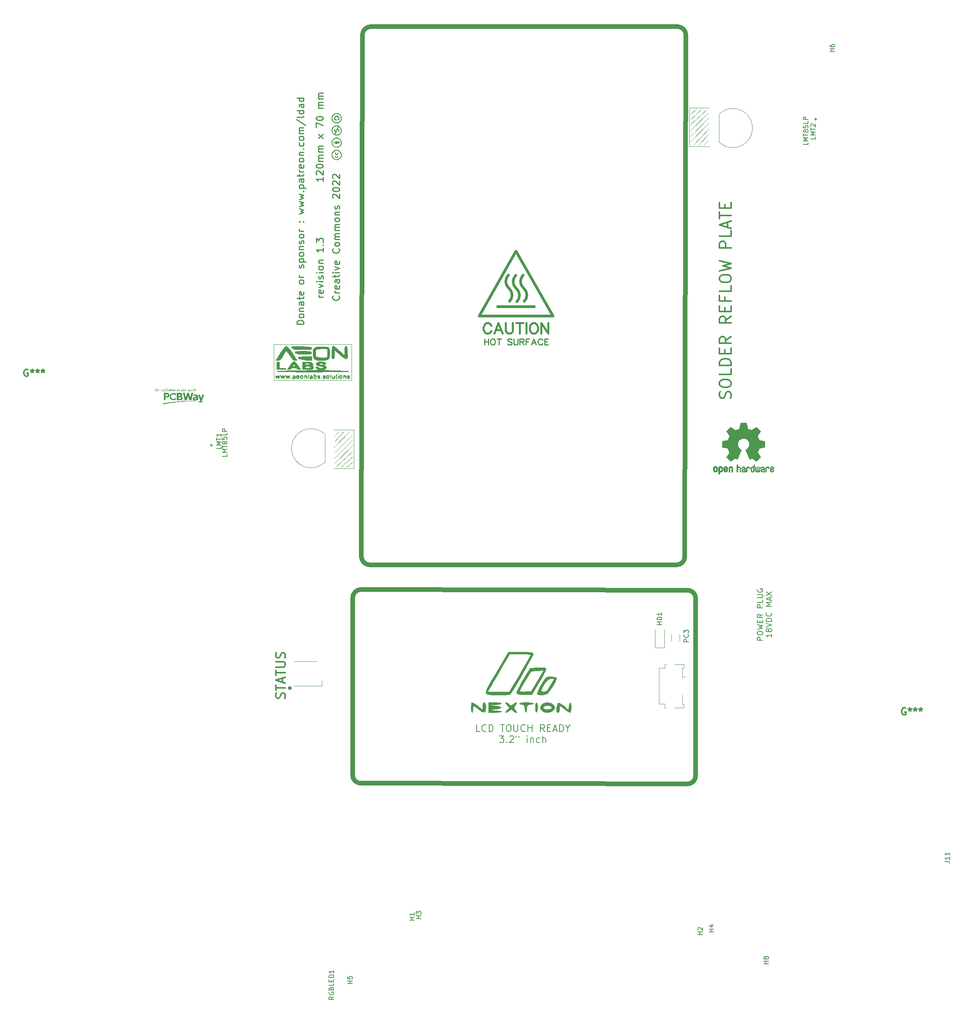
<source format=gbr>
%TF.GenerationSoftware,KiCad,Pcbnew,(6.0.0)*%
%TF.CreationDate,2022-06-08T16:09:46+02:00*%
%TF.ProjectId,HotPlate,486f7450-6c61-4746-952e-6b696361645f,1.0*%
%TF.SameCoordinates,Original*%
%TF.FileFunction,Legend,Top*%
%TF.FilePolarity,Positive*%
%FSLAX46Y46*%
G04 Gerber Fmt 4.6, Leading zero omitted, Abs format (unit mm)*
G04 Created by KiCad (PCBNEW (6.0.0)) date 2022-06-08 16:09:46*
%MOMM*%
%LPD*%
G01*
G04 APERTURE LIST*
%ADD10C,0.400000*%
%ADD11C,0.240000*%
%ADD12C,1.000000*%
%ADD13C,0.120000*%
%ADD14C,0.600000*%
%ADD15C,0.250000*%
%ADD16C,0.200000*%
%ADD17C,0.300000*%
%ADD18C,0.150000*%
%ADD19C,0.010000*%
G04 APERTURE END LIST*
D10*
X52822000Y-69278050D02*
X52822000Y-70913810D01*
X58691940Y-69278050D02*
X58473500Y-69387270D01*
D11*
X54002570Y-72750180D02*
X53812070Y-72686680D01*
D12*
X94047730Y-129020243D02*
G75*
G03*
X92247730Y-127220243I-1800001J-1D01*
G01*
D11*
X54132110Y-73832220D02*
X54002570Y-73959220D01*
D10*
X48110300Y-69824150D02*
X48001080Y-70151810D01*
D13*
X92910000Y-24010000D02*
X94210000Y-22870000D01*
X92930000Y-26260000D02*
X96420000Y-23010000D01*
D11*
X56433350Y-73324220D02*
X55861850Y-73324220D01*
D14*
X55800083Y-63299980D02*
G75*
G03*
X55234400Y-61934300I-1931360J2D01*
G01*
D11*
X59920770Y-73705220D02*
X59984270Y-73832220D01*
D10*
X60502960Y-69278050D02*
X60502960Y-71569130D01*
X58255060Y-69605710D02*
X58145840Y-69824150D01*
X48110300Y-71023030D02*
X48216980Y-71241470D01*
D14*
X52834307Y-60265720D02*
G75*
G03*
X53399990Y-61631400I1931360J-2D01*
G01*
D12*
X21497900Y-119933090D02*
G75*
G03*
X23297900Y-121733090I1800001J1D01*
G01*
D13*
X19580000Y-98280000D02*
X17090000Y-100530000D01*
X18910000Y-92780000D02*
X15560000Y-96240000D01*
D10*
X60502960Y-69278050D02*
X62029500Y-71569130D01*
D11*
X53558070Y-72686680D02*
X53367570Y-72750180D01*
D10*
X59126280Y-71569130D02*
X59344720Y-71459910D01*
X53477320Y-71569130D02*
X53695760Y-71569130D01*
X58255060Y-71241470D02*
X58473500Y-71459910D01*
D14*
X55234398Y-64665658D02*
G75*
G03*
X55800080Y-63299980I-1365682J1365679D01*
G01*
D12*
X89897940Y-121733090D02*
G75*
G03*
X91697940Y-119933090I-1J1800001D01*
G01*
D11*
X53875570Y-73387720D02*
X54002570Y-73451220D01*
D13*
X93580000Y-30640000D02*
X96930000Y-27180000D01*
D11*
X49892850Y-74022720D02*
X50146850Y-74022720D01*
D12*
X89897950Y-121733080D02*
G75*
G03*
X91697940Y-119933090I0J1799990D01*
G01*
D10*
X58473500Y-69387270D02*
X58255060Y-69605710D01*
X48001080Y-70695370D02*
X48110300Y-71023030D01*
D14*
X56034297Y-60265720D02*
G75*
G03*
X56599980Y-61631400I1931360J-2D01*
G01*
D11*
X50400850Y-73832220D02*
X50464350Y-73705220D01*
X50530390Y-73514720D02*
X50530390Y-73197220D01*
D13*
X92910000Y-27550000D02*
X96780000Y-23770000D01*
D11*
X54551210Y-73641720D02*
X54614710Y-73832220D01*
D10*
X58473500Y-71459910D02*
X58691940Y-71569130D01*
D11*
X51393990Y-72686680D02*
X51393990Y-74022720D01*
X54932210Y-74022720D02*
X55059210Y-74022720D01*
X55249710Y-73959220D02*
X55379250Y-73832220D01*
X61233950Y-73324220D02*
X61741950Y-73324220D01*
D12*
X19577730Y-167313035D02*
G75*
G03*
X21377730Y-169113035I1800001J1D01*
G01*
D14*
X56599982Y-58900042D02*
G75*
G03*
X56034300Y-60265720I1365682J-1365679D01*
G01*
D11*
X57172490Y-73324220D02*
X57683030Y-73324220D01*
D10*
X54020880Y-71459910D02*
X54239320Y-71241470D01*
D11*
X49765850Y-72750180D02*
X49638850Y-72877180D01*
X60621810Y-73959220D02*
X60748810Y-73832220D01*
D12*
X91918010Y-6823020D02*
X91697950Y-119933090D01*
D10*
X48435420Y-71459910D02*
X48653860Y-71569130D01*
X48653860Y-71569130D02*
X49090740Y-71569130D01*
D11*
X50146850Y-74022720D02*
X50273850Y-73959220D01*
X53367570Y-73197220D02*
X53494570Y-73260720D01*
D14*
X54999980Y-53700050D02*
X62999990Y-67700000D01*
D11*
X57172490Y-72686680D02*
X58000530Y-72686680D01*
D10*
X51229420Y-69278050D02*
X52100640Y-71569130D01*
D13*
X19850000Y-92440000D02*
X19840000Y-100850000D01*
X92640000Y-30980000D02*
X92650000Y-22570000D01*
D11*
X56626390Y-72750180D02*
X56689890Y-72813680D01*
X60113810Y-73959220D02*
X60240810Y-74022720D01*
X61233950Y-74022720D02*
X62059450Y-74022720D01*
D10*
X59563160Y-71241470D02*
X59672380Y-71023030D01*
D11*
X54741710Y-73959220D02*
X54932210Y-74022720D01*
D10*
X49527620Y-69605710D02*
X49309180Y-69387270D01*
D11*
X58930170Y-72686680D02*
X58419630Y-74022720D01*
X56626390Y-73260720D02*
X56433350Y-73324220D01*
X59984270Y-73832220D02*
X60113810Y-73959220D01*
D12*
X21377730Y-169113035D02*
X92217730Y-169260243D01*
D10*
X57315260Y-69278050D02*
X57315260Y-71569130D01*
D11*
X60494810Y-74022720D02*
X60621810Y-73959220D01*
D14*
X53634350Y-64597060D02*
G75*
G03*
X54200040Y-63231370I-1365678J1365689D01*
G01*
D11*
X59984270Y-72877180D02*
X59920770Y-73006720D01*
X49892850Y-72686680D02*
X49765850Y-72750180D01*
X60494810Y-72686680D02*
X60240810Y-72686680D01*
D10*
X49090740Y-69278050D02*
X48653860Y-69278050D01*
D14*
X55000035Y-58968645D02*
G75*
G03*
X54434350Y-60334330I1365690J-1365687D01*
G01*
D10*
X58036620Y-70151810D02*
X58036620Y-70695370D01*
X59563160Y-69605710D02*
X59344720Y-69387270D01*
D11*
X50530390Y-73197220D02*
X50464350Y-73006720D01*
D12*
X21407730Y-127073035D02*
X92247730Y-127220243D01*
D11*
X53812070Y-72686680D02*
X53558070Y-72686680D01*
D10*
X48216980Y-71241470D02*
X48435420Y-71459910D01*
D11*
X50949490Y-72686680D02*
X51841030Y-72686680D01*
D10*
X53149660Y-71459910D02*
X53477320Y-71569130D01*
D11*
X48201210Y-72686680D02*
X48201210Y-74022720D01*
D12*
X21417730Y-127073035D02*
G75*
G03*
X19617730Y-128873035I1J-1800001D01*
G01*
D10*
X52931220Y-71241470D02*
X53149660Y-71459910D01*
X52822000Y-70913810D02*
X52931220Y-71241470D01*
X49090740Y-71569130D02*
X49309180Y-71459910D01*
D14*
X46999970Y-67700000D02*
X62999990Y-67700000D01*
X54200033Y-63231370D02*
G75*
G03*
X53634350Y-61865690I-1931360J2D01*
G01*
D11*
X49511850Y-73197220D02*
X49511850Y-73514720D01*
D10*
X54239320Y-71241470D02*
X54348540Y-70913810D01*
D13*
X16690000Y-92740000D02*
X15630000Y-93800000D01*
D11*
X53558070Y-74022720D02*
X53367570Y-73959220D01*
X60240810Y-74022720D02*
X60494810Y-74022720D01*
X50464350Y-73006720D02*
X50400850Y-72877180D01*
D13*
X92900000Y-28750000D02*
X96820000Y-24800000D01*
D10*
X48216980Y-69605710D02*
X48110300Y-69824150D01*
D13*
X19580000Y-99410000D02*
X18280000Y-100550000D01*
D11*
X58930170Y-72686680D02*
X59438170Y-74022720D01*
D10*
X48435420Y-69387270D02*
X48216980Y-69605710D01*
D11*
X53240570Y-73006720D02*
X53304070Y-73133720D01*
D13*
X92650000Y-22570000D02*
X96970000Y-22570000D01*
D11*
X60748810Y-72877180D02*
X60621810Y-72750180D01*
D10*
X55069900Y-69278050D02*
X56596440Y-69278050D01*
D11*
X49638850Y-73832220D02*
X49765850Y-73959220D01*
D10*
X58691940Y-71569130D02*
X59126280Y-71569130D01*
D11*
X53240570Y-72877180D02*
X53240570Y-73006720D01*
D10*
X59344720Y-71459910D02*
X59563160Y-71241470D01*
D11*
X56753390Y-72940680D02*
X56753390Y-73070220D01*
X56753390Y-73070220D02*
X56689890Y-73197220D01*
D12*
X94047730Y-129020243D02*
X94044938Y-167460243D01*
D14*
X50999990Y-65700000D02*
X59000000Y-65700000D01*
D11*
X49511850Y-73514720D02*
X49575350Y-73705220D01*
D13*
X19580000Y-93430000D02*
X15630000Y-97420000D01*
D11*
X59857270Y-73514720D02*
X59920770Y-73705220D01*
X49765850Y-73959220D02*
X49892850Y-74022720D01*
D10*
X49309180Y-69387270D02*
X49090740Y-69278050D01*
X55831900Y-69278050D02*
X55831900Y-71569130D01*
D14*
X54999980Y-61700060D02*
X55234390Y-61934280D01*
D11*
X58610130Y-73578220D02*
X59247670Y-73578220D01*
D14*
X53399960Y-61631410D02*
X53634370Y-61865700D01*
D10*
X59781600Y-70151810D02*
X59672380Y-69824150D01*
X51229420Y-69278050D02*
X50355660Y-71569130D01*
D11*
X54132110Y-73641720D02*
X54132110Y-73832220D01*
D12*
X92244938Y-169260243D02*
G75*
G03*
X94044938Y-167460243I-1J1800001D01*
G01*
D10*
X59672380Y-69824150D02*
X59563160Y-69605710D01*
D11*
X54614710Y-73832220D02*
X54741710Y-73959220D01*
X50146850Y-72686680D02*
X49892850Y-72686680D01*
X59920770Y-73006720D02*
X59857270Y-73197220D01*
D14*
X56599900Y-61631410D02*
X56834290Y-61865700D01*
D11*
X48201210Y-73324220D02*
X49090210Y-73324220D01*
X50400850Y-72877180D02*
X50273850Y-72750180D01*
X57172490Y-72686680D02*
X57172490Y-74022720D01*
D13*
X92910000Y-25140000D02*
X95400000Y-22890000D01*
D11*
X53494570Y-73260720D02*
X53875570Y-73387720D01*
X61233950Y-72686680D02*
X61233950Y-74022720D01*
D14*
X54434350Y-60334330D02*
G75*
G03*
X55000030Y-61700010I1931367J-2D01*
G01*
D10*
X59126280Y-69278050D02*
X58691940Y-69278050D01*
X48001080Y-70151810D02*
X48001080Y-70695370D01*
D12*
X23297940Y-121733090D02*
X89897940Y-121733090D01*
D11*
X55059210Y-74022720D02*
X55249710Y-73959220D01*
D10*
X54348540Y-70913810D02*
X54348540Y-69278050D01*
D14*
X57400030Y-63231370D02*
G75*
G03*
X56834350Y-61865690I-1931367J2D01*
G01*
D11*
X60812310Y-73006720D02*
X60748810Y-72877180D01*
D10*
X58145840Y-71023030D02*
X58255060Y-71241470D01*
D11*
X60621810Y-72750180D02*
X60494810Y-72686680D01*
X53812070Y-74022720D02*
X53558070Y-74022720D01*
X49090210Y-72686680D02*
X49090210Y-74022720D01*
D10*
X48653860Y-69278050D02*
X48435420Y-69387270D01*
X50683320Y-70804590D02*
X51775520Y-70804590D01*
D11*
X61233950Y-72686680D02*
X62059450Y-72686680D01*
X54002570Y-73451220D02*
X54066070Y-73514720D01*
D13*
X17780000Y-92750000D02*
X15700000Y-94980000D01*
D11*
X60240810Y-72686680D02*
X60113810Y-72750180D01*
X54002570Y-73959220D02*
X53812070Y-74022720D01*
D14*
X46999970Y-67700000D02*
X54999980Y-53700050D01*
D10*
X53695760Y-71569130D02*
X54020880Y-71459910D01*
D13*
X15490000Y-92460000D02*
X19850000Y-92440000D01*
D11*
X49638850Y-72877180D02*
X49575350Y-73006720D01*
D13*
X19580000Y-95870000D02*
X15710000Y-99650000D01*
D11*
X56689890Y-72813680D02*
X56753390Y-72940680D01*
D13*
X19590000Y-94670000D02*
X15670000Y-98620000D01*
D10*
X59781600Y-70695370D02*
X59781600Y-70151810D01*
D13*
X97000000Y-30960000D02*
X92640000Y-30980000D01*
D10*
X59344720Y-69387270D02*
X59126280Y-69278050D01*
D11*
X50273850Y-73959220D02*
X50400850Y-73832220D01*
D10*
X62029500Y-69278050D02*
X62029500Y-71569130D01*
D11*
X56433350Y-72686680D02*
X56626390Y-72750180D01*
D12*
X91918010Y-6823020D02*
G75*
G03*
X90118010Y-5023020I-1800001J-1D01*
G01*
D11*
X55379250Y-73832220D02*
X55442750Y-73641720D01*
D14*
X56834345Y-64597055D02*
G75*
G03*
X57400030Y-63231370I-1365690J1365687D01*
G01*
D13*
X94710000Y-30670000D02*
X96790000Y-28440000D01*
D12*
X90117990Y-5023070D02*
X23517970Y-5023070D01*
D13*
X19840000Y-100850000D02*
X15520000Y-100850000D01*
D10*
X49309180Y-71459910D02*
X49527620Y-71241470D01*
D13*
X19560000Y-97160000D02*
X16070000Y-100410000D01*
D11*
X56306350Y-73324220D02*
X56753390Y-74022720D01*
X55442750Y-73641720D02*
X55442750Y-72686680D01*
X50464350Y-73705220D02*
X50530390Y-73514720D01*
X54066070Y-73514720D02*
X54132110Y-73641720D01*
D10*
X58145840Y-69824150D02*
X58036620Y-70151810D01*
D11*
X53367570Y-73959220D02*
X53240570Y-73832220D01*
X49575350Y-73705220D02*
X49638850Y-73832220D01*
D10*
X49527620Y-71241470D02*
X49636840Y-71023030D01*
X6190001Y-148460000D02*
G75*
G03*
X6190001Y-148460000I-210238J0D01*
G01*
X49636840Y-69824150D02*
X49527620Y-69605710D01*
D11*
X55861850Y-72686680D02*
X56433350Y-72686680D01*
D13*
X95800000Y-30680000D02*
X96860000Y-29620000D01*
D11*
X49575350Y-73006720D02*
X49511850Y-73197220D01*
D13*
X92910000Y-29990000D02*
X96860000Y-26000000D01*
D10*
X59672380Y-71023030D02*
X59781600Y-70695370D01*
D12*
X23517960Y-5023020D02*
G75*
G03*
X21717960Y-6823020I1J-1800001D01*
G01*
X21717960Y-6823020D02*
X21497940Y-119933090D01*
D11*
X56689890Y-73197220D02*
X56626390Y-73260720D01*
X59857270Y-73197220D02*
X59857270Y-73514720D01*
X53304070Y-73133720D02*
X53367570Y-73197220D01*
X60748810Y-73832220D02*
X60812310Y-73705220D01*
D14*
X53399985Y-58900035D02*
G75*
G03*
X52834300Y-60265720I1365690J-1365687D01*
G01*
D12*
X19617730Y-128873035D02*
X19567730Y-167313035D01*
D11*
X50273850Y-72750180D02*
X50146850Y-72686680D01*
X55861850Y-72686680D02*
X55861850Y-74022720D01*
X54132110Y-72877180D02*
X54002570Y-72750180D01*
X54551210Y-72686680D02*
X54551210Y-73641720D01*
D10*
X58036620Y-70695370D02*
X58145840Y-71023030D01*
D11*
X60113810Y-72750180D02*
X59984270Y-72877180D01*
X53367570Y-72750180D02*
X53240570Y-72877180D01*
D12*
X21497940Y-119933090D02*
G75*
G03*
X23297940Y-121733090I1800001J1D01*
G01*
D15*
X16565714Y-63384285D02*
X16637142Y-63455714D01*
X16708571Y-63670000D01*
X16708571Y-63812857D01*
X16637142Y-64027142D01*
X16494285Y-64170000D01*
X16351428Y-64241428D01*
X16065714Y-64312857D01*
X15851428Y-64312857D01*
X15565714Y-64241428D01*
X15422857Y-64170000D01*
X15280000Y-64027142D01*
X15208571Y-63812857D01*
X15208571Y-63670000D01*
X15280000Y-63455714D01*
X15351428Y-63384285D01*
X16708571Y-62741428D02*
X15708571Y-62741428D01*
X15994285Y-62741428D02*
X15851428Y-62670000D01*
X15780000Y-62598571D01*
X15708571Y-62455714D01*
X15708571Y-62312857D01*
X16637142Y-61241428D02*
X16708571Y-61384285D01*
X16708571Y-61670000D01*
X16637142Y-61812857D01*
X16494285Y-61884285D01*
X15922857Y-61884285D01*
X15780000Y-61812857D01*
X15708571Y-61670000D01*
X15708571Y-61384285D01*
X15780000Y-61241428D01*
X15922857Y-61170000D01*
X16065714Y-61170000D01*
X16208571Y-61884285D01*
X16708571Y-59884285D02*
X15922857Y-59884285D01*
X15780000Y-59955714D01*
X15708571Y-60098571D01*
X15708571Y-60384285D01*
X15780000Y-60527142D01*
X16637142Y-59884285D02*
X16708571Y-60027142D01*
X16708571Y-60384285D01*
X16637142Y-60527142D01*
X16494285Y-60598571D01*
X16351428Y-60598571D01*
X16208571Y-60527142D01*
X16137142Y-60384285D01*
X16137142Y-60027142D01*
X16065714Y-59884285D01*
X15708571Y-59384285D02*
X15708571Y-58812857D01*
X15208571Y-59170000D02*
X16494285Y-59170000D01*
X16637142Y-59098571D01*
X16708571Y-58955714D01*
X16708571Y-58812857D01*
X16708571Y-58312857D02*
X15708571Y-58312857D01*
X15208571Y-58312857D02*
X15280000Y-58384285D01*
X15351428Y-58312857D01*
X15280000Y-58241428D01*
X15208571Y-58312857D01*
X15351428Y-58312857D01*
X15708571Y-57741428D02*
X16708571Y-57384285D01*
X15708571Y-57027142D01*
X16637142Y-55884285D02*
X16708571Y-56027142D01*
X16708571Y-56312857D01*
X16637142Y-56455714D01*
X16494285Y-56527142D01*
X15922857Y-56527142D01*
X15780000Y-56455714D01*
X15708571Y-56312857D01*
X15708571Y-56027142D01*
X15780000Y-55884285D01*
X15922857Y-55812857D01*
X16065714Y-55812857D01*
X16208571Y-56527142D01*
X16565714Y-53170000D02*
X16637142Y-53241428D01*
X16708571Y-53455714D01*
X16708571Y-53598571D01*
X16637142Y-53812857D01*
X16494285Y-53955714D01*
X16351428Y-54027142D01*
X16065714Y-54098571D01*
X15851428Y-54098571D01*
X15565714Y-54027142D01*
X15422857Y-53955714D01*
X15280000Y-53812857D01*
X15208571Y-53598571D01*
X15208571Y-53455714D01*
X15280000Y-53241428D01*
X15351428Y-53170000D01*
X16708571Y-52312857D02*
X16637142Y-52455714D01*
X16565714Y-52527142D01*
X16422857Y-52598571D01*
X15994285Y-52598571D01*
X15851428Y-52527142D01*
X15780000Y-52455714D01*
X15708571Y-52312857D01*
X15708571Y-52098571D01*
X15780000Y-51955714D01*
X15851428Y-51884285D01*
X15994285Y-51812857D01*
X16422857Y-51812857D01*
X16565714Y-51884285D01*
X16637142Y-51955714D01*
X16708571Y-52098571D01*
X16708571Y-52312857D01*
X16708571Y-51170000D02*
X15708571Y-51170000D01*
X15851428Y-51170000D02*
X15780000Y-51098571D01*
X15708571Y-50955714D01*
X15708571Y-50741428D01*
X15780000Y-50598571D01*
X15922857Y-50527142D01*
X16708571Y-50527142D01*
X15922857Y-50527142D02*
X15780000Y-50455714D01*
X15708571Y-50312857D01*
X15708571Y-50098571D01*
X15780000Y-49955714D01*
X15922857Y-49884285D01*
X16708571Y-49884285D01*
X16708571Y-49170000D02*
X15708571Y-49170000D01*
X15851428Y-49170000D02*
X15780000Y-49098571D01*
X15708571Y-48955714D01*
X15708571Y-48741428D01*
X15780000Y-48598571D01*
X15922857Y-48527142D01*
X16708571Y-48527142D01*
X15922857Y-48527142D02*
X15780000Y-48455714D01*
X15708571Y-48312857D01*
X15708571Y-48098571D01*
X15780000Y-47955714D01*
X15922857Y-47884285D01*
X16708571Y-47884285D01*
X16708571Y-46955714D02*
X16637142Y-47098571D01*
X16565714Y-47170000D01*
X16422857Y-47241428D01*
X15994285Y-47241428D01*
X15851428Y-47170000D01*
X15780000Y-47098571D01*
X15708571Y-46955714D01*
X15708571Y-46741428D01*
X15780000Y-46598571D01*
X15851428Y-46527142D01*
X15994285Y-46455714D01*
X16422857Y-46455714D01*
X16565714Y-46527142D01*
X16637142Y-46598571D01*
X16708571Y-46741428D01*
X16708571Y-46955714D01*
X15708571Y-45812857D02*
X16708571Y-45812857D01*
X15851428Y-45812857D02*
X15780000Y-45741428D01*
X15708571Y-45598571D01*
X15708571Y-45384285D01*
X15780000Y-45241428D01*
X15922857Y-45170000D01*
X16708571Y-45170000D01*
X16637142Y-44527142D02*
X16708571Y-44384285D01*
X16708571Y-44098571D01*
X16637142Y-43955714D01*
X16494285Y-43884285D01*
X16422857Y-43884285D01*
X16280000Y-43955714D01*
X16208571Y-44098571D01*
X16208571Y-44312857D01*
X16137142Y-44455714D01*
X15994285Y-44527142D01*
X15922857Y-44527142D01*
X15780000Y-44455714D01*
X15708571Y-44312857D01*
X15708571Y-44098571D01*
X15780000Y-43955714D01*
X15351428Y-42170000D02*
X15280000Y-42098571D01*
X15208571Y-41955714D01*
X15208571Y-41598571D01*
X15280000Y-41455714D01*
X15351428Y-41384285D01*
X15494285Y-41312857D01*
X15637142Y-41312857D01*
X15851428Y-41384285D01*
X16708571Y-42241428D01*
X16708571Y-41312857D01*
X15208571Y-40384285D02*
X15208571Y-40241428D01*
X15280000Y-40098571D01*
X15351428Y-40027142D01*
X15494285Y-39955714D01*
X15780000Y-39884285D01*
X16137142Y-39884285D01*
X16422857Y-39955714D01*
X16565714Y-40027142D01*
X16637142Y-40098571D01*
X16708571Y-40241428D01*
X16708571Y-40384285D01*
X16637142Y-40527142D01*
X16565714Y-40598571D01*
X16422857Y-40670000D01*
X16137142Y-40741428D01*
X15780000Y-40741428D01*
X15494285Y-40670000D01*
X15351428Y-40598571D01*
X15280000Y-40527142D01*
X15208571Y-40384285D01*
X15351428Y-39312857D02*
X15280000Y-39241428D01*
X15208571Y-39098571D01*
X15208571Y-38741428D01*
X15280000Y-38598571D01*
X15351428Y-38527142D01*
X15494285Y-38455714D01*
X15637142Y-38455714D01*
X15851428Y-38527142D01*
X16708571Y-39384285D01*
X16708571Y-38455714D01*
X15351428Y-37884285D02*
X15280000Y-37812857D01*
X15208571Y-37670000D01*
X15208571Y-37312857D01*
X15280000Y-37170000D01*
X15351428Y-37098571D01*
X15494285Y-37027142D01*
X15637142Y-37027142D01*
X15851428Y-37098571D01*
X16708571Y-37955714D01*
X16708571Y-37027142D01*
D16*
X47228571Y-157881071D02*
X46514285Y-157881071D01*
X46514285Y-156381071D01*
X48585714Y-157738214D02*
X48514285Y-157809642D01*
X48300000Y-157881071D01*
X48157142Y-157881071D01*
X47942857Y-157809642D01*
X47800000Y-157666785D01*
X47728571Y-157523928D01*
X47657142Y-157238214D01*
X47657142Y-157023928D01*
X47728571Y-156738214D01*
X47800000Y-156595357D01*
X47942857Y-156452500D01*
X48157142Y-156381071D01*
X48300000Y-156381071D01*
X48514285Y-156452500D01*
X48585714Y-156523928D01*
X49228571Y-157881071D02*
X49228571Y-156381071D01*
X49585714Y-156381071D01*
X49800000Y-156452500D01*
X49942857Y-156595357D01*
X50014285Y-156738214D01*
X50085714Y-157023928D01*
X50085714Y-157238214D01*
X50014285Y-157523928D01*
X49942857Y-157666785D01*
X49800000Y-157809642D01*
X49585714Y-157881071D01*
X49228571Y-157881071D01*
X51657142Y-156381071D02*
X52514285Y-156381071D01*
X52085714Y-157881071D02*
X52085714Y-156381071D01*
X53300000Y-156381071D02*
X53585714Y-156381071D01*
X53728571Y-156452500D01*
X53871428Y-156595357D01*
X53942857Y-156881071D01*
X53942857Y-157381071D01*
X53871428Y-157666785D01*
X53728571Y-157809642D01*
X53585714Y-157881071D01*
X53300000Y-157881071D01*
X53157142Y-157809642D01*
X53014285Y-157666785D01*
X52942857Y-157381071D01*
X52942857Y-156881071D01*
X53014285Y-156595357D01*
X53157142Y-156452500D01*
X53300000Y-156381071D01*
X54585714Y-156381071D02*
X54585714Y-157595357D01*
X54657142Y-157738214D01*
X54728571Y-157809642D01*
X54871428Y-157881071D01*
X55157142Y-157881071D01*
X55300000Y-157809642D01*
X55371428Y-157738214D01*
X55442857Y-157595357D01*
X55442857Y-156381071D01*
X57014285Y-157738214D02*
X56942857Y-157809642D01*
X56728571Y-157881071D01*
X56585714Y-157881071D01*
X56371428Y-157809642D01*
X56228571Y-157666785D01*
X56157142Y-157523928D01*
X56085714Y-157238214D01*
X56085714Y-157023928D01*
X56157142Y-156738214D01*
X56228571Y-156595357D01*
X56371428Y-156452500D01*
X56585714Y-156381071D01*
X56728571Y-156381071D01*
X56942857Y-156452500D01*
X57014285Y-156523928D01*
X57657142Y-157881071D02*
X57657142Y-156381071D01*
X57657142Y-157095357D02*
X58514285Y-157095357D01*
X58514285Y-157881071D02*
X58514285Y-156381071D01*
X61228571Y-157881071D02*
X60728571Y-157166785D01*
X60371428Y-157881071D02*
X60371428Y-156381071D01*
X60942857Y-156381071D01*
X61085714Y-156452500D01*
X61157142Y-156523928D01*
X61228571Y-156666785D01*
X61228571Y-156881071D01*
X61157142Y-157023928D01*
X61085714Y-157095357D01*
X60942857Y-157166785D01*
X60371428Y-157166785D01*
X61871428Y-157095357D02*
X62371428Y-157095357D01*
X62585714Y-157881071D02*
X61871428Y-157881071D01*
X61871428Y-156381071D01*
X62585714Y-156381071D01*
X63157142Y-157452500D02*
X63871428Y-157452500D01*
X63014285Y-157881071D02*
X63514285Y-156381071D01*
X64014285Y-157881071D01*
X64514285Y-157881071D02*
X64514285Y-156381071D01*
X64871428Y-156381071D01*
X65085714Y-156452500D01*
X65228571Y-156595357D01*
X65300000Y-156738214D01*
X65371428Y-157023928D01*
X65371428Y-157238214D01*
X65300000Y-157523928D01*
X65228571Y-157666785D01*
X65085714Y-157809642D01*
X64871428Y-157881071D01*
X64514285Y-157881071D01*
X66300000Y-157166785D02*
X66300000Y-157881071D01*
X65800000Y-156381071D02*
X66300000Y-157166785D01*
X66800000Y-156381071D01*
X51478571Y-158796071D02*
X52407142Y-158796071D01*
X51907142Y-159367500D01*
X52121428Y-159367500D01*
X52264285Y-159438928D01*
X52335714Y-159510357D01*
X52407142Y-159653214D01*
X52407142Y-160010357D01*
X52335714Y-160153214D01*
X52264285Y-160224642D01*
X52121428Y-160296071D01*
X51692857Y-160296071D01*
X51550000Y-160224642D01*
X51478571Y-160153214D01*
X53050000Y-160153214D02*
X53121428Y-160224642D01*
X53050000Y-160296071D01*
X52978571Y-160224642D01*
X53050000Y-160153214D01*
X53050000Y-160296071D01*
X53692857Y-158938928D02*
X53764285Y-158867500D01*
X53907142Y-158796071D01*
X54264285Y-158796071D01*
X54407142Y-158867500D01*
X54478571Y-158938928D01*
X54550000Y-159081785D01*
X54550000Y-159224642D01*
X54478571Y-159438928D01*
X53621428Y-160296071D01*
X54550000Y-160296071D01*
X55121428Y-158796071D02*
X55121428Y-159081785D01*
X55692857Y-158796071D02*
X55692857Y-159081785D01*
X57478571Y-160296071D02*
X57478571Y-159296071D01*
X57478571Y-158796071D02*
X57407142Y-158867500D01*
X57478571Y-158938928D01*
X57550000Y-158867500D01*
X57478571Y-158796071D01*
X57478571Y-158938928D01*
X58192857Y-159296071D02*
X58192857Y-160296071D01*
X58192857Y-159438928D02*
X58264285Y-159367500D01*
X58407142Y-159296071D01*
X58621428Y-159296071D01*
X58764285Y-159367500D01*
X58835714Y-159510357D01*
X58835714Y-160296071D01*
X60192857Y-160224642D02*
X60050000Y-160296071D01*
X59764285Y-160296071D01*
X59621428Y-160224642D01*
X59550000Y-160153214D01*
X59478571Y-160010357D01*
X59478571Y-159581785D01*
X59550000Y-159438928D01*
X59621428Y-159367500D01*
X59764285Y-159296071D01*
X60050000Y-159296071D01*
X60192857Y-159367500D01*
X60835714Y-160296071D02*
X60835714Y-158796071D01*
X61478571Y-160296071D02*
X61478571Y-159510357D01*
X61407142Y-159367500D01*
X61264285Y-159296071D01*
X61050000Y-159296071D01*
X60907142Y-159367500D01*
X60835714Y-159438928D01*
D15*
X13208571Y-63657142D02*
X12208571Y-63657142D01*
X12494285Y-63657142D02*
X12351428Y-63585714D01*
X12280000Y-63514285D01*
X12208571Y-63371428D01*
X12208571Y-63228571D01*
X13137142Y-62157142D02*
X13208571Y-62300000D01*
X13208571Y-62585714D01*
X13137142Y-62728571D01*
X12994285Y-62800000D01*
X12422857Y-62800000D01*
X12280000Y-62728571D01*
X12208571Y-62585714D01*
X12208571Y-62300000D01*
X12280000Y-62157142D01*
X12422857Y-62085714D01*
X12565714Y-62085714D01*
X12708571Y-62800000D01*
X12208571Y-61585714D02*
X13208571Y-61228571D01*
X12208571Y-60871428D01*
X13208571Y-60300000D02*
X12208571Y-60300000D01*
X11708571Y-60300000D02*
X11780000Y-60371428D01*
X11851428Y-60300000D01*
X11780000Y-60228571D01*
X11708571Y-60300000D01*
X11851428Y-60300000D01*
X13137142Y-59657142D02*
X13208571Y-59514285D01*
X13208571Y-59228571D01*
X13137142Y-59085714D01*
X12994285Y-59014285D01*
X12922857Y-59014285D01*
X12780000Y-59085714D01*
X12708571Y-59228571D01*
X12708571Y-59442857D01*
X12637142Y-59585714D01*
X12494285Y-59657142D01*
X12422857Y-59657142D01*
X12280000Y-59585714D01*
X12208571Y-59442857D01*
X12208571Y-59228571D01*
X12280000Y-59085714D01*
X13208571Y-58371428D02*
X12208571Y-58371428D01*
X11708571Y-58371428D02*
X11780000Y-58442857D01*
X11851428Y-58371428D01*
X11780000Y-58300000D01*
X11708571Y-58371428D01*
X11851428Y-58371428D01*
X13208571Y-57442857D02*
X13137142Y-57585714D01*
X13065714Y-57657142D01*
X12922857Y-57728571D01*
X12494285Y-57728571D01*
X12351428Y-57657142D01*
X12280000Y-57585714D01*
X12208571Y-57442857D01*
X12208571Y-57228571D01*
X12280000Y-57085714D01*
X12351428Y-57014285D01*
X12494285Y-56942857D01*
X12922857Y-56942857D01*
X13065714Y-57014285D01*
X13137142Y-57085714D01*
X13208571Y-57228571D01*
X13208571Y-57442857D01*
X12208571Y-56300000D02*
X13208571Y-56300000D01*
X12351428Y-56300000D02*
X12280000Y-56228571D01*
X12208571Y-56085714D01*
X12208571Y-55871428D01*
X12280000Y-55728571D01*
X12422857Y-55657142D01*
X13208571Y-55657142D01*
X13208571Y-53014285D02*
X13208571Y-53871428D01*
X13208571Y-53442857D02*
X11708571Y-53442857D01*
X11922857Y-53585714D01*
X12065714Y-53728571D01*
X12137142Y-53871428D01*
X13065714Y-52371428D02*
X13137142Y-52300000D01*
X13208571Y-52371428D01*
X13137142Y-52442857D01*
X13065714Y-52371428D01*
X13208571Y-52371428D01*
X11708571Y-51800000D02*
X11708571Y-50871428D01*
X12280000Y-51371428D01*
X12280000Y-51157142D01*
X12351428Y-51014285D01*
X12422857Y-50942857D01*
X12565714Y-50871428D01*
X12922857Y-50871428D01*
X13065714Y-50942857D01*
X13137142Y-51014285D01*
X13208571Y-51157142D01*
X13208571Y-51585714D01*
X13137142Y-51728571D01*
X13065714Y-51800000D01*
X8968571Y-69535714D02*
X7468571Y-69535714D01*
X7468571Y-69178571D01*
X7539999Y-68964285D01*
X7682857Y-68821428D01*
X7825714Y-68750000D01*
X8111428Y-68678571D01*
X8325714Y-68678571D01*
X8611428Y-68750000D01*
X8754285Y-68821428D01*
X8897142Y-68964285D01*
X8968571Y-69178571D01*
X8968571Y-69535714D01*
X8968571Y-67821428D02*
X8897142Y-67964285D01*
X8825714Y-68035714D01*
X8682857Y-68107142D01*
X8254285Y-68107142D01*
X8111428Y-68035714D01*
X8039999Y-67964285D01*
X7968571Y-67821428D01*
X7968571Y-67607142D01*
X8039999Y-67464285D01*
X8111428Y-67392857D01*
X8254285Y-67321428D01*
X8682857Y-67321428D01*
X8825714Y-67392857D01*
X8897142Y-67464285D01*
X8968571Y-67607142D01*
X8968571Y-67821428D01*
X7968571Y-66678571D02*
X8968571Y-66678571D01*
X8111428Y-66678571D02*
X8039999Y-66607142D01*
X7968571Y-66464285D01*
X7968571Y-66250000D01*
X8039999Y-66107142D01*
X8182857Y-66035714D01*
X8968571Y-66035714D01*
X8968571Y-64678571D02*
X8182857Y-64678571D01*
X8039999Y-64750000D01*
X7968571Y-64892857D01*
X7968571Y-65178571D01*
X8039999Y-65321428D01*
X8897142Y-64678571D02*
X8968571Y-64821428D01*
X8968571Y-65178571D01*
X8897142Y-65321428D01*
X8754285Y-65392857D01*
X8611428Y-65392857D01*
X8468571Y-65321428D01*
X8397142Y-65178571D01*
X8397142Y-64821428D01*
X8325714Y-64678571D01*
X7968571Y-64178571D02*
X7968571Y-63607142D01*
X7468571Y-63964285D02*
X8754285Y-63964285D01*
X8897142Y-63892857D01*
X8968571Y-63750000D01*
X8968571Y-63607142D01*
X8897142Y-62535714D02*
X8968571Y-62678571D01*
X8968571Y-62964285D01*
X8897142Y-63107142D01*
X8754285Y-63178571D01*
X8182857Y-63178571D01*
X8039999Y-63107142D01*
X7968571Y-62964285D01*
X7968571Y-62678571D01*
X8039999Y-62535714D01*
X8182857Y-62464285D01*
X8325714Y-62464285D01*
X8468571Y-63178571D01*
X8968571Y-60464285D02*
X8897142Y-60607142D01*
X8825714Y-60678571D01*
X8682857Y-60750000D01*
X8254285Y-60750000D01*
X8111428Y-60678571D01*
X8039999Y-60607142D01*
X7968571Y-60464285D01*
X7968571Y-60250000D01*
X8039999Y-60107142D01*
X8111428Y-60035714D01*
X8254285Y-59964285D01*
X8682857Y-59964285D01*
X8825714Y-60035714D01*
X8897142Y-60107142D01*
X8968571Y-60250000D01*
X8968571Y-60464285D01*
X8968571Y-59321428D02*
X7968571Y-59321428D01*
X8254285Y-59321428D02*
X8111428Y-59250000D01*
X8039999Y-59178571D01*
X7968571Y-59035714D01*
X7968571Y-58892857D01*
X8897142Y-57321428D02*
X8968571Y-57178571D01*
X8968571Y-56892857D01*
X8897142Y-56750000D01*
X8754285Y-56678571D01*
X8682857Y-56678571D01*
X8540000Y-56750000D01*
X8468571Y-56892857D01*
X8468571Y-57107142D01*
X8397142Y-57250000D01*
X8254285Y-57321428D01*
X8182857Y-57321428D01*
X8039999Y-57250000D01*
X7968571Y-57107142D01*
X7968571Y-56892857D01*
X8039999Y-56750000D01*
X7968571Y-56035714D02*
X9468571Y-56035714D01*
X8039999Y-56035714D02*
X7968571Y-55892857D01*
X7968571Y-55607142D01*
X8039999Y-55464285D01*
X8111428Y-55392857D01*
X8254285Y-55321428D01*
X8682857Y-55321428D01*
X8825714Y-55392857D01*
X8897142Y-55464285D01*
X8968571Y-55607142D01*
X8968571Y-55892857D01*
X8897142Y-56035714D01*
X8968571Y-54464285D02*
X8897142Y-54607142D01*
X8825714Y-54678571D01*
X8682857Y-54750000D01*
X8254285Y-54750000D01*
X8111428Y-54678571D01*
X8039999Y-54607142D01*
X7968571Y-54464285D01*
X7968571Y-54250000D01*
X8039999Y-54107142D01*
X8111428Y-54035714D01*
X8254285Y-53964285D01*
X8682857Y-53964285D01*
X8825714Y-54035714D01*
X8897142Y-54107142D01*
X8968571Y-54250000D01*
X8968571Y-54464285D01*
X7968571Y-53321428D02*
X8968571Y-53321428D01*
X8111428Y-53321428D02*
X8039999Y-53250000D01*
X7968571Y-53107142D01*
X7968571Y-52892857D01*
X8040000Y-52750000D01*
X8182857Y-52678571D01*
X8968571Y-52678571D01*
X8897142Y-52035714D02*
X8968571Y-51892857D01*
X8968571Y-51607142D01*
X8897142Y-51464285D01*
X8754285Y-51392857D01*
X8682857Y-51392857D01*
X8540000Y-51464285D01*
X8468571Y-51607142D01*
X8468571Y-51821428D01*
X8397142Y-51964285D01*
X8254285Y-52035714D01*
X8182857Y-52035714D01*
X8040000Y-51964285D01*
X7968571Y-51821428D01*
X7968571Y-51607142D01*
X8040000Y-51464285D01*
X8968571Y-50535714D02*
X8897142Y-50678571D01*
X8825714Y-50750000D01*
X8682857Y-50821428D01*
X8254285Y-50821428D01*
X8111428Y-50750000D01*
X8040000Y-50678571D01*
X7968571Y-50535714D01*
X7968571Y-50321428D01*
X8040000Y-50178571D01*
X8111428Y-50107142D01*
X8254285Y-50035714D01*
X8682857Y-50035714D01*
X8825714Y-50107142D01*
X8897142Y-50178571D01*
X8968571Y-50321428D01*
X8968571Y-50535714D01*
X8968571Y-49392857D02*
X7968571Y-49392857D01*
X8254285Y-49392857D02*
X8111428Y-49321428D01*
X8040000Y-49250000D01*
X7968571Y-49107142D01*
X7968571Y-48964285D01*
X8825714Y-47321428D02*
X8897142Y-47250000D01*
X8968571Y-47321428D01*
X8897142Y-47392857D01*
X8825714Y-47321428D01*
X8968571Y-47321428D01*
X8040000Y-47321428D02*
X8111428Y-47250000D01*
X8182857Y-47321428D01*
X8111428Y-47392857D01*
X8040000Y-47321428D01*
X8182857Y-47321428D01*
X7968571Y-45607142D02*
X8968571Y-45321428D01*
X8254285Y-45035714D01*
X8968571Y-44750000D01*
X7968571Y-44464285D01*
X7968571Y-44035714D02*
X8968571Y-43750000D01*
X8254285Y-43464285D01*
X8968571Y-43178571D01*
X7968571Y-42892857D01*
X7968571Y-42464285D02*
X8968571Y-42178571D01*
X8254285Y-41892857D01*
X8968571Y-41607142D01*
X7968571Y-41321428D01*
X8825714Y-40750000D02*
X8897142Y-40678571D01*
X8968571Y-40750000D01*
X8897142Y-40821428D01*
X8825714Y-40750000D01*
X8968571Y-40750000D01*
X7968571Y-40035714D02*
X9468571Y-40035714D01*
X8040000Y-40035714D02*
X7968571Y-39892857D01*
X7968571Y-39607142D01*
X8040000Y-39464285D01*
X8111428Y-39392857D01*
X8254285Y-39321428D01*
X8682857Y-39321428D01*
X8825714Y-39392857D01*
X8897142Y-39464285D01*
X8968571Y-39607142D01*
X8968571Y-39892857D01*
X8897142Y-40035714D01*
X8968571Y-38035714D02*
X8182857Y-38035714D01*
X8040000Y-38107142D01*
X7968571Y-38250000D01*
X7968571Y-38535714D01*
X8040000Y-38678571D01*
X8897142Y-38035714D02*
X8968571Y-38178571D01*
X8968571Y-38535714D01*
X8897142Y-38678571D01*
X8754285Y-38750000D01*
X8611428Y-38750000D01*
X8468571Y-38678571D01*
X8397142Y-38535714D01*
X8397142Y-38178571D01*
X8325714Y-38035714D01*
X7968571Y-37535714D02*
X7968571Y-36964285D01*
X7468571Y-37321428D02*
X8754285Y-37321428D01*
X8897142Y-37250000D01*
X8968571Y-37107142D01*
X8968571Y-36964285D01*
X8968571Y-36464285D02*
X7968571Y-36464285D01*
X8254285Y-36464285D02*
X8111428Y-36392857D01*
X8040000Y-36321428D01*
X7968571Y-36178571D01*
X7968571Y-36035714D01*
X8897142Y-34964285D02*
X8968571Y-35107142D01*
X8968571Y-35392857D01*
X8897142Y-35535714D01*
X8754285Y-35607142D01*
X8182857Y-35607142D01*
X8040000Y-35535714D01*
X7968571Y-35392857D01*
X7968571Y-35107142D01*
X8040000Y-34964285D01*
X8182857Y-34892857D01*
X8325714Y-34892857D01*
X8468571Y-35607142D01*
X8968571Y-34035714D02*
X8897142Y-34178571D01*
X8825714Y-34250000D01*
X8682857Y-34321428D01*
X8254285Y-34321428D01*
X8111428Y-34250000D01*
X8040000Y-34178571D01*
X7968571Y-34035714D01*
X7968571Y-33821428D01*
X8040000Y-33678571D01*
X8111428Y-33607142D01*
X8254285Y-33535714D01*
X8682857Y-33535714D01*
X8825714Y-33607142D01*
X8897142Y-33678571D01*
X8968571Y-33821428D01*
X8968571Y-34035714D01*
X7968571Y-32892857D02*
X8968571Y-32892857D01*
X8111428Y-32892857D02*
X8040000Y-32821428D01*
X7968571Y-32678571D01*
X7968571Y-32464285D01*
X8040000Y-32321428D01*
X8182857Y-32250000D01*
X8968571Y-32250000D01*
X8825714Y-31535714D02*
X8897142Y-31464285D01*
X8968571Y-31535714D01*
X8897142Y-31607142D01*
X8825714Y-31535714D01*
X8968571Y-31535714D01*
X8897142Y-30178571D02*
X8968571Y-30321428D01*
X8968571Y-30607142D01*
X8897142Y-30750000D01*
X8825714Y-30821428D01*
X8682857Y-30892857D01*
X8254285Y-30892857D01*
X8111428Y-30821428D01*
X8040000Y-30750000D01*
X7968571Y-30607142D01*
X7968571Y-30321428D01*
X8040000Y-30178571D01*
X8968571Y-29321428D02*
X8897142Y-29464285D01*
X8825714Y-29535714D01*
X8682857Y-29607142D01*
X8254285Y-29607142D01*
X8111428Y-29535714D01*
X8040000Y-29464285D01*
X7968571Y-29321428D01*
X7968571Y-29107142D01*
X8040000Y-28964285D01*
X8111428Y-28892857D01*
X8254285Y-28821428D01*
X8682857Y-28821428D01*
X8825714Y-28892857D01*
X8897142Y-28964285D01*
X8968571Y-29107142D01*
X8968571Y-29321428D01*
X8968571Y-28178571D02*
X7968571Y-28178571D01*
X8111428Y-28178571D02*
X8040000Y-28107142D01*
X7968571Y-27964285D01*
X7968571Y-27750000D01*
X8040000Y-27607142D01*
X8182857Y-27535714D01*
X8968571Y-27535714D01*
X8182857Y-27535714D02*
X8040000Y-27464285D01*
X7968571Y-27321428D01*
X7968571Y-27107142D01*
X8040000Y-26964285D01*
X8182857Y-26892857D01*
X8968571Y-26892857D01*
X7397142Y-25107142D02*
X9325714Y-26392857D01*
X8968571Y-24392857D02*
X8897142Y-24535714D01*
X8754285Y-24607142D01*
X7468571Y-24607142D01*
X8968571Y-23178571D02*
X7468571Y-23178571D01*
X8897142Y-23178571D02*
X8968571Y-23321428D01*
X8968571Y-23607142D01*
X8897142Y-23750000D01*
X8825714Y-23821428D01*
X8682857Y-23892857D01*
X8254285Y-23892857D01*
X8111428Y-23821428D01*
X8040000Y-23750000D01*
X7968571Y-23607142D01*
X7968571Y-23321428D01*
X8040000Y-23178571D01*
X8968571Y-21821428D02*
X8182857Y-21821428D01*
X8040000Y-21892857D01*
X7968571Y-22035714D01*
X7968571Y-22321428D01*
X8040000Y-22464285D01*
X8897142Y-21821428D02*
X8968571Y-21964285D01*
X8968571Y-22321428D01*
X8897142Y-22464285D01*
X8754285Y-22535714D01*
X8611428Y-22535714D01*
X8468571Y-22464285D01*
X8397142Y-22321428D01*
X8397142Y-21964285D01*
X8325714Y-21821428D01*
X8968571Y-20464285D02*
X7468571Y-20464285D01*
X8897142Y-20464285D02*
X8968571Y-20607142D01*
X8968571Y-20892857D01*
X8897142Y-21035714D01*
X8825714Y-21107142D01*
X8682857Y-21178571D01*
X8254285Y-21178571D01*
X8111428Y-21107142D01*
X8040000Y-21035714D01*
X7968571Y-20892857D01*
X7968571Y-20607142D01*
X8040000Y-20464285D01*
D16*
X108606857Y-138072857D02*
X107406857Y-138072857D01*
X107406857Y-137615714D01*
X107464000Y-137501428D01*
X107521142Y-137444285D01*
X107635428Y-137387142D01*
X107806857Y-137387142D01*
X107921142Y-137444285D01*
X107978285Y-137501428D01*
X108035428Y-137615714D01*
X108035428Y-138072857D01*
X107406857Y-136644285D02*
X107406857Y-136415714D01*
X107464000Y-136301428D01*
X107578285Y-136187142D01*
X107806857Y-136130000D01*
X108206857Y-136130000D01*
X108435428Y-136187142D01*
X108549714Y-136301428D01*
X108606857Y-136415714D01*
X108606857Y-136644285D01*
X108549714Y-136758571D01*
X108435428Y-136872857D01*
X108206857Y-136930000D01*
X107806857Y-136930000D01*
X107578285Y-136872857D01*
X107464000Y-136758571D01*
X107406857Y-136644285D01*
X107406857Y-135730000D02*
X108606857Y-135444285D01*
X107749714Y-135215714D01*
X108606857Y-134987142D01*
X107406857Y-134701428D01*
X107978285Y-134244285D02*
X107978285Y-133844285D01*
X108606857Y-133672857D02*
X108606857Y-134244285D01*
X107406857Y-134244285D01*
X107406857Y-133672857D01*
X108606857Y-132472857D02*
X108035428Y-132872857D01*
X108606857Y-133158571D02*
X107406857Y-133158571D01*
X107406857Y-132701428D01*
X107464000Y-132587142D01*
X107521142Y-132530000D01*
X107635428Y-132472857D01*
X107806857Y-132472857D01*
X107921142Y-132530000D01*
X107978285Y-132587142D01*
X108035428Y-132701428D01*
X108035428Y-133158571D01*
X108606857Y-131044285D02*
X107406857Y-131044285D01*
X107406857Y-130587142D01*
X107464000Y-130472857D01*
X107521142Y-130415714D01*
X107635428Y-130358571D01*
X107806857Y-130358571D01*
X107921142Y-130415714D01*
X107978285Y-130472857D01*
X108035428Y-130587142D01*
X108035428Y-131044285D01*
X108606857Y-129272857D02*
X108606857Y-129844285D01*
X107406857Y-129844285D01*
X107406857Y-128872857D02*
X108378285Y-128872857D01*
X108492571Y-128815714D01*
X108549714Y-128758571D01*
X108606857Y-128644285D01*
X108606857Y-128415714D01*
X108549714Y-128301428D01*
X108492571Y-128244285D01*
X108378285Y-128187142D01*
X107406857Y-128187142D01*
X107464000Y-126987142D02*
X107406857Y-127101428D01*
X107406857Y-127272857D01*
X107464000Y-127444285D01*
X107578285Y-127558571D01*
X107692571Y-127615714D01*
X107921142Y-127672857D01*
X108092571Y-127672857D01*
X108321142Y-127615714D01*
X108435428Y-127558571D01*
X108549714Y-127444285D01*
X108606857Y-127272857D01*
X108606857Y-127158571D01*
X108549714Y-126987142D01*
X108492571Y-126930000D01*
X108092571Y-126930000D01*
X108092571Y-127158571D01*
X110538857Y-136701428D02*
X110538857Y-137387142D01*
X110538857Y-137044285D02*
X109338857Y-137044285D01*
X109510285Y-137158571D01*
X109624571Y-137272857D01*
X109681714Y-137387142D01*
X109853142Y-136015714D02*
X109796000Y-136130000D01*
X109738857Y-136187142D01*
X109624571Y-136244285D01*
X109567428Y-136244285D01*
X109453142Y-136187142D01*
X109396000Y-136130000D01*
X109338857Y-136015714D01*
X109338857Y-135787142D01*
X109396000Y-135672857D01*
X109453142Y-135615714D01*
X109567428Y-135558571D01*
X109624571Y-135558571D01*
X109738857Y-135615714D01*
X109796000Y-135672857D01*
X109853142Y-135787142D01*
X109853142Y-136015714D01*
X109910285Y-136130000D01*
X109967428Y-136187142D01*
X110081714Y-136244285D01*
X110310285Y-136244285D01*
X110424571Y-136187142D01*
X110481714Y-136130000D01*
X110538857Y-136015714D01*
X110538857Y-135787142D01*
X110481714Y-135672857D01*
X110424571Y-135615714D01*
X110310285Y-135558571D01*
X110081714Y-135558571D01*
X109967428Y-135615714D01*
X109910285Y-135672857D01*
X109853142Y-135787142D01*
X109338857Y-135215714D02*
X110538857Y-134815714D01*
X109338857Y-134415714D01*
X110538857Y-134015714D02*
X109338857Y-134015714D01*
X109338857Y-133730000D01*
X109396000Y-133558571D01*
X109510285Y-133444285D01*
X109624571Y-133387142D01*
X109853142Y-133330000D01*
X110024571Y-133330000D01*
X110253142Y-133387142D01*
X110367428Y-133444285D01*
X110481714Y-133558571D01*
X110538857Y-133730000D01*
X110538857Y-134015714D01*
X110424571Y-132130000D02*
X110481714Y-132187142D01*
X110538857Y-132358571D01*
X110538857Y-132472857D01*
X110481714Y-132644285D01*
X110367428Y-132758571D01*
X110253142Y-132815714D01*
X110024571Y-132872857D01*
X109853142Y-132872857D01*
X109624571Y-132815714D01*
X109510285Y-132758571D01*
X109396000Y-132644285D01*
X109338857Y-132472857D01*
X109338857Y-132358571D01*
X109396000Y-132187142D01*
X109453142Y-132130000D01*
X110538857Y-130701428D02*
X109338857Y-130701428D01*
X110196000Y-130301428D01*
X109338857Y-129901428D01*
X110538857Y-129901428D01*
X110196000Y-129387142D02*
X110196000Y-128815714D01*
X110538857Y-129501428D02*
X109338857Y-129101428D01*
X110538857Y-128701428D01*
X109338857Y-128415714D02*
X110538857Y-127615714D01*
X109338857Y-127615714D02*
X110538857Y-128415714D01*
D15*
X13168571Y-37670000D02*
X13168571Y-38527142D01*
X13168571Y-38098571D02*
X11668571Y-38098571D01*
X11882857Y-38241428D01*
X12025714Y-38384285D01*
X12097142Y-38527142D01*
X11811428Y-37098571D02*
X11740000Y-37027142D01*
X11668571Y-36884285D01*
X11668571Y-36527142D01*
X11740000Y-36384285D01*
X11811428Y-36312857D01*
X11954285Y-36241428D01*
X12097142Y-36241428D01*
X12311428Y-36312857D01*
X13168571Y-37170000D01*
X13168571Y-36241428D01*
X11668571Y-35312857D02*
X11668571Y-35170000D01*
X11740000Y-35027142D01*
X11811428Y-34955714D01*
X11954285Y-34884285D01*
X12240000Y-34812857D01*
X12597142Y-34812857D01*
X12882857Y-34884285D01*
X13025714Y-34955714D01*
X13097142Y-35027142D01*
X13168571Y-35170000D01*
X13168571Y-35312857D01*
X13097142Y-35455714D01*
X13025714Y-35527142D01*
X12882857Y-35598571D01*
X12597142Y-35670000D01*
X12240000Y-35670000D01*
X11954285Y-35598571D01*
X11811428Y-35527142D01*
X11740000Y-35455714D01*
X11668571Y-35312857D01*
X13168571Y-34170000D02*
X12168571Y-34170000D01*
X12311428Y-34170000D02*
X12240000Y-34098571D01*
X12168571Y-33955714D01*
X12168571Y-33741428D01*
X12240000Y-33598571D01*
X12382857Y-33527142D01*
X13168571Y-33527142D01*
X12382857Y-33527142D02*
X12240000Y-33455714D01*
X12168571Y-33312857D01*
X12168571Y-33098571D01*
X12240000Y-32955714D01*
X12382857Y-32884285D01*
X13168571Y-32884285D01*
X13168571Y-32170000D02*
X12168571Y-32170000D01*
X12311428Y-32170000D02*
X12240000Y-32098571D01*
X12168571Y-31955714D01*
X12168571Y-31741428D01*
X12240000Y-31598571D01*
X12382857Y-31527142D01*
X13168571Y-31527142D01*
X12382857Y-31527142D02*
X12240000Y-31455714D01*
X12168571Y-31312857D01*
X12168571Y-31098571D01*
X12240000Y-30955714D01*
X12382857Y-30884285D01*
X13168571Y-30884285D01*
X13168571Y-29170000D02*
X12168571Y-28384285D01*
X12168571Y-29169999D02*
X13168571Y-28384285D01*
X11668571Y-26812857D02*
X11668571Y-25812857D01*
X13168571Y-26455714D01*
X11668571Y-24955714D02*
X11668571Y-24812857D01*
X11740000Y-24669999D01*
X11811428Y-24598571D01*
X11954285Y-24527142D01*
X12240000Y-24455714D01*
X12597142Y-24455714D01*
X12882857Y-24527142D01*
X13025714Y-24598571D01*
X13097142Y-24669999D01*
X13168571Y-24812857D01*
X13168571Y-24955714D01*
X13097142Y-25098571D01*
X13025714Y-25169999D01*
X12882857Y-25241428D01*
X12597142Y-25312857D01*
X12240000Y-25312857D01*
X11954285Y-25241428D01*
X11811428Y-25169999D01*
X11740000Y-25098571D01*
X11668571Y-24955714D01*
X13168571Y-22670000D02*
X12168571Y-22670000D01*
X12311428Y-22670000D02*
X12240000Y-22598571D01*
X12168571Y-22455714D01*
X12168571Y-22241428D01*
X12240000Y-22098571D01*
X12382857Y-22027142D01*
X13168571Y-22027142D01*
X12382857Y-22027142D02*
X12240000Y-21955714D01*
X12168571Y-21812857D01*
X12168571Y-21598571D01*
X12240000Y-21455714D01*
X12382857Y-21384285D01*
X13168571Y-21384285D01*
X13168571Y-20669999D02*
X12168571Y-20669999D01*
X12311428Y-20669999D02*
X12240000Y-20598571D01*
X12168571Y-20455714D01*
X12168571Y-20241428D01*
X12240000Y-20098571D01*
X12382857Y-20027142D01*
X13168571Y-20027142D01*
X12382857Y-20027142D02*
X12240000Y-19955714D01*
X12168571Y-19812857D01*
X12168571Y-19598571D01*
X12240000Y-19455714D01*
X12382857Y-19384285D01*
X13168571Y-19384285D01*
D17*
X4849523Y-150672380D02*
X4944761Y-150386666D01*
X4944761Y-149910476D01*
X4849523Y-149720000D01*
X4754285Y-149624761D01*
X4563809Y-149529523D01*
X4373333Y-149529523D01*
X4182857Y-149624761D01*
X4087619Y-149720000D01*
X3992380Y-149910476D01*
X3897142Y-150291428D01*
X3801904Y-150481904D01*
X3706666Y-150577142D01*
X3516190Y-150672380D01*
X3325714Y-150672380D01*
X3135238Y-150577142D01*
X3039999Y-150481904D01*
X2944761Y-150291428D01*
X2944761Y-149815238D01*
X3040000Y-149529523D01*
X2944761Y-148958095D02*
X2944761Y-147815238D01*
X4944761Y-148386666D02*
X2944761Y-148386666D01*
X4373333Y-147243809D02*
X4373333Y-146291428D01*
X4944761Y-147434285D02*
X2944761Y-146767619D01*
X4944761Y-146100952D01*
X2944761Y-145720000D02*
X2944761Y-144577142D01*
X4944761Y-145148571D02*
X2944761Y-145148571D01*
X2944761Y-143910476D02*
X4563809Y-143910476D01*
X4754285Y-143815238D01*
X4849523Y-143720000D01*
X4944761Y-143529523D01*
X4944761Y-143148571D01*
X4849523Y-142958095D01*
X4754285Y-142862857D01*
X4563809Y-142767619D01*
X2944761Y-142767619D01*
X4849523Y-141910476D02*
X4944761Y-141624761D01*
X4944761Y-141148571D01*
X4849523Y-140958095D01*
X4754285Y-140862857D01*
X4563809Y-140767619D01*
X4373333Y-140767619D01*
X4182857Y-140862857D01*
X4087619Y-140958095D01*
X3992380Y-141148571D01*
X3897142Y-141529523D01*
X3801904Y-141720000D01*
X3706666Y-141815238D01*
X3516190Y-141910476D01*
X3325714Y-141910476D01*
X3135238Y-141815238D01*
X3040000Y-141720000D01*
X2944761Y-141529523D01*
X2944761Y-141053333D01*
X3040000Y-140767619D01*
X101601904Y-85590476D02*
X101720952Y-85233333D01*
X101720952Y-84638095D01*
X101601904Y-84400000D01*
X101482857Y-84280952D01*
X101244761Y-84161904D01*
X101006666Y-84161904D01*
X100768571Y-84280952D01*
X100649523Y-84400000D01*
X100530476Y-84638095D01*
X100411428Y-85114285D01*
X100292380Y-85352380D01*
X100173333Y-85471428D01*
X99935238Y-85590476D01*
X99697142Y-85590476D01*
X99459047Y-85471428D01*
X99340000Y-85352380D01*
X99220952Y-85114285D01*
X99220952Y-84519047D01*
X99340000Y-84161904D01*
X99220952Y-82614285D02*
X99220952Y-82138095D01*
X99340000Y-81900000D01*
X99578095Y-81661904D01*
X100054285Y-81542857D01*
X100887619Y-81542857D01*
X101363809Y-81661904D01*
X101601904Y-81900000D01*
X101720952Y-82138095D01*
X101720952Y-82614285D01*
X101601904Y-82852380D01*
X101363809Y-83090476D01*
X100887619Y-83209523D01*
X100054285Y-83209523D01*
X99578095Y-83090476D01*
X99340000Y-82852380D01*
X99220952Y-82614285D01*
X101720952Y-79280952D02*
X101720952Y-80471428D01*
X99220952Y-80471428D01*
X101720952Y-78447619D02*
X99220952Y-78447619D01*
X99220952Y-77852380D01*
X99340000Y-77495238D01*
X99578095Y-77257142D01*
X99816190Y-77138095D01*
X100292380Y-77019047D01*
X100649523Y-77019047D01*
X101125714Y-77138095D01*
X101363809Y-77257142D01*
X101601904Y-77495238D01*
X101720952Y-77852380D01*
X101720952Y-78447619D01*
X100411428Y-75947619D02*
X100411428Y-75114285D01*
X101720952Y-74757142D02*
X101720952Y-75947619D01*
X99220952Y-75947619D01*
X99220952Y-74757142D01*
X101720952Y-72257142D02*
X100530476Y-73090476D01*
X101720952Y-73685714D02*
X99220952Y-73685714D01*
X99220952Y-72733333D01*
X99340000Y-72495238D01*
X99459047Y-72376190D01*
X99697142Y-72257142D01*
X100054285Y-72257142D01*
X100292380Y-72376190D01*
X100411428Y-72495238D01*
X100530476Y-72733333D01*
X100530476Y-73685714D01*
X101720952Y-67852380D02*
X100530476Y-68685714D01*
X101720952Y-69280952D02*
X99220952Y-69280952D01*
X99220952Y-68328571D01*
X99340000Y-68090476D01*
X99459047Y-67971428D01*
X99697142Y-67852380D01*
X100054285Y-67852380D01*
X100292380Y-67971428D01*
X100411428Y-68090476D01*
X100530476Y-68328571D01*
X100530476Y-69280952D01*
X100411428Y-66780952D02*
X100411428Y-65947619D01*
X101720952Y-65590476D02*
X101720952Y-66780952D01*
X99220952Y-66780952D01*
X99220952Y-65590476D01*
X100411428Y-63685714D02*
X100411428Y-64519047D01*
X101720952Y-64519047D02*
X99220952Y-64519047D01*
X99220952Y-63328571D01*
X101720952Y-61185714D02*
X101720952Y-62376190D01*
X99220952Y-62376190D01*
X99220952Y-59876190D02*
X99220952Y-59400000D01*
X99340000Y-59161904D01*
X99578095Y-58923809D01*
X100054285Y-58804761D01*
X100887619Y-58804761D01*
X101363809Y-58923809D01*
X101601904Y-59161904D01*
X101720952Y-59400000D01*
X101720952Y-59876190D01*
X101601904Y-60114285D01*
X101363809Y-60352380D01*
X100887619Y-60471428D01*
X100054285Y-60471428D01*
X99578095Y-60352380D01*
X99340000Y-60114285D01*
X99220952Y-59876190D01*
X99220952Y-57971428D02*
X101720952Y-57376190D01*
X99935238Y-56900000D01*
X101720952Y-56423809D01*
X99220952Y-55828571D01*
X101720952Y-52971428D02*
X99220952Y-52971428D01*
X99220952Y-52019047D01*
X99340000Y-51780952D01*
X99459047Y-51661904D01*
X99697142Y-51542857D01*
X100054285Y-51542857D01*
X100292380Y-51661904D01*
X100411428Y-51780952D01*
X100530476Y-52019047D01*
X100530476Y-52971428D01*
X101720952Y-49280952D02*
X101720952Y-50471428D01*
X99220952Y-50471428D01*
X101006666Y-48566666D02*
X101006666Y-47376190D01*
X101720952Y-48804761D02*
X99220952Y-47971428D01*
X101720952Y-47138095D01*
X99220952Y-46661904D02*
X99220952Y-45233333D01*
X101720952Y-45947619D02*
X99220952Y-45947619D01*
X100411428Y-44400000D02*
X100411428Y-43566666D01*
X101720952Y-43209523D02*
X101720952Y-44400000D01*
X99220952Y-44400000D01*
X99220952Y-43209523D01*
D18*
%TO.C,LMT1*%
X-8902619Y-96069047D02*
X-8902619Y-96545238D01*
X-9902619Y-96545238D01*
X-8902619Y-95735714D02*
X-9902619Y-95735714D01*
X-9188333Y-95402380D01*
X-9902619Y-95069047D01*
X-8902619Y-95069047D01*
X-9902619Y-94735714D02*
X-9902619Y-94164285D01*
X-8902619Y-94450000D02*
X-9902619Y-94450000D01*
X-8902619Y-93307142D02*
X-8902619Y-93878571D01*
X-8902619Y-93592857D02*
X-9902619Y-93592857D01*
X-9759761Y-93688095D01*
X-9664523Y-93783333D01*
X-9616904Y-93878571D01*
X-7692619Y-97730000D02*
X-7692619Y-98206190D01*
X-8692619Y-98206190D01*
X-7692619Y-97396666D02*
X-8692619Y-97396666D01*
X-7978333Y-97063333D01*
X-8692619Y-96730000D01*
X-7692619Y-96730000D01*
X-8692619Y-96396666D02*
X-8692619Y-95825238D01*
X-7692619Y-96110952D02*
X-8692619Y-96110952D01*
X-8264047Y-95349047D02*
X-8311666Y-95444285D01*
X-8359285Y-95491904D01*
X-8454523Y-95539523D01*
X-8502142Y-95539523D01*
X-8597380Y-95491904D01*
X-8645000Y-95444285D01*
X-8692619Y-95349047D01*
X-8692619Y-95158571D01*
X-8645000Y-95063333D01*
X-8597380Y-95015714D01*
X-8502142Y-94968095D01*
X-8454523Y-94968095D01*
X-8359285Y-95015714D01*
X-8311666Y-95063333D01*
X-8264047Y-95158571D01*
X-8264047Y-95349047D01*
X-8216428Y-95444285D01*
X-8168809Y-95491904D01*
X-8073571Y-95539523D01*
X-7883095Y-95539523D01*
X-7787857Y-95491904D01*
X-7740238Y-95444285D01*
X-7692619Y-95349047D01*
X-7692619Y-95158571D01*
X-7740238Y-95063333D01*
X-7787857Y-95015714D01*
X-7883095Y-94968095D01*
X-8073571Y-94968095D01*
X-8168809Y-95015714D01*
X-8216428Y-95063333D01*
X-8264047Y-95158571D01*
X-8692619Y-94063333D02*
X-8692619Y-94539523D01*
X-8216428Y-94587142D01*
X-8264047Y-94539523D01*
X-8311666Y-94444285D01*
X-8311666Y-94206190D01*
X-8264047Y-94110952D01*
X-8216428Y-94063333D01*
X-8121190Y-94015714D01*
X-7883095Y-94015714D01*
X-7787857Y-94063333D01*
X-7740238Y-94110952D01*
X-7692619Y-94206190D01*
X-7692619Y-94444285D01*
X-7740238Y-94539523D01*
X-7787857Y-94587142D01*
X-7692619Y-93110952D02*
X-7692619Y-93587142D01*
X-8692619Y-93587142D01*
X-7692619Y-92777619D02*
X-8692619Y-92777619D01*
X-8692619Y-92396666D01*
X-8645000Y-92301428D01*
X-8597380Y-92253809D01*
X-8502142Y-92206190D01*
X-8359285Y-92206190D01*
X-8264047Y-92253809D01*
X-8216428Y-92301428D01*
X-8168809Y-92396666D01*
X-8168809Y-92777619D01*
X-11282619Y-95790000D02*
X-11044523Y-95790000D01*
X-11139761Y-96028095D02*
X-11044523Y-95790000D01*
X-11139761Y-95551904D01*
X-10854047Y-95932857D02*
X-11044523Y-95790000D01*
X-10854047Y-95647142D01*
%TO.C,H8*%
X109827732Y-208261904D02*
X108827732Y-208261904D01*
X109303923Y-208261904D02*
X109303923Y-207690476D01*
X109827732Y-207690476D02*
X108827732Y-207690476D01*
X109256304Y-207071428D02*
X109208685Y-207166666D01*
X109161066Y-207214285D01*
X109065828Y-207261904D01*
X109018209Y-207261904D01*
X108922971Y-207214285D01*
X108875352Y-207166666D01*
X108827732Y-207071428D01*
X108827732Y-206880952D01*
X108875352Y-206785714D01*
X108922971Y-206738095D01*
X109018209Y-206690476D01*
X109065828Y-206690476D01*
X109161066Y-206738095D01*
X109208685Y-206785714D01*
X109256304Y-206880952D01*
X109256304Y-207071428D01*
X109303923Y-207166666D01*
X109351542Y-207214285D01*
X109446780Y-207261904D01*
X109637256Y-207261904D01*
X109732494Y-207214285D01*
X109780113Y-207166666D01*
X109827732Y-207071428D01*
X109827732Y-206880952D01*
X109780113Y-206785714D01*
X109732494Y-206738095D01*
X109637256Y-206690476D01*
X109446780Y-206690476D01*
X109351542Y-206738095D01*
X109303923Y-206785714D01*
X109256304Y-206880952D01*
%TO.C,RGBLED1*%
X15475584Y-215383809D02*
X14999394Y-215717142D01*
X15475584Y-215955238D02*
X14475584Y-215955238D01*
X14475584Y-215574285D01*
X14523204Y-215479047D01*
X14570823Y-215431428D01*
X14666061Y-215383809D01*
X14808918Y-215383809D01*
X14904156Y-215431428D01*
X14951775Y-215479047D01*
X14999394Y-215574285D01*
X14999394Y-215955238D01*
X14523204Y-214431428D02*
X14475584Y-214526666D01*
X14475584Y-214669523D01*
X14523204Y-214812380D01*
X14618442Y-214907619D01*
X14713680Y-214955238D01*
X14904156Y-215002857D01*
X15047013Y-215002857D01*
X15237489Y-214955238D01*
X15332727Y-214907619D01*
X15427965Y-214812380D01*
X15475584Y-214669523D01*
X15475584Y-214574285D01*
X15427965Y-214431428D01*
X15380346Y-214383809D01*
X15047013Y-214383809D01*
X15047013Y-214574285D01*
X14951775Y-213621904D02*
X14999394Y-213479047D01*
X15047013Y-213431428D01*
X15142251Y-213383809D01*
X15285108Y-213383809D01*
X15380346Y-213431428D01*
X15427965Y-213479047D01*
X15475584Y-213574285D01*
X15475584Y-213955238D01*
X14475584Y-213955238D01*
X14475584Y-213621904D01*
X14523204Y-213526666D01*
X14570823Y-213479047D01*
X14666061Y-213431428D01*
X14761299Y-213431428D01*
X14856537Y-213479047D01*
X14904156Y-213526666D01*
X14951775Y-213621904D01*
X14951775Y-213955238D01*
X15475584Y-212479047D02*
X15475584Y-212955238D01*
X14475584Y-212955238D01*
X14951775Y-212145714D02*
X14951775Y-211812380D01*
X15475584Y-211669523D02*
X15475584Y-212145714D01*
X14475584Y-212145714D01*
X14475584Y-211669523D01*
X15475584Y-211240952D02*
X14475584Y-211240952D01*
X14475584Y-211002857D01*
X14523204Y-210860000D01*
X14618442Y-210764761D01*
X14713680Y-210717142D01*
X14904156Y-210669523D01*
X15047013Y-210669523D01*
X15237489Y-210717142D01*
X15332727Y-210764761D01*
X15427965Y-210860000D01*
X15475584Y-211002857D01*
X15475584Y-211240952D01*
X15475584Y-209717142D02*
X15475584Y-210288571D01*
X15475584Y-210002857D02*
X14475584Y-210002857D01*
X14618442Y-210098095D01*
X14713680Y-210193333D01*
X14761299Y-210288571D01*
%TO.C,H1*%
X32982380Y-198801904D02*
X31982380Y-198801904D01*
X32458571Y-198801904D02*
X32458571Y-198230476D01*
X32982380Y-198230476D02*
X31982380Y-198230476D01*
X32982380Y-197230476D02*
X32982380Y-197801904D01*
X32982380Y-197516190D02*
X31982380Y-197516190D01*
X32125238Y-197611428D01*
X32220476Y-197706666D01*
X32268095Y-197801904D01*
%TO.C,LMT2*%
X120012380Y-28869047D02*
X120012380Y-29345238D01*
X119012380Y-29345238D01*
X120012380Y-28535714D02*
X119012380Y-28535714D01*
X119726666Y-28202380D01*
X119012380Y-27869047D01*
X120012380Y-27869047D01*
X119012380Y-27535714D02*
X119012380Y-26964285D01*
X120012380Y-27250000D02*
X119012380Y-27250000D01*
X119107619Y-26678571D02*
X119060000Y-26630952D01*
X119012380Y-26535714D01*
X119012380Y-26297619D01*
X119060000Y-26202380D01*
X119107619Y-26154761D01*
X119202857Y-26107142D01*
X119298095Y-26107142D01*
X119440952Y-26154761D01*
X120012380Y-26726190D01*
X120012380Y-26107142D01*
X118422380Y-30130000D02*
X118422380Y-30606190D01*
X117422380Y-30606190D01*
X118422380Y-29796666D02*
X117422380Y-29796666D01*
X118136666Y-29463333D01*
X117422380Y-29130000D01*
X118422380Y-29130000D01*
X117422380Y-28796666D02*
X117422380Y-28225238D01*
X118422380Y-28510952D02*
X117422380Y-28510952D01*
X117850952Y-27749047D02*
X117803333Y-27844285D01*
X117755714Y-27891904D01*
X117660476Y-27939523D01*
X117612857Y-27939523D01*
X117517619Y-27891904D01*
X117470000Y-27844285D01*
X117422380Y-27749047D01*
X117422380Y-27558571D01*
X117470000Y-27463333D01*
X117517619Y-27415714D01*
X117612857Y-27368095D01*
X117660476Y-27368095D01*
X117755714Y-27415714D01*
X117803333Y-27463333D01*
X117850952Y-27558571D01*
X117850952Y-27749047D01*
X117898571Y-27844285D01*
X117946190Y-27891904D01*
X118041428Y-27939523D01*
X118231904Y-27939523D01*
X118327142Y-27891904D01*
X118374761Y-27844285D01*
X118422380Y-27749047D01*
X118422380Y-27558571D01*
X118374761Y-27463333D01*
X118327142Y-27415714D01*
X118231904Y-27368095D01*
X118041428Y-27368095D01*
X117946190Y-27415714D01*
X117898571Y-27463333D01*
X117850952Y-27558571D01*
X117422380Y-26463333D02*
X117422380Y-26939523D01*
X117898571Y-26987142D01*
X117850952Y-26939523D01*
X117803333Y-26844285D01*
X117803333Y-26606190D01*
X117850952Y-26510952D01*
X117898571Y-26463333D01*
X117993809Y-26415714D01*
X118231904Y-26415714D01*
X118327142Y-26463333D01*
X118374761Y-26510952D01*
X118422380Y-26606190D01*
X118422380Y-26844285D01*
X118374761Y-26939523D01*
X118327142Y-26987142D01*
X118422380Y-25510952D02*
X118422380Y-25987142D01*
X117422380Y-25987142D01*
X118422380Y-25177619D02*
X117422380Y-25177619D01*
X117422380Y-24796666D01*
X117470000Y-24701428D01*
X117517619Y-24653809D01*
X117612857Y-24606190D01*
X117755714Y-24606190D01*
X117850952Y-24653809D01*
X117898571Y-24701428D01*
X117946190Y-24796666D01*
X117946190Y-25177619D01*
X119842380Y-25080000D02*
X120080476Y-25080000D01*
X119985238Y-25318095D02*
X120080476Y-25080000D01*
X119985238Y-24841904D01*
X120270952Y-25222857D02*
X120080476Y-25080000D01*
X120270952Y-24937142D01*
%TO.C,H5*%
X19502380Y-212551904D02*
X18502380Y-212551904D01*
X18978571Y-212551904D02*
X18978571Y-211980476D01*
X19502380Y-211980476D02*
X18502380Y-211980476D01*
X18502380Y-211028095D02*
X18502380Y-211504285D01*
X18978571Y-211551904D01*
X18930952Y-211504285D01*
X18883333Y-211409047D01*
X18883333Y-211170952D01*
X18930952Y-211075714D01*
X18978571Y-211028095D01*
X19073809Y-210980476D01*
X19311904Y-210980476D01*
X19407142Y-211028095D01*
X19454761Y-211075714D01*
X19502380Y-211170952D01*
X19502380Y-211409047D01*
X19454761Y-211504285D01*
X19407142Y-211551904D01*
%TO.C,PC3*%
X92472380Y-138428095D02*
X91472380Y-138428095D01*
X91472380Y-138047142D01*
X91520000Y-137951904D01*
X91567619Y-137904285D01*
X91662857Y-137856666D01*
X91805714Y-137856666D01*
X91900952Y-137904285D01*
X91948571Y-137951904D01*
X91996190Y-138047142D01*
X91996190Y-138428095D01*
X92377142Y-136856666D02*
X92424761Y-136904285D01*
X92472380Y-137047142D01*
X92472380Y-137142380D01*
X92424761Y-137285238D01*
X92329523Y-137380476D01*
X92234285Y-137428095D01*
X92043809Y-137475714D01*
X91900952Y-137475714D01*
X91710476Y-137428095D01*
X91615238Y-137380476D01*
X91520000Y-137285238D01*
X91472380Y-137142380D01*
X91472380Y-137047142D01*
X91520000Y-136904285D01*
X91567619Y-136856666D01*
X91472380Y-136523333D02*
X91472380Y-135904285D01*
X91853333Y-136237619D01*
X91853333Y-136094761D01*
X91900952Y-135999523D01*
X91948571Y-135951904D01*
X92043809Y-135904285D01*
X92281904Y-135904285D01*
X92377142Y-135951904D01*
X92424761Y-135999523D01*
X92472380Y-136094761D01*
X92472380Y-136380476D01*
X92424761Y-136475714D01*
X92377142Y-136523333D01*
%TO.C,H6*%
X124132380Y-10421904D02*
X123132380Y-10421904D01*
X123608571Y-10421904D02*
X123608571Y-9850476D01*
X124132380Y-9850476D02*
X123132380Y-9850476D01*
X123132380Y-8945714D02*
X123132380Y-9136190D01*
X123180000Y-9231428D01*
X123227619Y-9279047D01*
X123370476Y-9374285D01*
X123560952Y-9421904D01*
X123941904Y-9421904D01*
X124037142Y-9374285D01*
X124084761Y-9326666D01*
X124132380Y-9231428D01*
X124132380Y-9040952D01*
X124084761Y-8945714D01*
X124037142Y-8898095D01*
X123941904Y-8850476D01*
X123703809Y-8850476D01*
X123608571Y-8898095D01*
X123560952Y-8945714D01*
X123513333Y-9040952D01*
X123513333Y-9231428D01*
X123560952Y-9326666D01*
X123608571Y-9374285D01*
X123703809Y-9421904D01*
D17*
%TO.C,G\u002A\u002A\u002A*%
X139587428Y-152838000D02*
X139442285Y-152765428D01*
X139224571Y-152765428D01*
X139006857Y-152838000D01*
X138861714Y-152983142D01*
X138789142Y-153128285D01*
X138716571Y-153418571D01*
X138716571Y-153636285D01*
X138789142Y-153926571D01*
X138861714Y-154071714D01*
X139006857Y-154216857D01*
X139224571Y-154289428D01*
X139369714Y-154289428D01*
X139587428Y-154216857D01*
X139660000Y-154144285D01*
X139660000Y-153636285D01*
X139369714Y-153636285D01*
X140530857Y-152765428D02*
X140530857Y-153128285D01*
X140168000Y-152983142D02*
X140530857Y-153128285D01*
X140893714Y-152983142D01*
X140313142Y-153418571D02*
X140530857Y-153128285D01*
X140748571Y-153418571D01*
X141692000Y-152765428D02*
X141692000Y-153128285D01*
X141329142Y-152983142D02*
X141692000Y-153128285D01*
X142054857Y-152983142D01*
X141474285Y-153418571D02*
X141692000Y-153128285D01*
X141909714Y-153418571D01*
X142853142Y-152765428D02*
X142853142Y-153128285D01*
X142490285Y-152983142D02*
X142853142Y-153128285D01*
X143216000Y-152983142D01*
X142635428Y-153418571D02*
X142853142Y-153128285D01*
X143070857Y-153418571D01*
D18*
%TO.C,H3*%
X34442380Y-198461904D02*
X33442380Y-198461904D01*
X33918571Y-198461904D02*
X33918571Y-197890476D01*
X34442380Y-197890476D02*
X33442380Y-197890476D01*
X33442380Y-197509523D02*
X33442380Y-196890476D01*
X33823333Y-197223809D01*
X33823333Y-197080952D01*
X33870952Y-196985714D01*
X33918571Y-196938095D01*
X34013809Y-196890476D01*
X34251904Y-196890476D01*
X34347142Y-196938095D01*
X34394761Y-196985714D01*
X34442380Y-197080952D01*
X34442380Y-197366666D01*
X34394761Y-197461904D01*
X34347142Y-197509523D01*
%TO.C,H4*%
X97953084Y-201331904D02*
X96953084Y-201331904D01*
X97429275Y-201331904D02*
X97429275Y-200760476D01*
X97953084Y-200760476D02*
X96953084Y-200760476D01*
X97286418Y-199855714D02*
X97953084Y-199855714D01*
X96905465Y-200093809D02*
X97619751Y-200331904D01*
X97619751Y-199712857D01*
%TO.C,J11*%
X148122380Y-186079523D02*
X148836666Y-186079523D01*
X148979523Y-186127142D01*
X149074761Y-186222380D01*
X149122380Y-186365238D01*
X149122380Y-186460476D01*
X149122380Y-185079523D02*
X149122380Y-185650952D01*
X149122380Y-185365238D02*
X148122380Y-185365238D01*
X148265238Y-185460476D01*
X148360476Y-185555714D01*
X148408095Y-185650952D01*
X149122380Y-184127142D02*
X149122380Y-184698571D01*
X149122380Y-184412857D02*
X148122380Y-184412857D01*
X148265238Y-184508095D01*
X148360476Y-184603333D01*
X148408095Y-184698571D01*
%TO.C,H2*%
X95513084Y-201941904D02*
X94513084Y-201941904D01*
X94989275Y-201941904D02*
X94989275Y-201370476D01*
X95513084Y-201370476D02*
X94513084Y-201370476D01*
X94608323Y-200941904D02*
X94560704Y-200894285D01*
X94513084Y-200799047D01*
X94513084Y-200560952D01*
X94560704Y-200465714D01*
X94608323Y-200418095D01*
X94703561Y-200370476D01*
X94798799Y-200370476D01*
X94941656Y-200418095D01*
X95513084Y-200989523D01*
X95513084Y-200370476D01*
%TO.C,HD1*%
X86682380Y-134691904D02*
X85682380Y-134691904D01*
X86158571Y-134691904D02*
X86158571Y-134120476D01*
X86682380Y-134120476D02*
X85682380Y-134120476D01*
X86682380Y-133644285D02*
X85682380Y-133644285D01*
X85682380Y-133406190D01*
X85730000Y-133263333D01*
X85825238Y-133168095D01*
X85920476Y-133120476D01*
X86110952Y-133072857D01*
X86253809Y-133072857D01*
X86444285Y-133120476D01*
X86539523Y-133168095D01*
X86634761Y-133263333D01*
X86682380Y-133406190D01*
X86682380Y-133644285D01*
X86682380Y-132120476D02*
X86682380Y-132691904D01*
X86682380Y-132406190D02*
X85682380Y-132406190D01*
X85825238Y-132501428D01*
X85920476Y-132596666D01*
X85968095Y-132691904D01*
D17*
%TO.C,G\u002A\u002A\u002A*%
X-50882571Y-79408000D02*
X-51027714Y-79335428D01*
X-51245428Y-79335428D01*
X-51463142Y-79408000D01*
X-51608285Y-79553142D01*
X-51680857Y-79698285D01*
X-51753428Y-79988571D01*
X-51753428Y-80206285D01*
X-51680857Y-80496571D01*
X-51608285Y-80641714D01*
X-51463142Y-80786857D01*
X-51245428Y-80859428D01*
X-51100285Y-80859428D01*
X-50882571Y-80786857D01*
X-50810000Y-80714285D01*
X-50810000Y-80206285D01*
X-51100285Y-80206285D01*
X-49939142Y-79335428D02*
X-49939142Y-79698285D01*
X-50302000Y-79553142D02*
X-49939142Y-79698285D01*
X-49576285Y-79553142D01*
X-50156857Y-79988571D02*
X-49939142Y-79698285D01*
X-49721428Y-79988571D01*
X-48778000Y-79335428D02*
X-48778000Y-79698285D01*
X-49140857Y-79553142D02*
X-48778000Y-79698285D01*
X-48415142Y-79553142D01*
X-48995714Y-79988571D02*
X-48778000Y-79698285D01*
X-48560285Y-79988571D01*
X-47616857Y-79335428D02*
X-47616857Y-79698285D01*
X-47979714Y-79553142D02*
X-47616857Y-79698285D01*
X-47254000Y-79553142D01*
X-47834571Y-79988571D02*
X-47616857Y-79698285D01*
X-47399142Y-79988571D01*
D19*
%TO.C,REF\u002A\u002A*%
X101827429Y-100377719D02*
X101921123Y-100431914D01*
X101921123Y-100431914D02*
X101986264Y-100485707D01*
X101986264Y-100485707D02*
X102033907Y-100542066D01*
X102033907Y-100542066D02*
X102066728Y-100610987D01*
X102066728Y-100610987D02*
X102087406Y-100702468D01*
X102087406Y-100702468D02*
X102098620Y-100826506D01*
X102098620Y-100826506D02*
X102103049Y-100993098D01*
X102103049Y-100993098D02*
X102103563Y-101112851D01*
X102103563Y-101112851D02*
X102103563Y-101553659D01*
X102103563Y-101553659D02*
X101979483Y-101609283D01*
X101979483Y-101609283D02*
X101855402Y-101664907D01*
X101855402Y-101664907D02*
X101840805Y-101182095D01*
X101840805Y-101182095D02*
X101834773Y-101001779D01*
X101834773Y-101001779D02*
X101828445Y-100870901D01*
X101828445Y-100870901D02*
X101820606Y-100780511D01*
X101820606Y-100780511D02*
X101810037Y-100721664D01*
X101810037Y-100721664D02*
X101795523Y-100685413D01*
X101795523Y-100685413D02*
X101775848Y-100662810D01*
X101775848Y-100662810D02*
X101769535Y-100657917D01*
X101769535Y-100657917D02*
X101673888Y-100619706D01*
X101673888Y-100619706D02*
X101577207Y-100634827D01*
X101577207Y-100634827D02*
X101519655Y-100674943D01*
X101519655Y-100674943D02*
X101496245Y-100703370D01*
X101496245Y-100703370D02*
X101480039Y-100740672D01*
X101480039Y-100740672D02*
X101469741Y-100797223D01*
X101469741Y-100797223D02*
X101464049Y-100883394D01*
X101464049Y-100883394D02*
X101461664Y-101009558D01*
X101461664Y-101009558D02*
X101461264Y-101141042D01*
X101461264Y-101141042D02*
X101461186Y-101305999D01*
X101461186Y-101305999D02*
X101458361Y-101422761D01*
X101458361Y-101422761D02*
X101448907Y-101501510D01*
X101448907Y-101501510D02*
X101428940Y-101552431D01*
X101428940Y-101552431D02*
X101394576Y-101585706D01*
X101394576Y-101585706D02*
X101341932Y-101611520D01*
X101341932Y-101611520D02*
X101271617Y-101638344D01*
X101271617Y-101638344D02*
X101194820Y-101667542D01*
X101194820Y-101667542D02*
X101203962Y-101149346D01*
X101203962Y-101149346D02*
X101207643Y-100962539D01*
X101207643Y-100962539D02*
X101211950Y-100824490D01*
X101211950Y-100824490D02*
X101218123Y-100725568D01*
X101218123Y-100725568D02*
X101227402Y-100656145D01*
X101227402Y-100656145D02*
X101241027Y-100606590D01*
X101241027Y-100606590D02*
X101260239Y-100567273D01*
X101260239Y-100567273D02*
X101283402Y-100532584D01*
X101283402Y-100532584D02*
X101395152Y-100421770D01*
X101395152Y-100421770D02*
X101531513Y-100357689D01*
X101531513Y-100357689D02*
X101679825Y-100342339D01*
X101679825Y-100342339D02*
X101827429Y-100377719D01*
X101827429Y-100377719D02*
X101827429Y-100377719D01*
G36*
X101827429Y-100377719D02*
G01*
X101921123Y-100431914D01*
X101986264Y-100485707D01*
X102033907Y-100542066D01*
X102066728Y-100610987D01*
X102087406Y-100702468D01*
X102098620Y-100826506D01*
X102103049Y-100993098D01*
X102103563Y-101112851D01*
X102103563Y-101553659D01*
X101979483Y-101609283D01*
X101855402Y-101664907D01*
X101840805Y-101182095D01*
X101834773Y-101001779D01*
X101828445Y-100870901D01*
X101820606Y-100780511D01*
X101810037Y-100721664D01*
X101795523Y-100685413D01*
X101775848Y-100662810D01*
X101769535Y-100657917D01*
X101673888Y-100619706D01*
X101577207Y-100634827D01*
X101519655Y-100674943D01*
X101496245Y-100703370D01*
X101480039Y-100740672D01*
X101469741Y-100797223D01*
X101464049Y-100883394D01*
X101461664Y-101009558D01*
X101461264Y-101141042D01*
X101461186Y-101305999D01*
X101458361Y-101422761D01*
X101448907Y-101501510D01*
X101428940Y-101552431D01*
X101394576Y-101585706D01*
X101341932Y-101611520D01*
X101271617Y-101638344D01*
X101194820Y-101667542D01*
X101203962Y-101149346D01*
X101207643Y-100962539D01*
X101211950Y-100824490D01*
X101218123Y-100725568D01*
X101227402Y-100656145D01*
X101241027Y-100606590D01*
X101260239Y-100567273D01*
X101283402Y-100532584D01*
X101395152Y-100421770D01*
X101531513Y-100357689D01*
X101679825Y-100342339D01*
X101827429Y-100377719D01*
G37*
X101827429Y-100377719D02*
X101921123Y-100431914D01*
X101986264Y-100485707D01*
X102033907Y-100542066D01*
X102066728Y-100610987D01*
X102087406Y-100702468D01*
X102098620Y-100826506D01*
X102103049Y-100993098D01*
X102103563Y-101112851D01*
X102103563Y-101553659D01*
X101979483Y-101609283D01*
X101855402Y-101664907D01*
X101840805Y-101182095D01*
X101834773Y-101001779D01*
X101828445Y-100870901D01*
X101820606Y-100780511D01*
X101810037Y-100721664D01*
X101795523Y-100685413D01*
X101775848Y-100662810D01*
X101769535Y-100657917D01*
X101673888Y-100619706D01*
X101577207Y-100634827D01*
X101519655Y-100674943D01*
X101496245Y-100703370D01*
X101480039Y-100740672D01*
X101469741Y-100797223D01*
X101464049Y-100883394D01*
X101461664Y-101009558D01*
X101461264Y-101141042D01*
X101461186Y-101305999D01*
X101458361Y-101422761D01*
X101448907Y-101501510D01*
X101428940Y-101552431D01*
X101394576Y-101585706D01*
X101341932Y-101611520D01*
X101271617Y-101638344D01*
X101194820Y-101667542D01*
X101203962Y-101149346D01*
X101207643Y-100962539D01*
X101211950Y-100824490D01*
X101218123Y-100725568D01*
X101227402Y-100656145D01*
X101241027Y-100606590D01*
X101260239Y-100567273D01*
X101283402Y-100532584D01*
X101395152Y-100421770D01*
X101531513Y-100357689D01*
X101679825Y-100342339D01*
X101827429Y-100377719D01*
X98458221Y-100366015D02*
X98595061Y-100437968D01*
X98595061Y-100437968D02*
X98696051Y-100553766D01*
X98696051Y-100553766D02*
X98731925Y-100628213D01*
X98731925Y-100628213D02*
X98759839Y-100739992D01*
X98759839Y-100739992D02*
X98774129Y-100881227D01*
X98774129Y-100881227D02*
X98775484Y-101035371D01*
X98775484Y-101035371D02*
X98764595Y-101185879D01*
X98764595Y-101185879D02*
X98742153Y-101316205D01*
X98742153Y-101316205D02*
X98708850Y-101409803D01*
X98708850Y-101409803D02*
X98698615Y-101425922D01*
X98698615Y-101425922D02*
X98577382Y-101546249D01*
X98577382Y-101546249D02*
X98433387Y-101618317D01*
X98433387Y-101618317D02*
X98277139Y-101639408D01*
X98277139Y-101639408D02*
X98119148Y-101606802D01*
X98119148Y-101606802D02*
X98075180Y-101587253D01*
X98075180Y-101587253D02*
X97989556Y-101527012D01*
X97989556Y-101527012D02*
X97914408Y-101447135D01*
X97914408Y-101447135D02*
X97907306Y-101437004D01*
X97907306Y-101437004D02*
X97878439Y-101388181D01*
X97878439Y-101388181D02*
X97859357Y-101335990D01*
X97859357Y-101335990D02*
X97848084Y-101267285D01*
X97848084Y-101267285D02*
X97842645Y-101168918D01*
X97842645Y-101168918D02*
X97841062Y-101027744D01*
X97841062Y-101027744D02*
X97841035Y-100996092D01*
X97841035Y-100996092D02*
X97841107Y-100986019D01*
X97841107Y-100986019D02*
X98132989Y-100986019D01*
X98132989Y-100986019D02*
X98134687Y-101119256D01*
X98134687Y-101119256D02*
X98141372Y-101207674D01*
X98141372Y-101207674D02*
X98155425Y-101264785D01*
X98155425Y-101264785D02*
X98179229Y-101304102D01*
X98179229Y-101304102D02*
X98191379Y-101317241D01*
X98191379Y-101317241D02*
X98261236Y-101367172D01*
X98261236Y-101367172D02*
X98329059Y-101364895D01*
X98329059Y-101364895D02*
X98397635Y-101321584D01*
X98397635Y-101321584D02*
X98438535Y-101275346D01*
X98438535Y-101275346D02*
X98462758Y-101207857D01*
X98462758Y-101207857D02*
X98476361Y-101101433D01*
X98476361Y-101101433D02*
X98477294Y-101089020D01*
X98477294Y-101089020D02*
X98479616Y-100896147D01*
X98479616Y-100896147D02*
X98455350Y-100752900D01*
X98455350Y-100752900D02*
X98404824Y-100660160D01*
X98404824Y-100660160D02*
X98328368Y-100618807D01*
X98328368Y-100618807D02*
X98301076Y-100616552D01*
X98301076Y-100616552D02*
X98229411Y-100627893D01*
X98229411Y-100627893D02*
X98180390Y-100667184D01*
X98180390Y-100667184D02*
X98150418Y-100742326D01*
X98150418Y-100742326D02*
X98135899Y-100861222D01*
X98135899Y-100861222D02*
X98132989Y-100986019D01*
X98132989Y-100986019D02*
X97841107Y-100986019D01*
X97841107Y-100986019D02*
X97842122Y-100845659D01*
X97842122Y-100845659D02*
X97846688Y-100740549D01*
X97846688Y-100740549D02*
X97856688Y-100667714D01*
X97856688Y-100667714D02*
X97874079Y-100614108D01*
X97874079Y-100614108D02*
X97900816Y-100566681D01*
X97900816Y-100566681D02*
X97906724Y-100557864D01*
X97906724Y-100557864D02*
X98006032Y-100439007D01*
X98006032Y-100439007D02*
X98114242Y-100370008D01*
X98114242Y-100370008D02*
X98245981Y-100342619D01*
X98245981Y-100342619D02*
X98290717Y-100341281D01*
X98290717Y-100341281D02*
X98458221Y-100366015D01*
X98458221Y-100366015D02*
X98458221Y-100366015D01*
G36*
X97846688Y-100740549D02*
G01*
X97856688Y-100667714D01*
X97874079Y-100614108D01*
X97900816Y-100566681D01*
X97906724Y-100557864D01*
X98006032Y-100439007D01*
X98114242Y-100370008D01*
X98245981Y-100342619D01*
X98290717Y-100341281D01*
X98458221Y-100366015D01*
X98595061Y-100437968D01*
X98696051Y-100553766D01*
X98731925Y-100628213D01*
X98759839Y-100739992D01*
X98774129Y-100881227D01*
X98775484Y-101035371D01*
X98764595Y-101185879D01*
X98742153Y-101316205D01*
X98708850Y-101409803D01*
X98698615Y-101425922D01*
X98577382Y-101546249D01*
X98433387Y-101618317D01*
X98277139Y-101639408D01*
X98119148Y-101606802D01*
X98075180Y-101587253D01*
X97989556Y-101527012D01*
X97914408Y-101447135D01*
X97907306Y-101437004D01*
X97878439Y-101388181D01*
X97859357Y-101335990D01*
X97848084Y-101267285D01*
X97842645Y-101168918D01*
X97841062Y-101027744D01*
X97841035Y-100996092D01*
X97841107Y-100986019D01*
X98132989Y-100986019D01*
X98134687Y-101119256D01*
X98141372Y-101207674D01*
X98155425Y-101264785D01*
X98179229Y-101304102D01*
X98191379Y-101317241D01*
X98261236Y-101367172D01*
X98329059Y-101364895D01*
X98397635Y-101321584D01*
X98438535Y-101275346D01*
X98462758Y-101207857D01*
X98476361Y-101101433D01*
X98477294Y-101089020D01*
X98479616Y-100896147D01*
X98455350Y-100752900D01*
X98404824Y-100660160D01*
X98328368Y-100618807D01*
X98301076Y-100616552D01*
X98229411Y-100627893D01*
X98180390Y-100667184D01*
X98150418Y-100742326D01*
X98135899Y-100861222D01*
X98132989Y-100986019D01*
X97841107Y-100986019D01*
X97842122Y-100845659D01*
X97846688Y-100740549D01*
G37*
X97846688Y-100740549D02*
X97856688Y-100667714D01*
X97874079Y-100614108D01*
X97900816Y-100566681D01*
X97906724Y-100557864D01*
X98006032Y-100439007D01*
X98114242Y-100370008D01*
X98245981Y-100342619D01*
X98290717Y-100341281D01*
X98458221Y-100366015D01*
X98595061Y-100437968D01*
X98696051Y-100553766D01*
X98731925Y-100628213D01*
X98759839Y-100739992D01*
X98774129Y-100881227D01*
X98775484Y-101035371D01*
X98764595Y-101185879D01*
X98742153Y-101316205D01*
X98708850Y-101409803D01*
X98698615Y-101425922D01*
X98577382Y-101546249D01*
X98433387Y-101618317D01*
X98277139Y-101639408D01*
X98119148Y-101606802D01*
X98075180Y-101587253D01*
X97989556Y-101527012D01*
X97914408Y-101447135D01*
X97907306Y-101437004D01*
X97878439Y-101388181D01*
X97859357Y-101335990D01*
X97848084Y-101267285D01*
X97842645Y-101168918D01*
X97841062Y-101027744D01*
X97841035Y-100996092D01*
X97841107Y-100986019D01*
X98132989Y-100986019D01*
X98134687Y-101119256D01*
X98141372Y-101207674D01*
X98155425Y-101264785D01*
X98179229Y-101304102D01*
X98191379Y-101317241D01*
X98261236Y-101367172D01*
X98329059Y-101364895D01*
X98397635Y-101321584D01*
X98438535Y-101275346D01*
X98462758Y-101207857D01*
X98476361Y-101101433D01*
X98477294Y-101089020D01*
X98479616Y-100896147D01*
X98455350Y-100752900D01*
X98404824Y-100660160D01*
X98328368Y-100618807D01*
X98301076Y-100616552D01*
X98229411Y-100627893D01*
X98180390Y-100667184D01*
X98150418Y-100742326D01*
X98135899Y-100861222D01*
X98132989Y-100986019D01*
X97841107Y-100986019D01*
X97842122Y-100845659D01*
X97846688Y-100740549D01*
X108724406Y-100435156D02*
X108808469Y-100473393D01*
X108808469Y-100473393D02*
X108874450Y-100519726D01*
X108874450Y-100519726D02*
X108922794Y-100571532D01*
X108922794Y-100571532D02*
X108956172Y-100638363D01*
X108956172Y-100638363D02*
X108977253Y-100729769D01*
X108977253Y-100729769D02*
X108988707Y-100855301D01*
X108988707Y-100855301D02*
X108993203Y-101024508D01*
X108993203Y-101024508D02*
X108993678Y-101135933D01*
X108993678Y-101135933D02*
X108993678Y-101570627D01*
X108993678Y-101570627D02*
X108919316Y-101604509D01*
X108919316Y-101604509D02*
X108860746Y-101629272D01*
X108860746Y-101629272D02*
X108831730Y-101638391D01*
X108831730Y-101638391D02*
X108826179Y-101611257D01*
X108826179Y-101611257D02*
X108821775Y-101538094D01*
X108821775Y-101538094D02*
X108819078Y-101431263D01*
X108819078Y-101431263D02*
X108818506Y-101346437D01*
X108818506Y-101346437D02*
X108816046Y-101223887D01*
X108816046Y-101223887D02*
X108809412Y-101126668D01*
X108809412Y-101126668D02*
X108799726Y-101067134D01*
X108799726Y-101067134D02*
X108792032Y-101054483D01*
X108792032Y-101054483D02*
X108740311Y-101067402D01*
X108740311Y-101067402D02*
X108659117Y-101100539D01*
X108659117Y-101100539D02*
X108565102Y-101145461D01*
X108565102Y-101145461D02*
X108474917Y-101193735D01*
X108474917Y-101193735D02*
X108405215Y-101236928D01*
X108405215Y-101236928D02*
X108372648Y-101266608D01*
X108372648Y-101266608D02*
X108372519Y-101266929D01*
X108372519Y-101266929D02*
X108375320Y-101321857D01*
X108375320Y-101321857D02*
X108400439Y-101374292D01*
X108400439Y-101374292D02*
X108444541Y-101416881D01*
X108444541Y-101416881D02*
X108508909Y-101431126D01*
X108508909Y-101431126D02*
X108563921Y-101429466D01*
X108563921Y-101429466D02*
X108641835Y-101428245D01*
X108641835Y-101428245D02*
X108682732Y-101446498D01*
X108682732Y-101446498D02*
X108707295Y-101494726D01*
X108707295Y-101494726D02*
X108710392Y-101503820D01*
X108710392Y-101503820D02*
X108721040Y-101572598D01*
X108721040Y-101572598D02*
X108692565Y-101614360D01*
X108692565Y-101614360D02*
X108618344Y-101634263D01*
X108618344Y-101634263D02*
X108538168Y-101637944D01*
X108538168Y-101637944D02*
X108393890Y-101610658D01*
X108393890Y-101610658D02*
X108319203Y-101571690D01*
X108319203Y-101571690D02*
X108226963Y-101480148D01*
X108226963Y-101480148D02*
X108178043Y-101367782D01*
X108178043Y-101367782D02*
X108173654Y-101249051D01*
X108173654Y-101249051D02*
X108215001Y-101138411D01*
X108215001Y-101138411D02*
X108277197Y-101069080D01*
X108277197Y-101069080D02*
X108339294Y-101030265D01*
X108339294Y-101030265D02*
X108436895Y-100981125D01*
X108436895Y-100981125D02*
X108550632Y-100931292D01*
X108550632Y-100931292D02*
X108569590Y-100923677D01*
X108569590Y-100923677D02*
X108694521Y-100868545D01*
X108694521Y-100868545D02*
X108766539Y-100819954D01*
X108766539Y-100819954D02*
X108789700Y-100771647D01*
X108789700Y-100771647D02*
X108768064Y-100717370D01*
X108768064Y-100717370D02*
X108730920Y-100674943D01*
X108730920Y-100674943D02*
X108643127Y-100622702D01*
X108643127Y-100622702D02*
X108546530Y-100618784D01*
X108546530Y-100618784D02*
X108457944Y-100659041D01*
X108457944Y-100659041D02*
X108394186Y-100739326D01*
X108394186Y-100739326D02*
X108385817Y-100760040D01*
X108385817Y-100760040D02*
X108337096Y-100836225D01*
X108337096Y-100836225D02*
X108265965Y-100892785D01*
X108265965Y-100892785D02*
X108176207Y-100939201D01*
X108176207Y-100939201D02*
X108176207Y-100807584D01*
X108176207Y-100807584D02*
X108181490Y-100727168D01*
X108181490Y-100727168D02*
X108204142Y-100663786D01*
X108204142Y-100663786D02*
X108254367Y-100596163D01*
X108254367Y-100596163D02*
X108302582Y-100544076D01*
X108302582Y-100544076D02*
X108377554Y-100470322D01*
X108377554Y-100470322D02*
X108435806Y-100430702D01*
X108435806Y-100430702D02*
X108498372Y-100414810D01*
X108498372Y-100414810D02*
X108569193Y-100412184D01*
X108569193Y-100412184D02*
X108724406Y-100435156D01*
X108724406Y-100435156D02*
X108724406Y-100435156D01*
G36*
X108724406Y-100435156D02*
G01*
X108808469Y-100473393D01*
X108874450Y-100519726D01*
X108922794Y-100571532D01*
X108956172Y-100638363D01*
X108977253Y-100729769D01*
X108988707Y-100855301D01*
X108993203Y-101024508D01*
X108993678Y-101135933D01*
X108993678Y-101570627D01*
X108919316Y-101604509D01*
X108860746Y-101629272D01*
X108831730Y-101638391D01*
X108826179Y-101611257D01*
X108821775Y-101538094D01*
X108819078Y-101431263D01*
X108818506Y-101346437D01*
X108816046Y-101223887D01*
X108809412Y-101126668D01*
X108799726Y-101067134D01*
X108792032Y-101054483D01*
X108740311Y-101067402D01*
X108659117Y-101100539D01*
X108565102Y-101145461D01*
X108474917Y-101193735D01*
X108405215Y-101236928D01*
X108372648Y-101266608D01*
X108372519Y-101266929D01*
X108375320Y-101321857D01*
X108400439Y-101374292D01*
X108444541Y-101416881D01*
X108508909Y-101431126D01*
X108563921Y-101429466D01*
X108641835Y-101428245D01*
X108682732Y-101446498D01*
X108707295Y-101494726D01*
X108710392Y-101503820D01*
X108721040Y-101572598D01*
X108692565Y-101614360D01*
X108618344Y-101634263D01*
X108538168Y-101637944D01*
X108393890Y-101610658D01*
X108319203Y-101571690D01*
X108226963Y-101480148D01*
X108178043Y-101367782D01*
X108173654Y-101249051D01*
X108215001Y-101138411D01*
X108277197Y-101069080D01*
X108339294Y-101030265D01*
X108436895Y-100981125D01*
X108550632Y-100931292D01*
X108569590Y-100923677D01*
X108694521Y-100868545D01*
X108766539Y-100819954D01*
X108789700Y-100771647D01*
X108768064Y-100717370D01*
X108730920Y-100674943D01*
X108643127Y-100622702D01*
X108546530Y-100618784D01*
X108457944Y-100659041D01*
X108394186Y-100739326D01*
X108385817Y-100760040D01*
X108337096Y-100836225D01*
X108265965Y-100892785D01*
X108176207Y-100939201D01*
X108176207Y-100807584D01*
X108181490Y-100727168D01*
X108204142Y-100663786D01*
X108254367Y-100596163D01*
X108302582Y-100544076D01*
X108377554Y-100470322D01*
X108435806Y-100430702D01*
X108498372Y-100414810D01*
X108569193Y-100412184D01*
X108724406Y-100435156D01*
G37*
X108724406Y-100435156D02*
X108808469Y-100473393D01*
X108874450Y-100519726D01*
X108922794Y-100571532D01*
X108956172Y-100638363D01*
X108977253Y-100729769D01*
X108988707Y-100855301D01*
X108993203Y-101024508D01*
X108993678Y-101135933D01*
X108993678Y-101570627D01*
X108919316Y-101604509D01*
X108860746Y-101629272D01*
X108831730Y-101638391D01*
X108826179Y-101611257D01*
X108821775Y-101538094D01*
X108819078Y-101431263D01*
X108818506Y-101346437D01*
X108816046Y-101223887D01*
X108809412Y-101126668D01*
X108799726Y-101067134D01*
X108792032Y-101054483D01*
X108740311Y-101067402D01*
X108659117Y-101100539D01*
X108565102Y-101145461D01*
X108474917Y-101193735D01*
X108405215Y-101236928D01*
X108372648Y-101266608D01*
X108372519Y-101266929D01*
X108375320Y-101321857D01*
X108400439Y-101374292D01*
X108444541Y-101416881D01*
X108508909Y-101431126D01*
X108563921Y-101429466D01*
X108641835Y-101428245D01*
X108682732Y-101446498D01*
X108707295Y-101494726D01*
X108710392Y-101503820D01*
X108721040Y-101572598D01*
X108692565Y-101614360D01*
X108618344Y-101634263D01*
X108538168Y-101637944D01*
X108393890Y-101610658D01*
X108319203Y-101571690D01*
X108226963Y-101480148D01*
X108178043Y-101367782D01*
X108173654Y-101249051D01*
X108215001Y-101138411D01*
X108277197Y-101069080D01*
X108339294Y-101030265D01*
X108436895Y-100981125D01*
X108550632Y-100931292D01*
X108569590Y-100923677D01*
X108694521Y-100868545D01*
X108766539Y-100819954D01*
X108789700Y-100771647D01*
X108768064Y-100717370D01*
X108730920Y-100674943D01*
X108643127Y-100622702D01*
X108546530Y-100618784D01*
X108457944Y-100659041D01*
X108394186Y-100739326D01*
X108385817Y-100760040D01*
X108337096Y-100836225D01*
X108265965Y-100892785D01*
X108176207Y-100939201D01*
X108176207Y-100807584D01*
X108181490Y-100727168D01*
X108204142Y-100663786D01*
X108254367Y-100596163D01*
X108302582Y-100544076D01*
X108377554Y-100470322D01*
X108435806Y-100430702D01*
X108498372Y-100414810D01*
X108569193Y-100412184D01*
X108724406Y-100435156D01*
X109745690Y-100440018D02*
X109780585Y-100455269D01*
X109780585Y-100455269D02*
X109863877Y-100521235D01*
X109863877Y-100521235D02*
X109935103Y-100616618D01*
X109935103Y-100616618D02*
X109979153Y-100718406D01*
X109979153Y-100718406D02*
X109986322Y-100768587D01*
X109986322Y-100768587D02*
X109962285Y-100838647D01*
X109962285Y-100838647D02*
X109909561Y-100875717D01*
X109909561Y-100875717D02*
X109853031Y-100898164D01*
X109853031Y-100898164D02*
X109827146Y-100902300D01*
X109827146Y-100902300D02*
X109814542Y-100872283D01*
X109814542Y-100872283D02*
X109789654Y-100806961D01*
X109789654Y-100806961D02*
X109778735Y-100777445D01*
X109778735Y-100777445D02*
X109717508Y-100675348D01*
X109717508Y-100675348D02*
X109628861Y-100624423D01*
X109628861Y-100624423D02*
X109515193Y-100625989D01*
X109515193Y-100625989D02*
X109506774Y-100627994D01*
X109506774Y-100627994D02*
X109446088Y-100656767D01*
X109446088Y-100656767D02*
X109401474Y-100712859D01*
X109401474Y-100712859D02*
X109371002Y-100803163D01*
X109371002Y-100803163D02*
X109352744Y-100934571D01*
X109352744Y-100934571D02*
X109344771Y-101113974D01*
X109344771Y-101113974D02*
X109344023Y-101209433D01*
X109344023Y-101209433D02*
X109343652Y-101359913D01*
X109343652Y-101359913D02*
X109341223Y-101462495D01*
X109341223Y-101462495D02*
X109334760Y-101527672D01*
X109334760Y-101527672D02*
X109322288Y-101565938D01*
X109322288Y-101565938D02*
X109301833Y-101587785D01*
X109301833Y-101587785D02*
X109271419Y-101603707D01*
X109271419Y-101603707D02*
X109269661Y-101604509D01*
X109269661Y-101604509D02*
X109211091Y-101629272D01*
X109211091Y-101629272D02*
X109182075Y-101638391D01*
X109182075Y-101638391D02*
X109177616Y-101610822D01*
X109177616Y-101610822D02*
X109173799Y-101534620D01*
X109173799Y-101534620D02*
X109170899Y-101419541D01*
X109170899Y-101419541D02*
X109169191Y-101275341D01*
X109169191Y-101275341D02*
X109168851Y-101169814D01*
X109168851Y-101169814D02*
X109170588Y-100965613D01*
X109170588Y-100965613D02*
X109177382Y-100810697D01*
X109177382Y-100810697D02*
X109191607Y-100696024D01*
X109191607Y-100696024D02*
X109215638Y-100612551D01*
X109215638Y-100612551D02*
X109251848Y-100551236D01*
X109251848Y-100551236D02*
X109302612Y-100503034D01*
X109302612Y-100503034D02*
X109352739Y-100469393D01*
X109352739Y-100469393D02*
X109473275Y-100424619D01*
X109473275Y-100424619D02*
X109613557Y-100414521D01*
X109613557Y-100414521D02*
X109745690Y-100440018D01*
X109745690Y-100440018D02*
X109745690Y-100440018D01*
G36*
X109745690Y-100440018D02*
G01*
X109780585Y-100455269D01*
X109863877Y-100521235D01*
X109935103Y-100616618D01*
X109979153Y-100718406D01*
X109986322Y-100768587D01*
X109962285Y-100838647D01*
X109909561Y-100875717D01*
X109853031Y-100898164D01*
X109827146Y-100902300D01*
X109814542Y-100872283D01*
X109789654Y-100806961D01*
X109778735Y-100777445D01*
X109717508Y-100675348D01*
X109628861Y-100624423D01*
X109515193Y-100625989D01*
X109506774Y-100627994D01*
X109446088Y-100656767D01*
X109401474Y-100712859D01*
X109371002Y-100803163D01*
X109352744Y-100934571D01*
X109344771Y-101113974D01*
X109344023Y-101209433D01*
X109343652Y-101359913D01*
X109341223Y-101462495D01*
X109334760Y-101527672D01*
X109322288Y-101565938D01*
X109301833Y-101587785D01*
X109271419Y-101603707D01*
X109269661Y-101604509D01*
X109211091Y-101629272D01*
X109182075Y-101638391D01*
X109177616Y-101610822D01*
X109173799Y-101534620D01*
X109170899Y-101419541D01*
X109169191Y-101275341D01*
X109168851Y-101169814D01*
X109170588Y-100965613D01*
X109177382Y-100810697D01*
X109191607Y-100696024D01*
X109215638Y-100612551D01*
X109251848Y-100551236D01*
X109302612Y-100503034D01*
X109352739Y-100469393D01*
X109473275Y-100424619D01*
X109613557Y-100414521D01*
X109745690Y-100440018D01*
G37*
X109745690Y-100440018D02*
X109780585Y-100455269D01*
X109863877Y-100521235D01*
X109935103Y-100616618D01*
X109979153Y-100718406D01*
X109986322Y-100768587D01*
X109962285Y-100838647D01*
X109909561Y-100875717D01*
X109853031Y-100898164D01*
X109827146Y-100902300D01*
X109814542Y-100872283D01*
X109789654Y-100806961D01*
X109778735Y-100777445D01*
X109717508Y-100675348D01*
X109628861Y-100624423D01*
X109515193Y-100625989D01*
X109506774Y-100627994D01*
X109446088Y-100656767D01*
X109401474Y-100712859D01*
X109371002Y-100803163D01*
X109352744Y-100934571D01*
X109344771Y-101113974D01*
X109344023Y-101209433D01*
X109343652Y-101359913D01*
X109341223Y-101462495D01*
X109334760Y-101527672D01*
X109322288Y-101565938D01*
X109301833Y-101587785D01*
X109271419Y-101603707D01*
X109269661Y-101604509D01*
X109211091Y-101629272D01*
X109182075Y-101638391D01*
X109177616Y-101610822D01*
X109173799Y-101534620D01*
X109170899Y-101419541D01*
X109169191Y-101275341D01*
X109168851Y-101169814D01*
X109170588Y-100965613D01*
X109177382Y-100810697D01*
X109191607Y-100696024D01*
X109215638Y-100612551D01*
X109251848Y-100551236D01*
X109302612Y-100503034D01*
X109352739Y-100469393D01*
X109473275Y-100424619D01*
X109613557Y-100414521D01*
X109745690Y-100440018D01*
X103154598Y-100223857D02*
X103163154Y-100343188D01*
X103163154Y-100343188D02*
X103172981Y-100413506D01*
X103172981Y-100413506D02*
X103186599Y-100444179D01*
X103186599Y-100444179D02*
X103206527Y-100444571D01*
X103206527Y-100444571D02*
X103212989Y-100440910D01*
X103212989Y-100440910D02*
X103298940Y-100414398D01*
X103298940Y-100414398D02*
X103410745Y-100415946D01*
X103410745Y-100415946D02*
X103524414Y-100443199D01*
X103524414Y-100443199D02*
X103595510Y-100478455D01*
X103595510Y-100478455D02*
X103668405Y-100534778D01*
X103668405Y-100534778D02*
X103721693Y-100598519D01*
X103721693Y-100598519D02*
X103758275Y-100679510D01*
X103758275Y-100679510D02*
X103781050Y-100787586D01*
X103781050Y-100787586D02*
X103792919Y-100932580D01*
X103792919Y-100932580D02*
X103796782Y-101124326D01*
X103796782Y-101124326D02*
X103796851Y-101161109D01*
X103796851Y-101161109D02*
X103796897Y-101574288D01*
X103796897Y-101574288D02*
X103704954Y-101606339D01*
X103704954Y-101606339D02*
X103639652Y-101628144D01*
X103639652Y-101628144D02*
X103603824Y-101638297D01*
X103603824Y-101638297D02*
X103602770Y-101638391D01*
X103602770Y-101638391D02*
X103599242Y-101610860D01*
X103599242Y-101610860D02*
X103596239Y-101534923D01*
X103596239Y-101534923D02*
X103593990Y-101420565D01*
X103593990Y-101420565D02*
X103592724Y-101277769D01*
X103592724Y-101277769D02*
X103592529Y-101190951D01*
X103592529Y-101190951D02*
X103592123Y-101019773D01*
X103592123Y-101019773D02*
X103590032Y-100897088D01*
X103590032Y-100897088D02*
X103584947Y-100813000D01*
X103584947Y-100813000D02*
X103575560Y-100757614D01*
X103575560Y-100757614D02*
X103560561Y-100721032D01*
X103560561Y-100721032D02*
X103538642Y-100693359D01*
X103538642Y-100693359D02*
X103524957Y-100680032D01*
X103524957Y-100680032D02*
X103430949Y-100626328D01*
X103430949Y-100626328D02*
X103328364Y-100622307D01*
X103328364Y-100622307D02*
X103235290Y-100667725D01*
X103235290Y-100667725D02*
X103218078Y-100684123D01*
X103218078Y-100684123D02*
X103192832Y-100714957D01*
X103192832Y-100714957D02*
X103175320Y-100751531D01*
X103175320Y-100751531D02*
X103164142Y-100804415D01*
X103164142Y-100804415D02*
X103157896Y-100884177D01*
X103157896Y-100884177D02*
X103155182Y-101001385D01*
X103155182Y-101001385D02*
X103154598Y-101162991D01*
X103154598Y-101162991D02*
X103154598Y-101574288D01*
X103154598Y-101574288D02*
X103062655Y-101606339D01*
X103062655Y-101606339D02*
X102997353Y-101628144D01*
X102997353Y-101628144D02*
X102961525Y-101638297D01*
X102961525Y-101638297D02*
X102960471Y-101638391D01*
X102960471Y-101638391D02*
X102957775Y-101610448D01*
X102957775Y-101610448D02*
X102955345Y-101531630D01*
X102955345Y-101531630D02*
X102953278Y-101409453D01*
X102953278Y-101409453D02*
X102951671Y-101251432D01*
X102951671Y-101251432D02*
X102950623Y-101065083D01*
X102950623Y-101065083D02*
X102950231Y-100857920D01*
X102950231Y-100857920D02*
X102950230Y-100848706D01*
X102950230Y-100848706D02*
X102950230Y-100059020D01*
X102950230Y-100059020D02*
X103045115Y-100018997D01*
X103045115Y-100018997D02*
X103140000Y-99978973D01*
X103140000Y-99978973D02*
X103154598Y-100223857D01*
X103154598Y-100223857D02*
X103154598Y-100223857D01*
G36*
X103154598Y-100223857D02*
G01*
X103163154Y-100343188D01*
X103172981Y-100413506D01*
X103186599Y-100444179D01*
X103206527Y-100444571D01*
X103212989Y-100440910D01*
X103298940Y-100414398D01*
X103410745Y-100415946D01*
X103524414Y-100443199D01*
X103595510Y-100478455D01*
X103668405Y-100534778D01*
X103721693Y-100598519D01*
X103758275Y-100679510D01*
X103781050Y-100787586D01*
X103792919Y-100932580D01*
X103796782Y-101124326D01*
X103796851Y-101161109D01*
X103796897Y-101574288D01*
X103704954Y-101606339D01*
X103639652Y-101628144D01*
X103603824Y-101638297D01*
X103602770Y-101638391D01*
X103599242Y-101610860D01*
X103596239Y-101534923D01*
X103593990Y-101420565D01*
X103592724Y-101277769D01*
X103592529Y-101190951D01*
X103592123Y-101019773D01*
X103590032Y-100897088D01*
X103584947Y-100813000D01*
X103575560Y-100757614D01*
X103560561Y-100721032D01*
X103538642Y-100693359D01*
X103524957Y-100680032D01*
X103430949Y-100626328D01*
X103328364Y-100622307D01*
X103235290Y-100667725D01*
X103218078Y-100684123D01*
X103192832Y-100714957D01*
X103175320Y-100751531D01*
X103164142Y-100804415D01*
X103157896Y-100884177D01*
X103155182Y-101001385D01*
X103154598Y-101162991D01*
X103154598Y-101574288D01*
X103062655Y-101606339D01*
X102997353Y-101628144D01*
X102961525Y-101638297D01*
X102960471Y-101638391D01*
X102957775Y-101610448D01*
X102955345Y-101531630D01*
X102953278Y-101409453D01*
X102951671Y-101251432D01*
X102950623Y-101065083D01*
X102950231Y-100857920D01*
X102950230Y-100848706D01*
X102950230Y-100059020D01*
X103045115Y-100018997D01*
X103140000Y-99978973D01*
X103154598Y-100223857D01*
G37*
X103154598Y-100223857D02*
X103163154Y-100343188D01*
X103172981Y-100413506D01*
X103186599Y-100444179D01*
X103206527Y-100444571D01*
X103212989Y-100440910D01*
X103298940Y-100414398D01*
X103410745Y-100415946D01*
X103524414Y-100443199D01*
X103595510Y-100478455D01*
X103668405Y-100534778D01*
X103721693Y-100598519D01*
X103758275Y-100679510D01*
X103781050Y-100787586D01*
X103792919Y-100932580D01*
X103796782Y-101124326D01*
X103796851Y-101161109D01*
X103796897Y-101574288D01*
X103704954Y-101606339D01*
X103639652Y-101628144D01*
X103603824Y-101638297D01*
X103602770Y-101638391D01*
X103599242Y-101610860D01*
X103596239Y-101534923D01*
X103593990Y-101420565D01*
X103592724Y-101277769D01*
X103592529Y-101190951D01*
X103592123Y-101019773D01*
X103590032Y-100897088D01*
X103584947Y-100813000D01*
X103575560Y-100757614D01*
X103560561Y-100721032D01*
X103538642Y-100693359D01*
X103524957Y-100680032D01*
X103430949Y-100626328D01*
X103328364Y-100622307D01*
X103235290Y-100667725D01*
X103218078Y-100684123D01*
X103192832Y-100714957D01*
X103175320Y-100751531D01*
X103164142Y-100804415D01*
X103157896Y-100884177D01*
X103155182Y-101001385D01*
X103154598Y-101162991D01*
X103154598Y-101574288D01*
X103062655Y-101606339D01*
X102997353Y-101628144D01*
X102961525Y-101638297D01*
X102960471Y-101638391D01*
X102957775Y-101610448D01*
X102955345Y-101531630D01*
X102953278Y-101409453D01*
X102951671Y-101251432D01*
X102950623Y-101065083D01*
X102950231Y-100857920D01*
X102950230Y-100848706D01*
X102950230Y-100059020D01*
X103045115Y-100018997D01*
X103140000Y-99978973D01*
X103154598Y-100223857D01*
X106803914Y-100654455D02*
X106803543Y-100872661D01*
X106803543Y-100872661D02*
X106802108Y-101040519D01*
X106802108Y-101040519D02*
X106799002Y-101166070D01*
X106799002Y-101166070D02*
X106793622Y-101257355D01*
X106793622Y-101257355D02*
X106785362Y-101322415D01*
X106785362Y-101322415D02*
X106773616Y-101369291D01*
X106773616Y-101369291D02*
X106757781Y-101406024D01*
X106757781Y-101406024D02*
X106745790Y-101426991D01*
X106745790Y-101426991D02*
X106646490Y-101540694D01*
X106646490Y-101540694D02*
X106520588Y-101611965D01*
X106520588Y-101611965D02*
X106381291Y-101637538D01*
X106381291Y-101637538D02*
X106241805Y-101614150D01*
X106241805Y-101614150D02*
X106158743Y-101572119D01*
X106158743Y-101572119D02*
X106071545Y-101499411D01*
X106071545Y-101499411D02*
X106012117Y-101410612D01*
X106012117Y-101410612D02*
X105976261Y-101294320D01*
X105976261Y-101294320D02*
X105959781Y-101139135D01*
X105959781Y-101139135D02*
X105957447Y-101025287D01*
X105957447Y-101025287D02*
X105957761Y-101017106D01*
X105957761Y-101017106D02*
X106161724Y-101017106D01*
X106161724Y-101017106D02*
X106162970Y-101147657D01*
X106162970Y-101147657D02*
X106168678Y-101234080D01*
X106168678Y-101234080D02*
X106181804Y-101290618D01*
X106181804Y-101290618D02*
X106205306Y-101331514D01*
X106205306Y-101331514D02*
X106233386Y-101362362D01*
X106233386Y-101362362D02*
X106327688Y-101421905D01*
X106327688Y-101421905D02*
X106428940Y-101426992D01*
X106428940Y-101426992D02*
X106524636Y-101377279D01*
X106524636Y-101377279D02*
X106532084Y-101370543D01*
X106532084Y-101370543D02*
X106563874Y-101335502D01*
X106563874Y-101335502D02*
X106583808Y-101293811D01*
X106583808Y-101293811D02*
X106594600Y-101231762D01*
X106594600Y-101231762D02*
X106598965Y-101135644D01*
X106598965Y-101135644D02*
X106599655Y-101029379D01*
X106599655Y-101029379D02*
X106598159Y-100895880D01*
X106598159Y-100895880D02*
X106591964Y-100806822D01*
X106591964Y-100806822D02*
X106578514Y-100748293D01*
X106578514Y-100748293D02*
X106555251Y-100706382D01*
X106555251Y-100706382D02*
X106536175Y-100684123D01*
X106536175Y-100684123D02*
X106447563Y-100627985D01*
X106447563Y-100627985D02*
X106345508Y-100621235D01*
X106345508Y-100621235D02*
X106248095Y-100664114D01*
X106248095Y-100664114D02*
X106229296Y-100680032D01*
X106229296Y-100680032D02*
X106197293Y-100715382D01*
X106197293Y-100715382D02*
X106177318Y-100757502D01*
X106177318Y-100757502D02*
X106166593Y-100820251D01*
X106166593Y-100820251D02*
X106162339Y-100917487D01*
X106162339Y-100917487D02*
X106161724Y-101017106D01*
X106161724Y-101017106D02*
X105957761Y-101017106D01*
X105957761Y-101017106D02*
X105964504Y-100841947D01*
X105964504Y-100841947D02*
X105988472Y-100704195D01*
X105988472Y-100704195D02*
X106033548Y-100600632D01*
X106033548Y-100600632D02*
X106103928Y-100519856D01*
X106103928Y-100519856D02*
X106158743Y-100478455D01*
X106158743Y-100478455D02*
X106258376Y-100433728D01*
X106258376Y-100433728D02*
X106373855Y-100412967D01*
X106373855Y-100412967D02*
X106481199Y-100418525D01*
X106481199Y-100418525D02*
X106541264Y-100440943D01*
X106541264Y-100440943D02*
X106564835Y-100447323D01*
X106564835Y-100447323D02*
X106580477Y-100423535D01*
X106580477Y-100423535D02*
X106591395Y-100359788D01*
X106591395Y-100359788D02*
X106599655Y-100262687D01*
X106599655Y-100262687D02*
X106608699Y-100154541D01*
X106608699Y-100154541D02*
X106621261Y-100089475D01*
X106621261Y-100089475D02*
X106644119Y-100052268D01*
X106644119Y-100052268D02*
X106684051Y-100027699D01*
X106684051Y-100027699D02*
X106709138Y-100016819D01*
X106709138Y-100016819D02*
X106804023Y-99977072D01*
X106804023Y-99977072D02*
X106803914Y-100654455D01*
X106803914Y-100654455D02*
X106803914Y-100654455D01*
G36*
X105988472Y-100704195D02*
G01*
X106033548Y-100600632D01*
X106103928Y-100519856D01*
X106158743Y-100478455D01*
X106258376Y-100433728D01*
X106373855Y-100412967D01*
X106481199Y-100418525D01*
X106541264Y-100440943D01*
X106564835Y-100447323D01*
X106580477Y-100423535D01*
X106591395Y-100359788D01*
X106599655Y-100262687D01*
X106608699Y-100154541D01*
X106621261Y-100089475D01*
X106644119Y-100052268D01*
X106684051Y-100027699D01*
X106709138Y-100016819D01*
X106804023Y-99977072D01*
X106803914Y-100654455D01*
X106803543Y-100872661D01*
X106802108Y-101040519D01*
X106799002Y-101166070D01*
X106793622Y-101257355D01*
X106785362Y-101322415D01*
X106773616Y-101369291D01*
X106757781Y-101406024D01*
X106745790Y-101426991D01*
X106646490Y-101540694D01*
X106520588Y-101611965D01*
X106381291Y-101637538D01*
X106241805Y-101614150D01*
X106158743Y-101572119D01*
X106071545Y-101499411D01*
X106012117Y-101410612D01*
X105976261Y-101294320D01*
X105959781Y-101139135D01*
X105957447Y-101025287D01*
X105957761Y-101017106D01*
X106161724Y-101017106D01*
X106162970Y-101147657D01*
X106168678Y-101234080D01*
X106181804Y-101290618D01*
X106205306Y-101331514D01*
X106233386Y-101362362D01*
X106327688Y-101421905D01*
X106428940Y-101426992D01*
X106524636Y-101377279D01*
X106532084Y-101370543D01*
X106563874Y-101335502D01*
X106583808Y-101293811D01*
X106594600Y-101231762D01*
X106598965Y-101135644D01*
X106599655Y-101029379D01*
X106598159Y-100895880D01*
X106591964Y-100806822D01*
X106578514Y-100748293D01*
X106555251Y-100706382D01*
X106536175Y-100684123D01*
X106447563Y-100627985D01*
X106345508Y-100621235D01*
X106248095Y-100664114D01*
X106229296Y-100680032D01*
X106197293Y-100715382D01*
X106177318Y-100757502D01*
X106166593Y-100820251D01*
X106162339Y-100917487D01*
X106161724Y-101017106D01*
X105957761Y-101017106D01*
X105964504Y-100841947D01*
X105988472Y-100704195D01*
G37*
X105988472Y-100704195D02*
X106033548Y-100600632D01*
X106103928Y-100519856D01*
X106158743Y-100478455D01*
X106258376Y-100433728D01*
X106373855Y-100412967D01*
X106481199Y-100418525D01*
X106541264Y-100440943D01*
X106564835Y-100447323D01*
X106580477Y-100423535D01*
X106591395Y-100359788D01*
X106599655Y-100262687D01*
X106608699Y-100154541D01*
X106621261Y-100089475D01*
X106644119Y-100052268D01*
X106684051Y-100027699D01*
X106709138Y-100016819D01*
X106804023Y-99977072D01*
X106803914Y-100654455D01*
X106803543Y-100872661D01*
X106802108Y-101040519D01*
X106799002Y-101166070D01*
X106793622Y-101257355D01*
X106785362Y-101322415D01*
X106773616Y-101369291D01*
X106757781Y-101406024D01*
X106745790Y-101426991D01*
X106646490Y-101540694D01*
X106520588Y-101611965D01*
X106381291Y-101637538D01*
X106241805Y-101614150D01*
X106158743Y-101572119D01*
X106071545Y-101499411D01*
X106012117Y-101410612D01*
X105976261Y-101294320D01*
X105959781Y-101139135D01*
X105957447Y-101025287D01*
X105957761Y-101017106D01*
X106161724Y-101017106D01*
X106162970Y-101147657D01*
X106168678Y-101234080D01*
X106181804Y-101290618D01*
X106205306Y-101331514D01*
X106233386Y-101362362D01*
X106327688Y-101421905D01*
X106428940Y-101426992D01*
X106524636Y-101377279D01*
X106532084Y-101370543D01*
X106563874Y-101335502D01*
X106583808Y-101293811D01*
X106594600Y-101231762D01*
X106598965Y-101135644D01*
X106599655Y-101029379D01*
X106598159Y-100895880D01*
X106591964Y-100806822D01*
X106578514Y-100748293D01*
X106555251Y-100706382D01*
X106536175Y-100684123D01*
X106447563Y-100627985D01*
X106345508Y-100621235D01*
X106248095Y-100664114D01*
X106229296Y-100680032D01*
X106197293Y-100715382D01*
X106177318Y-100757502D01*
X106166593Y-100820251D01*
X106162339Y-100917487D01*
X106161724Y-101017106D01*
X105957761Y-101017106D01*
X105964504Y-100841947D01*
X105988472Y-100704195D01*
X110753439Y-100456540D02*
X110868950Y-100532034D01*
X110868950Y-100532034D02*
X110924664Y-100599617D01*
X110924664Y-100599617D02*
X110968804Y-100722255D01*
X110968804Y-100722255D02*
X110972309Y-100819298D01*
X110972309Y-100819298D02*
X110964368Y-100949056D01*
X110964368Y-100949056D02*
X110665115Y-101080039D01*
X110665115Y-101080039D02*
X110519611Y-101146958D01*
X110519611Y-101146958D02*
X110424537Y-101200790D01*
X110424537Y-101200790D02*
X110375101Y-101247416D01*
X110375101Y-101247416D02*
X110366511Y-101292720D01*
X110366511Y-101292720D02*
X110393972Y-101342582D01*
X110393972Y-101342582D02*
X110424253Y-101375632D01*
X110424253Y-101375632D02*
X110512363Y-101428633D01*
X110512363Y-101428633D02*
X110608196Y-101432347D01*
X110608196Y-101432347D02*
X110696212Y-101391041D01*
X110696212Y-101391041D02*
X110760869Y-101308983D01*
X110760869Y-101308983D02*
X110772433Y-101280008D01*
X110772433Y-101280008D02*
X110827825Y-101189509D01*
X110827825Y-101189509D02*
X110891553Y-101150940D01*
X110891553Y-101150940D02*
X110978966Y-101117946D01*
X110978966Y-101117946D02*
X110978966Y-101243034D01*
X110978966Y-101243034D02*
X110971238Y-101328156D01*
X110971238Y-101328156D02*
X110940966Y-101399938D01*
X110940966Y-101399938D02*
X110877518Y-101482356D01*
X110877518Y-101482356D02*
X110868088Y-101493066D01*
X110868088Y-101493066D02*
X110797513Y-101566391D01*
X110797513Y-101566391D02*
X110736847Y-101605742D01*
X110736847Y-101605742D02*
X110660950Y-101623845D01*
X110660950Y-101623845D02*
X110598030Y-101629774D01*
X110598030Y-101629774D02*
X110485487Y-101631251D01*
X110485487Y-101631251D02*
X110405370Y-101612535D01*
X110405370Y-101612535D02*
X110355390Y-101584747D01*
X110355390Y-101584747D02*
X110276838Y-101523641D01*
X110276838Y-101523641D02*
X110222463Y-101457554D01*
X110222463Y-101457554D02*
X110188052Y-101374441D01*
X110188052Y-101374441D02*
X110169388Y-101262254D01*
X110169388Y-101262254D02*
X110162256Y-101108946D01*
X110162256Y-101108946D02*
X110161687Y-101031136D01*
X110161687Y-101031136D02*
X110163622Y-100937853D01*
X110163622Y-100937853D02*
X110339899Y-100937853D01*
X110339899Y-100937853D02*
X110341944Y-100987896D01*
X110341944Y-100987896D02*
X110347039Y-100996092D01*
X110347039Y-100996092D02*
X110380666Y-100984958D01*
X110380666Y-100984958D02*
X110453030Y-100955493D01*
X110453030Y-100955493D02*
X110549747Y-100913601D01*
X110549747Y-100913601D02*
X110569973Y-100904597D01*
X110569973Y-100904597D02*
X110692203Y-100842442D01*
X110692203Y-100842442D02*
X110759547Y-100787815D01*
X110759547Y-100787815D02*
X110774348Y-100736649D01*
X110774348Y-100736649D02*
X110738947Y-100684876D01*
X110738947Y-100684876D02*
X110709711Y-100662000D01*
X110709711Y-100662000D02*
X110604216Y-100616250D01*
X110604216Y-100616250D02*
X110505476Y-100623808D01*
X110505476Y-100623808D02*
X110422812Y-100679651D01*
X110422812Y-100679651D02*
X110365548Y-100778753D01*
X110365548Y-100778753D02*
X110347188Y-100857414D01*
X110347188Y-100857414D02*
X110339899Y-100937853D01*
X110339899Y-100937853D02*
X110163622Y-100937853D01*
X110163622Y-100937853D02*
X110165459Y-100849351D01*
X110165459Y-100849351D02*
X110179359Y-100714853D01*
X110179359Y-100714853D02*
X110206894Y-100616916D01*
X110206894Y-100616916D02*
X110251572Y-100544811D01*
X110251572Y-100544811D02*
X110316901Y-100487813D01*
X110316901Y-100487813D02*
X110345383Y-100469393D01*
X110345383Y-100469393D02*
X110474763Y-100421422D01*
X110474763Y-100421422D02*
X110616412Y-100418403D01*
X110616412Y-100418403D02*
X110753439Y-100456540D01*
X110753439Y-100456540D02*
X110753439Y-100456540D01*
G36*
X110179359Y-100714853D02*
G01*
X110206894Y-100616916D01*
X110251572Y-100544811D01*
X110316901Y-100487813D01*
X110345383Y-100469393D01*
X110474763Y-100421422D01*
X110616412Y-100418403D01*
X110753439Y-100456540D01*
X110868950Y-100532034D01*
X110924664Y-100599617D01*
X110968804Y-100722255D01*
X110972309Y-100819298D01*
X110964368Y-100949056D01*
X110665115Y-101080039D01*
X110519611Y-101146958D01*
X110424537Y-101200790D01*
X110375101Y-101247416D01*
X110366511Y-101292720D01*
X110393972Y-101342582D01*
X110424253Y-101375632D01*
X110512363Y-101428633D01*
X110608196Y-101432347D01*
X110696212Y-101391041D01*
X110760869Y-101308983D01*
X110772433Y-101280008D01*
X110827825Y-101189509D01*
X110891553Y-101150940D01*
X110978966Y-101117946D01*
X110978966Y-101243034D01*
X110971238Y-101328156D01*
X110940966Y-101399938D01*
X110877518Y-101482356D01*
X110868088Y-101493066D01*
X110797513Y-101566391D01*
X110736847Y-101605742D01*
X110660950Y-101623845D01*
X110598030Y-101629774D01*
X110485487Y-101631251D01*
X110405370Y-101612535D01*
X110355390Y-101584747D01*
X110276838Y-101523641D01*
X110222463Y-101457554D01*
X110188052Y-101374441D01*
X110169388Y-101262254D01*
X110162256Y-101108946D01*
X110161687Y-101031136D01*
X110163622Y-100937853D01*
X110339899Y-100937853D01*
X110341944Y-100987896D01*
X110347039Y-100996092D01*
X110380666Y-100984958D01*
X110453030Y-100955493D01*
X110549747Y-100913601D01*
X110569973Y-100904597D01*
X110692203Y-100842442D01*
X110759547Y-100787815D01*
X110774348Y-100736649D01*
X110738947Y-100684876D01*
X110709711Y-100662000D01*
X110604216Y-100616250D01*
X110505476Y-100623808D01*
X110422812Y-100679651D01*
X110365548Y-100778753D01*
X110347188Y-100857414D01*
X110339899Y-100937853D01*
X110163622Y-100937853D01*
X110165459Y-100849351D01*
X110179359Y-100714853D01*
G37*
X110179359Y-100714853D02*
X110206894Y-100616916D01*
X110251572Y-100544811D01*
X110316901Y-100487813D01*
X110345383Y-100469393D01*
X110474763Y-100421422D01*
X110616412Y-100418403D01*
X110753439Y-100456540D01*
X110868950Y-100532034D01*
X110924664Y-100599617D01*
X110968804Y-100722255D01*
X110972309Y-100819298D01*
X110964368Y-100949056D01*
X110665115Y-101080039D01*
X110519611Y-101146958D01*
X110424537Y-101200790D01*
X110375101Y-101247416D01*
X110366511Y-101292720D01*
X110393972Y-101342582D01*
X110424253Y-101375632D01*
X110512363Y-101428633D01*
X110608196Y-101432347D01*
X110696212Y-101391041D01*
X110760869Y-101308983D01*
X110772433Y-101280008D01*
X110827825Y-101189509D01*
X110891553Y-101150940D01*
X110978966Y-101117946D01*
X110978966Y-101243034D01*
X110971238Y-101328156D01*
X110940966Y-101399938D01*
X110877518Y-101482356D01*
X110868088Y-101493066D01*
X110797513Y-101566391D01*
X110736847Y-101605742D01*
X110660950Y-101623845D01*
X110598030Y-101629774D01*
X110485487Y-101631251D01*
X110405370Y-101612535D01*
X110355390Y-101584747D01*
X110276838Y-101523641D01*
X110222463Y-101457554D01*
X110188052Y-101374441D01*
X110169388Y-101262254D01*
X110162256Y-101108946D01*
X110161687Y-101031136D01*
X110163622Y-100937853D01*
X110339899Y-100937853D01*
X110341944Y-100987896D01*
X110347039Y-100996092D01*
X110380666Y-100984958D01*
X110453030Y-100955493D01*
X110549747Y-100913601D01*
X110569973Y-100904597D01*
X110692203Y-100842442D01*
X110759547Y-100787815D01*
X110774348Y-100736649D01*
X110738947Y-100684876D01*
X110709711Y-100662000D01*
X110604216Y-100616250D01*
X110505476Y-100623808D01*
X110422812Y-100679651D01*
X110365548Y-100778753D01*
X110347188Y-100857414D01*
X110339899Y-100937853D01*
X110163622Y-100937853D01*
X110165459Y-100849351D01*
X110179359Y-100714853D01*
X107990124Y-100439840D02*
X107994579Y-100516653D01*
X107994579Y-100516653D02*
X107998071Y-100633391D01*
X107998071Y-100633391D02*
X108000315Y-100780821D01*
X108000315Y-100780821D02*
X108001035Y-100935455D01*
X108001035Y-100935455D02*
X108001035Y-101458727D01*
X108001035Y-101458727D02*
X107908645Y-101551117D01*
X107908645Y-101551117D02*
X107844978Y-101608047D01*
X107844978Y-101608047D02*
X107789089Y-101631107D01*
X107789089Y-101631107D02*
X107712702Y-101629647D01*
X107712702Y-101629647D02*
X107682380Y-101625934D01*
X107682380Y-101625934D02*
X107587610Y-101615126D01*
X107587610Y-101615126D02*
X107509222Y-101608933D01*
X107509222Y-101608933D02*
X107490115Y-101608361D01*
X107490115Y-101608361D02*
X107425699Y-101612102D01*
X107425699Y-101612102D02*
X107333571Y-101621494D01*
X107333571Y-101621494D02*
X107297850Y-101625934D01*
X107297850Y-101625934D02*
X107210114Y-101632801D01*
X107210114Y-101632801D02*
X107151153Y-101617885D01*
X107151153Y-101617885D02*
X107092690Y-101571835D01*
X107092690Y-101571835D02*
X107071585Y-101551117D01*
X107071585Y-101551117D02*
X106979195Y-101458727D01*
X106979195Y-101458727D02*
X106979195Y-100479947D01*
X106979195Y-100479947D02*
X107053558Y-100446066D01*
X107053558Y-100446066D02*
X107117590Y-100420970D01*
X107117590Y-100420970D02*
X107155052Y-100412184D01*
X107155052Y-100412184D02*
X107164657Y-100439950D01*
X107164657Y-100439950D02*
X107173635Y-100517530D01*
X107173635Y-100517530D02*
X107181386Y-100636348D01*
X107181386Y-100636348D02*
X107187314Y-100787828D01*
X107187314Y-100787828D02*
X107190173Y-100915805D01*
X107190173Y-100915805D02*
X107198161Y-101419425D01*
X107198161Y-101419425D02*
X107267848Y-101429278D01*
X107267848Y-101429278D02*
X107331229Y-101422389D01*
X107331229Y-101422389D02*
X107362286Y-101400083D01*
X107362286Y-101400083D02*
X107370967Y-101358379D01*
X107370967Y-101358379D02*
X107378378Y-101269544D01*
X107378378Y-101269544D02*
X107383931Y-101144834D01*
X107383931Y-101144834D02*
X107387036Y-100995507D01*
X107387036Y-100995507D02*
X107387484Y-100918661D01*
X107387484Y-100918661D02*
X107387931Y-100476287D01*
X107387931Y-100476287D02*
X107479874Y-100444235D01*
X107479874Y-100444235D02*
X107544949Y-100422443D01*
X107544949Y-100422443D02*
X107580347Y-100412281D01*
X107580347Y-100412281D02*
X107581368Y-100412184D01*
X107581368Y-100412184D02*
X107584920Y-100439809D01*
X107584920Y-100439809D02*
X107588823Y-100516411D01*
X107588823Y-100516411D02*
X107592751Y-100632579D01*
X107592751Y-100632579D02*
X107596376Y-100778904D01*
X107596376Y-100778904D02*
X107598908Y-100915805D01*
X107598908Y-100915805D02*
X107606897Y-101419425D01*
X107606897Y-101419425D02*
X107782069Y-101419425D01*
X107782069Y-101419425D02*
X107790107Y-100959965D01*
X107790107Y-100959965D02*
X107798146Y-100500505D01*
X107798146Y-100500505D02*
X107883543Y-100456344D01*
X107883543Y-100456344D02*
X107946593Y-100426019D01*
X107946593Y-100426019D02*
X107983910Y-100412258D01*
X107983910Y-100412258D02*
X107984987Y-100412184D01*
X107984987Y-100412184D02*
X107990124Y-100439840D01*
X107990124Y-100439840D02*
X107990124Y-100439840D01*
G36*
X107990124Y-100439840D02*
G01*
X107994579Y-100516653D01*
X107998071Y-100633391D01*
X108000315Y-100780821D01*
X108001035Y-100935455D01*
X108001035Y-101458727D01*
X107908645Y-101551117D01*
X107844978Y-101608047D01*
X107789089Y-101631107D01*
X107712702Y-101629647D01*
X107682380Y-101625934D01*
X107587610Y-101615126D01*
X107509222Y-101608933D01*
X107490115Y-101608361D01*
X107425699Y-101612102D01*
X107333571Y-101621494D01*
X107297850Y-101625934D01*
X107210114Y-101632801D01*
X107151153Y-101617885D01*
X107092690Y-101571835D01*
X107071585Y-101551117D01*
X106979195Y-101458727D01*
X106979195Y-100479947D01*
X107053558Y-100446066D01*
X107117590Y-100420970D01*
X107155052Y-100412184D01*
X107164657Y-100439950D01*
X107173635Y-100517530D01*
X107181386Y-100636348D01*
X107187314Y-100787828D01*
X107190173Y-100915805D01*
X107198161Y-101419425D01*
X107267848Y-101429278D01*
X107331229Y-101422389D01*
X107362286Y-101400083D01*
X107370967Y-101358379D01*
X107378378Y-101269544D01*
X107383931Y-101144834D01*
X107387036Y-100995507D01*
X107387484Y-100918661D01*
X107387931Y-100476287D01*
X107479874Y-100444235D01*
X107544949Y-100422443D01*
X107580347Y-100412281D01*
X107581368Y-100412184D01*
X107584920Y-100439809D01*
X107588823Y-100516411D01*
X107592751Y-100632579D01*
X107596376Y-100778904D01*
X107598908Y-100915805D01*
X107606897Y-101419425D01*
X107782069Y-101419425D01*
X107790107Y-100959965D01*
X107798146Y-100500505D01*
X107883543Y-100456344D01*
X107946593Y-100426019D01*
X107983910Y-100412258D01*
X107984987Y-100412184D01*
X107990124Y-100439840D01*
G37*
X107990124Y-100439840D02*
X107994579Y-100516653D01*
X107998071Y-100633391D01*
X108000315Y-100780821D01*
X108001035Y-100935455D01*
X108001035Y-101458727D01*
X107908645Y-101551117D01*
X107844978Y-101608047D01*
X107789089Y-101631107D01*
X107712702Y-101629647D01*
X107682380Y-101625934D01*
X107587610Y-101615126D01*
X107509222Y-101608933D01*
X107490115Y-101608361D01*
X107425699Y-101612102D01*
X107333571Y-101621494D01*
X107297850Y-101625934D01*
X107210114Y-101632801D01*
X107151153Y-101617885D01*
X107092690Y-101571835D01*
X107071585Y-101551117D01*
X106979195Y-101458727D01*
X106979195Y-100479947D01*
X107053558Y-100446066D01*
X107117590Y-100420970D01*
X107155052Y-100412184D01*
X107164657Y-100439950D01*
X107173635Y-100517530D01*
X107181386Y-100636348D01*
X107187314Y-100787828D01*
X107190173Y-100915805D01*
X107198161Y-101419425D01*
X107267848Y-101429278D01*
X107331229Y-101422389D01*
X107362286Y-101400083D01*
X107370967Y-101358379D01*
X107378378Y-101269544D01*
X107383931Y-101144834D01*
X107387036Y-100995507D01*
X107387484Y-100918661D01*
X107387931Y-100476287D01*
X107479874Y-100444235D01*
X107544949Y-100422443D01*
X107580347Y-100412281D01*
X107581368Y-100412184D01*
X107584920Y-100439809D01*
X107588823Y-100516411D01*
X107592751Y-100632579D01*
X107596376Y-100778904D01*
X107598908Y-100915805D01*
X107606897Y-101419425D01*
X107782069Y-101419425D01*
X107790107Y-100959965D01*
X107798146Y-100500505D01*
X107883543Y-100456344D01*
X107946593Y-100426019D01*
X107983910Y-100412258D01*
X107984987Y-100412184D01*
X107990124Y-100439840D01*
X99581900Y-100361903D02*
X99693450Y-100417522D01*
X99693450Y-100417522D02*
X99791908Y-100519931D01*
X99791908Y-100519931D02*
X99819023Y-100557864D01*
X99819023Y-100557864D02*
X99848562Y-100607500D01*
X99848562Y-100607500D02*
X99867728Y-100661412D01*
X99867728Y-100661412D02*
X99878693Y-100733364D01*
X99878693Y-100733364D02*
X99883629Y-100837122D01*
X99883629Y-100837122D02*
X99884713Y-100974101D01*
X99884713Y-100974101D02*
X99879818Y-101161815D01*
X99879818Y-101161815D02*
X99862804Y-101302758D01*
X99862804Y-101302758D02*
X99830177Y-101407908D01*
X99830177Y-101407908D02*
X99778442Y-101488243D01*
X99778442Y-101488243D02*
X99704104Y-101554741D01*
X99704104Y-101554741D02*
X99698642Y-101558678D01*
X99698642Y-101558678D02*
X99625380Y-101598953D01*
X99625380Y-101598953D02*
X99537160Y-101618880D01*
X99537160Y-101618880D02*
X99424962Y-101623793D01*
X99424962Y-101623793D02*
X99242567Y-101623793D01*
X99242567Y-101623793D02*
X99242491Y-101800857D01*
X99242491Y-101800857D02*
X99240793Y-101899470D01*
X99240793Y-101899470D02*
X99230450Y-101957314D01*
X99230450Y-101957314D02*
X99203422Y-101992006D01*
X99203422Y-101992006D02*
X99151668Y-102021164D01*
X99151668Y-102021164D02*
X99139239Y-102027121D01*
X99139239Y-102027121D02*
X99081077Y-102055039D01*
X99081077Y-102055039D02*
X99036044Y-102072672D01*
X99036044Y-102072672D02*
X99002559Y-102074194D01*
X99002559Y-102074194D02*
X98979038Y-102053781D01*
X98979038Y-102053781D02*
X98963900Y-102005607D01*
X98963900Y-102005607D02*
X98955563Y-101923846D01*
X98955563Y-101923846D02*
X98952444Y-101802672D01*
X98952444Y-101802672D02*
X98952960Y-101636260D01*
X98952960Y-101636260D02*
X98955529Y-101418785D01*
X98955529Y-101418785D02*
X98956332Y-101353736D01*
X98956332Y-101353736D02*
X98959222Y-101129502D01*
X98959222Y-101129502D02*
X98961812Y-100982821D01*
X98961812Y-100982821D02*
X99242414Y-100982821D01*
X99242414Y-100982821D02*
X99243991Y-101107326D01*
X99243991Y-101107326D02*
X99251000Y-101188787D01*
X99251000Y-101188787D02*
X99266858Y-101242515D01*
X99266858Y-101242515D02*
X99294981Y-101283823D01*
X99294981Y-101283823D02*
X99314075Y-101303971D01*
X99314075Y-101303971D02*
X99392135Y-101362921D01*
X99392135Y-101362921D02*
X99461247Y-101367720D01*
X99461247Y-101367720D02*
X99532560Y-101319038D01*
X99532560Y-101319038D02*
X99534368Y-101317241D01*
X99534368Y-101317241D02*
X99563383Y-101279618D01*
X99563383Y-101279618D02*
X99581033Y-101228484D01*
X99581033Y-101228484D02*
X99589936Y-101149738D01*
X99589936Y-101149738D02*
X99592709Y-101029276D01*
X99592709Y-101029276D02*
X99592759Y-101002588D01*
X99592759Y-101002588D02*
X99586058Y-100836583D01*
X99586058Y-100836583D02*
X99564248Y-100721505D01*
X99564248Y-100721505D02*
X99524765Y-100651254D01*
X99524765Y-100651254D02*
X99465044Y-100619729D01*
X99465044Y-100619729D02*
X99430528Y-100616552D01*
X99430528Y-100616552D02*
X99348611Y-100631460D01*
X99348611Y-100631460D02*
X99292421Y-100680548D01*
X99292421Y-100680548D02*
X99258598Y-100770362D01*
X99258598Y-100770362D02*
X99243780Y-100907445D01*
X99243780Y-100907445D02*
X99242414Y-100982821D01*
X99242414Y-100982821D02*
X98961812Y-100982821D01*
X98961812Y-100982821D02*
X98962287Y-100955952D01*
X98962287Y-100955952D02*
X98966247Y-100825382D01*
X98966247Y-100825382D02*
X98971826Y-100730087D01*
X98971826Y-100730087D02*
X98979746Y-100662364D01*
X98979746Y-100662364D02*
X98990731Y-100614507D01*
X98990731Y-100614507D02*
X99005501Y-100578813D01*
X99005501Y-100578813D02*
X99024782Y-100547578D01*
X99024782Y-100547578D02*
X99033049Y-100535824D01*
X99033049Y-100535824D02*
X99142712Y-100424797D01*
X99142712Y-100424797D02*
X99281365Y-100361847D01*
X99281365Y-100361847D02*
X99441754Y-100344297D01*
X99441754Y-100344297D02*
X99581900Y-100361903D01*
X99581900Y-100361903D02*
X99581900Y-100361903D01*
G36*
X98966247Y-100825382D02*
G01*
X98971826Y-100730087D01*
X98979746Y-100662364D01*
X98990731Y-100614507D01*
X99005501Y-100578813D01*
X99024782Y-100547578D01*
X99033049Y-100535824D01*
X99142712Y-100424797D01*
X99281365Y-100361847D01*
X99441754Y-100344297D01*
X99581900Y-100361903D01*
X99693450Y-100417522D01*
X99791908Y-100519931D01*
X99819023Y-100557864D01*
X99848562Y-100607500D01*
X99867728Y-100661412D01*
X99878693Y-100733364D01*
X99883629Y-100837122D01*
X99884713Y-100974101D01*
X99879818Y-101161815D01*
X99862804Y-101302758D01*
X99830177Y-101407908D01*
X99778442Y-101488243D01*
X99704104Y-101554741D01*
X99698642Y-101558678D01*
X99625380Y-101598953D01*
X99537160Y-101618880D01*
X99424962Y-101623793D01*
X99242567Y-101623793D01*
X99242491Y-101800857D01*
X99240793Y-101899470D01*
X99230450Y-101957314D01*
X99203422Y-101992006D01*
X99151668Y-102021164D01*
X99139239Y-102027121D01*
X99081077Y-102055039D01*
X99036044Y-102072672D01*
X99002559Y-102074194D01*
X98979038Y-102053781D01*
X98963900Y-102005607D01*
X98955563Y-101923846D01*
X98952444Y-101802672D01*
X98952960Y-101636260D01*
X98955529Y-101418785D01*
X98956332Y-101353736D01*
X98959222Y-101129502D01*
X98961812Y-100982821D01*
X99242414Y-100982821D01*
X99243991Y-101107326D01*
X99251000Y-101188787D01*
X99266858Y-101242515D01*
X99294981Y-101283823D01*
X99314075Y-101303971D01*
X99392135Y-101362921D01*
X99461247Y-101367720D01*
X99532560Y-101319038D01*
X99534368Y-101317241D01*
X99563383Y-101279618D01*
X99581033Y-101228484D01*
X99589936Y-101149738D01*
X99592709Y-101029276D01*
X99592759Y-101002588D01*
X99586058Y-100836583D01*
X99564248Y-100721505D01*
X99524765Y-100651254D01*
X99465044Y-100619729D01*
X99430528Y-100616552D01*
X99348611Y-100631460D01*
X99292421Y-100680548D01*
X99258598Y-100770362D01*
X99243780Y-100907445D01*
X99242414Y-100982821D01*
X98961812Y-100982821D01*
X98962287Y-100955952D01*
X98966247Y-100825382D01*
G37*
X98966247Y-100825382D02*
X98971826Y-100730087D01*
X98979746Y-100662364D01*
X98990731Y-100614507D01*
X99005501Y-100578813D01*
X99024782Y-100547578D01*
X99033049Y-100535824D01*
X99142712Y-100424797D01*
X99281365Y-100361847D01*
X99441754Y-100344297D01*
X99581900Y-100361903D01*
X99693450Y-100417522D01*
X99791908Y-100519931D01*
X99819023Y-100557864D01*
X99848562Y-100607500D01*
X99867728Y-100661412D01*
X99878693Y-100733364D01*
X99883629Y-100837122D01*
X99884713Y-100974101D01*
X99879818Y-101161815D01*
X99862804Y-101302758D01*
X99830177Y-101407908D01*
X99778442Y-101488243D01*
X99704104Y-101554741D01*
X99698642Y-101558678D01*
X99625380Y-101598953D01*
X99537160Y-101618880D01*
X99424962Y-101623793D01*
X99242567Y-101623793D01*
X99242491Y-101800857D01*
X99240793Y-101899470D01*
X99230450Y-101957314D01*
X99203422Y-101992006D01*
X99151668Y-102021164D01*
X99139239Y-102027121D01*
X99081077Y-102055039D01*
X99036044Y-102072672D01*
X99002559Y-102074194D01*
X98979038Y-102053781D01*
X98963900Y-102005607D01*
X98955563Y-101923846D01*
X98952444Y-101802672D01*
X98952960Y-101636260D01*
X98955529Y-101418785D01*
X98956332Y-101353736D01*
X98959222Y-101129502D01*
X98961812Y-100982821D01*
X99242414Y-100982821D01*
X99243991Y-101107326D01*
X99251000Y-101188787D01*
X99266858Y-101242515D01*
X99294981Y-101283823D01*
X99314075Y-101303971D01*
X99392135Y-101362921D01*
X99461247Y-101367720D01*
X99532560Y-101319038D01*
X99534368Y-101317241D01*
X99563383Y-101279618D01*
X99581033Y-101228484D01*
X99589936Y-101149738D01*
X99592709Y-101029276D01*
X99592759Y-101002588D01*
X99586058Y-100836583D01*
X99564248Y-100721505D01*
X99524765Y-100651254D01*
X99465044Y-100619729D01*
X99430528Y-100616552D01*
X99348611Y-100631460D01*
X99292421Y-100680548D01*
X99258598Y-100770362D01*
X99243780Y-100907445D01*
X99242414Y-100982821D01*
X98961812Y-100982821D01*
X98962287Y-100955952D01*
X98966247Y-100825382D01*
X100725552Y-100384676D02*
X100840658Y-100462111D01*
X100840658Y-100462111D02*
X100929611Y-100573949D01*
X100929611Y-100573949D02*
X100982749Y-100716265D01*
X100982749Y-100716265D02*
X100993497Y-100821015D01*
X100993497Y-100821015D02*
X100992276Y-100864726D01*
X100992276Y-100864726D02*
X100982056Y-100898194D01*
X100982056Y-100898194D02*
X100953961Y-100928179D01*
X100953961Y-100928179D02*
X100899116Y-100961440D01*
X100899116Y-100961440D02*
X100808645Y-101004738D01*
X100808645Y-101004738D02*
X100673672Y-101064833D01*
X100673672Y-101064833D02*
X100672989Y-101065134D01*
X100672989Y-101065134D02*
X100548751Y-101122037D01*
X100548751Y-101122037D02*
X100446873Y-101172565D01*
X100446873Y-101172565D02*
X100377767Y-101211280D01*
X100377767Y-101211280D02*
X100351846Y-101232740D01*
X100351846Y-101232740D02*
X100351839Y-101232913D01*
X100351839Y-101232913D02*
X100374685Y-101279644D01*
X100374685Y-101279644D02*
X100428109Y-101331154D01*
X100428109Y-101331154D02*
X100489442Y-101368261D01*
X100489442Y-101368261D02*
X100520515Y-101375632D01*
X100520515Y-101375632D02*
X100605289Y-101350138D01*
X100605289Y-101350138D02*
X100678293Y-101286291D01*
X100678293Y-101286291D02*
X100713913Y-101216094D01*
X100713913Y-101216094D02*
X100748180Y-101164343D01*
X100748180Y-101164343D02*
X100815303Y-101105409D01*
X100815303Y-101105409D02*
X100894208Y-101054496D01*
X100894208Y-101054496D02*
X100963821Y-101026809D01*
X100963821Y-101026809D02*
X100978377Y-101025287D01*
X100978377Y-101025287D02*
X100994763Y-101050321D01*
X100994763Y-101050321D02*
X100995750Y-101114311D01*
X100995750Y-101114311D02*
X100983708Y-101200593D01*
X100983708Y-101200593D02*
X100961007Y-101292501D01*
X100961007Y-101292501D02*
X100930014Y-101373369D01*
X100930014Y-101373369D02*
X100928448Y-101376509D01*
X100928448Y-101376509D02*
X100835181Y-101506734D01*
X100835181Y-101506734D02*
X100714304Y-101595311D01*
X100714304Y-101595311D02*
X100577027Y-101638786D01*
X100577027Y-101638786D02*
X100434560Y-101633706D01*
X100434560Y-101633706D02*
X100298112Y-101576616D01*
X100298112Y-101576616D02*
X100292045Y-101572602D01*
X100292045Y-101572602D02*
X100184710Y-101475326D01*
X100184710Y-101475326D02*
X100114132Y-101348409D01*
X100114132Y-101348409D02*
X100075074Y-101181526D01*
X100075074Y-101181526D02*
X100069832Y-101134639D01*
X100069832Y-101134639D02*
X100060548Y-100913329D01*
X100060548Y-100913329D02*
X100071678Y-100810124D01*
X100071678Y-100810124D02*
X100351839Y-100810124D01*
X100351839Y-100810124D02*
X100355479Y-100874503D01*
X100355479Y-100874503D02*
X100375389Y-100893291D01*
X100375389Y-100893291D02*
X100425026Y-100879235D01*
X100425026Y-100879235D02*
X100503267Y-100846009D01*
X100503267Y-100846009D02*
X100590726Y-100804359D01*
X100590726Y-100804359D02*
X100592899Y-100803256D01*
X100592899Y-100803256D02*
X100667030Y-100764265D01*
X100667030Y-100764265D02*
X100696781Y-100738244D01*
X100696781Y-100738244D02*
X100689445Y-100710965D01*
X100689445Y-100710965D02*
X100658553Y-100675121D01*
X100658553Y-100675121D02*
X100579960Y-100623251D01*
X100579960Y-100623251D02*
X100495323Y-100619439D01*
X100495323Y-100619439D02*
X100419403Y-100657189D01*
X100419403Y-100657189D02*
X100366965Y-100730001D01*
X100366965Y-100730001D02*
X100351839Y-100810124D01*
X100351839Y-100810124D02*
X100071678Y-100810124D01*
X100071678Y-100810124D02*
X100079644Y-100736261D01*
X100079644Y-100736261D02*
X100128634Y-100595829D01*
X100128634Y-100595829D02*
X100196836Y-100497447D01*
X100196836Y-100497447D02*
X100319935Y-100398030D01*
X100319935Y-100398030D02*
X100455528Y-100348711D01*
X100455528Y-100348711D02*
X100593955Y-100345568D01*
X100593955Y-100345568D02*
X100725552Y-100384676D01*
X100725552Y-100384676D02*
X100725552Y-100384676D01*
G36*
X100128634Y-100595829D02*
G01*
X100196836Y-100497447D01*
X100319935Y-100398030D01*
X100455528Y-100348711D01*
X100593955Y-100345568D01*
X100725552Y-100384676D01*
X100840658Y-100462111D01*
X100929611Y-100573949D01*
X100982749Y-100716265D01*
X100993497Y-100821015D01*
X100992276Y-100864726D01*
X100982056Y-100898194D01*
X100953961Y-100928179D01*
X100899116Y-100961440D01*
X100808645Y-101004738D01*
X100673672Y-101064833D01*
X100672989Y-101065134D01*
X100548751Y-101122037D01*
X100446873Y-101172565D01*
X100377767Y-101211280D01*
X100351846Y-101232740D01*
X100351839Y-101232913D01*
X100374685Y-101279644D01*
X100428109Y-101331154D01*
X100489442Y-101368261D01*
X100520515Y-101375632D01*
X100605289Y-101350138D01*
X100678293Y-101286291D01*
X100713913Y-101216094D01*
X100748180Y-101164343D01*
X100815303Y-101105409D01*
X100894208Y-101054496D01*
X100963821Y-101026809D01*
X100978377Y-101025287D01*
X100994763Y-101050321D01*
X100995750Y-101114311D01*
X100983708Y-101200593D01*
X100961007Y-101292501D01*
X100930014Y-101373369D01*
X100928448Y-101376509D01*
X100835181Y-101506734D01*
X100714304Y-101595311D01*
X100577027Y-101638786D01*
X100434560Y-101633706D01*
X100298112Y-101576616D01*
X100292045Y-101572602D01*
X100184710Y-101475326D01*
X100114132Y-101348409D01*
X100075074Y-101181526D01*
X100069832Y-101134639D01*
X100060548Y-100913329D01*
X100071678Y-100810124D01*
X100351839Y-100810124D01*
X100355479Y-100874503D01*
X100375389Y-100893291D01*
X100425026Y-100879235D01*
X100503267Y-100846009D01*
X100590726Y-100804359D01*
X100592899Y-100803256D01*
X100667030Y-100764265D01*
X100696781Y-100738244D01*
X100689445Y-100710965D01*
X100658553Y-100675121D01*
X100579960Y-100623251D01*
X100495323Y-100619439D01*
X100419403Y-100657189D01*
X100366965Y-100730001D01*
X100351839Y-100810124D01*
X100071678Y-100810124D01*
X100079644Y-100736261D01*
X100128634Y-100595829D01*
G37*
X100128634Y-100595829D02*
X100196836Y-100497447D01*
X100319935Y-100398030D01*
X100455528Y-100348711D01*
X100593955Y-100345568D01*
X100725552Y-100384676D01*
X100840658Y-100462111D01*
X100929611Y-100573949D01*
X100982749Y-100716265D01*
X100993497Y-100821015D01*
X100992276Y-100864726D01*
X100982056Y-100898194D01*
X100953961Y-100928179D01*
X100899116Y-100961440D01*
X100808645Y-101004738D01*
X100673672Y-101064833D01*
X100672989Y-101065134D01*
X100548751Y-101122037D01*
X100446873Y-101172565D01*
X100377767Y-101211280D01*
X100351846Y-101232740D01*
X100351839Y-101232913D01*
X100374685Y-101279644D01*
X100428109Y-101331154D01*
X100489442Y-101368261D01*
X100520515Y-101375632D01*
X100605289Y-101350138D01*
X100678293Y-101286291D01*
X100713913Y-101216094D01*
X100748180Y-101164343D01*
X100815303Y-101105409D01*
X100894208Y-101054496D01*
X100963821Y-101026809D01*
X100978377Y-101025287D01*
X100994763Y-101050321D01*
X100995750Y-101114311D01*
X100983708Y-101200593D01*
X100961007Y-101292501D01*
X100930014Y-101373369D01*
X100928448Y-101376509D01*
X100835181Y-101506734D01*
X100714304Y-101595311D01*
X100577027Y-101638786D01*
X100434560Y-101633706D01*
X100298112Y-101576616D01*
X100292045Y-101572602D01*
X100184710Y-101475326D01*
X100114132Y-101348409D01*
X100075074Y-101181526D01*
X100069832Y-101134639D01*
X100060548Y-100913329D01*
X100071678Y-100810124D01*
X100351839Y-100810124D01*
X100355479Y-100874503D01*
X100375389Y-100893291D01*
X100425026Y-100879235D01*
X100503267Y-100846009D01*
X100590726Y-100804359D01*
X100592899Y-100803256D01*
X100667030Y-100764265D01*
X100696781Y-100738244D01*
X100689445Y-100710965D01*
X100658553Y-100675121D01*
X100579960Y-100623251D01*
X100495323Y-100619439D01*
X100419403Y-100657189D01*
X100366965Y-100730001D01*
X100351839Y-100810124D01*
X100071678Y-100810124D01*
X100079644Y-100736261D01*
X100128634Y-100595829D01*
X104619014Y-90952998D02*
X104777006Y-90953863D01*
X104777006Y-90953863D02*
X104891347Y-90956205D01*
X104891347Y-90956205D02*
X104969407Y-90960762D01*
X104969407Y-90960762D02*
X105018554Y-90968270D01*
X105018554Y-90968270D02*
X105046159Y-90979466D01*
X105046159Y-90979466D02*
X105059592Y-90995088D01*
X105059592Y-90995088D02*
X105066221Y-91015873D01*
X105066221Y-91015873D02*
X105066865Y-91018563D01*
X105066865Y-91018563D02*
X105076935Y-91067113D01*
X105076935Y-91067113D02*
X105095575Y-91162905D01*
X105095575Y-91162905D02*
X105120845Y-91295743D01*
X105120845Y-91295743D02*
X105150807Y-91455431D01*
X105150807Y-91455431D02*
X105183522Y-91631774D01*
X105183522Y-91631774D02*
X105184664Y-91637967D01*
X105184664Y-91637967D02*
X105217433Y-91810782D01*
X105217433Y-91810782D02*
X105248093Y-91963469D01*
X105248093Y-91963469D02*
X105274664Y-92086871D01*
X105274664Y-92086871D02*
X105295167Y-92171831D01*
X105295167Y-92171831D02*
X105307626Y-92209190D01*
X105307626Y-92209190D02*
X105308220Y-92209852D01*
X105308220Y-92209852D02*
X105344919Y-92228095D01*
X105344919Y-92228095D02*
X105420586Y-92258497D01*
X105420586Y-92258497D02*
X105518878Y-92294493D01*
X105518878Y-92294493D02*
X105519425Y-92294685D01*
X105519425Y-92294685D02*
X105643233Y-92341222D01*
X105643233Y-92341222D02*
X105789196Y-92400504D01*
X105789196Y-92400504D02*
X105926781Y-92460109D01*
X105926781Y-92460109D02*
X105933293Y-92463056D01*
X105933293Y-92463056D02*
X106157390Y-92564765D01*
X106157390Y-92564765D02*
X106653619Y-92225897D01*
X106653619Y-92225897D02*
X106805846Y-92122592D01*
X106805846Y-92122592D02*
X106943741Y-92030237D01*
X106943741Y-92030237D02*
X107059315Y-91954084D01*
X107059315Y-91954084D02*
X107144579Y-91899385D01*
X107144579Y-91899385D02*
X107191544Y-91871393D01*
X107191544Y-91871393D02*
X107196004Y-91869317D01*
X107196004Y-91869317D02*
X107230134Y-91878560D01*
X107230134Y-91878560D02*
X107293881Y-91923156D01*
X107293881Y-91923156D02*
X107389731Y-92005209D01*
X107389731Y-92005209D02*
X107520169Y-92126821D01*
X107520169Y-92126821D02*
X107653328Y-92256205D01*
X107653328Y-92256205D02*
X107781694Y-92383702D01*
X107781694Y-92383702D02*
X107896581Y-92500046D01*
X107896581Y-92500046D02*
X107991073Y-92598052D01*
X107991073Y-92598052D02*
X108058253Y-92670536D01*
X108058253Y-92670536D02*
X108091206Y-92710313D01*
X108091206Y-92710313D02*
X108092432Y-92712361D01*
X108092432Y-92712361D02*
X108096074Y-92739656D01*
X108096074Y-92739656D02*
X108082350Y-92784234D01*
X108082350Y-92784234D02*
X108047869Y-92852112D01*
X108047869Y-92852112D02*
X107989239Y-92949311D01*
X107989239Y-92949311D02*
X107903070Y-93081851D01*
X107903070Y-93081851D02*
X107788200Y-93252476D01*
X107788200Y-93252476D02*
X107686254Y-93402655D01*
X107686254Y-93402655D02*
X107595123Y-93537350D01*
X107595123Y-93537350D02*
X107520073Y-93648740D01*
X107520073Y-93648740D02*
X107466369Y-93729005D01*
X107466369Y-93729005D02*
X107439280Y-93770325D01*
X107439280Y-93770325D02*
X107437574Y-93773130D01*
X107437574Y-93773130D02*
X107440882Y-93812721D01*
X107440882Y-93812721D02*
X107465953Y-93889669D01*
X107465953Y-93889669D02*
X107507798Y-93989432D01*
X107507798Y-93989432D02*
X107522712Y-94021291D01*
X107522712Y-94021291D02*
X107587786Y-94163226D01*
X107587786Y-94163226D02*
X107657212Y-94324273D01*
X107657212Y-94324273D02*
X107713609Y-94463621D01*
X107713609Y-94463621D02*
X107754247Y-94567044D01*
X107754247Y-94567044D02*
X107786526Y-94645642D01*
X107786526Y-94645642D02*
X107805178Y-94686720D01*
X107805178Y-94686720D02*
X107807497Y-94689885D01*
X107807497Y-94689885D02*
X107841803Y-94695128D01*
X107841803Y-94695128D02*
X107922669Y-94709494D01*
X107922669Y-94709494D02*
X108039343Y-94730937D01*
X108039343Y-94730937D02*
X108181075Y-94757413D01*
X108181075Y-94757413D02*
X108337110Y-94786877D01*
X108337110Y-94786877D02*
X108496698Y-94817283D01*
X108496698Y-94817283D02*
X108649085Y-94846588D01*
X108649085Y-94846588D02*
X108783521Y-94872745D01*
X108783521Y-94872745D02*
X108889252Y-94893710D01*
X108889252Y-94893710D02*
X108955526Y-94907439D01*
X108955526Y-94907439D02*
X108971782Y-94911320D01*
X108971782Y-94911320D02*
X108988573Y-94920900D01*
X108988573Y-94920900D02*
X109001249Y-94942536D01*
X109001249Y-94942536D02*
X109010378Y-94983531D01*
X109010378Y-94983531D02*
X109016531Y-95051189D01*
X109016531Y-95051189D02*
X109020280Y-95152812D01*
X109020280Y-95152812D02*
X109022192Y-95295703D01*
X109022192Y-95295703D02*
X109022840Y-95487165D01*
X109022840Y-95487165D02*
X109022874Y-95565645D01*
X109022874Y-95565645D02*
X109022874Y-96203906D01*
X109022874Y-96203906D02*
X108869598Y-96234160D01*
X108869598Y-96234160D02*
X108784322Y-96250564D01*
X108784322Y-96250564D02*
X108657070Y-96274509D01*
X108657070Y-96274509D02*
X108503315Y-96303107D01*
X108503315Y-96303107D02*
X108338534Y-96333467D01*
X108338534Y-96333467D02*
X108292989Y-96341806D01*
X108292989Y-96341806D02*
X108140932Y-96371370D01*
X108140932Y-96371370D02*
X108008468Y-96400442D01*
X108008468Y-96400442D02*
X107906714Y-96426329D01*
X107906714Y-96426329D02*
X107846788Y-96446337D01*
X107846788Y-96446337D02*
X107836805Y-96452301D01*
X107836805Y-96452301D02*
X107812293Y-96494534D01*
X107812293Y-96494534D02*
X107777148Y-96576370D01*
X107777148Y-96576370D02*
X107738173Y-96681683D01*
X107738173Y-96681683D02*
X107730442Y-96704368D01*
X107730442Y-96704368D02*
X107679360Y-96845018D01*
X107679360Y-96845018D02*
X107615954Y-97003714D01*
X107615954Y-97003714D02*
X107553904Y-97146225D01*
X107553904Y-97146225D02*
X107553598Y-97146886D01*
X107553598Y-97146886D02*
X107450267Y-97370440D01*
X107450267Y-97370440D02*
X108129961Y-98370232D01*
X108129961Y-98370232D02*
X107693621Y-98807300D01*
X107693621Y-98807300D02*
X107561649Y-98937381D01*
X107561649Y-98937381D02*
X107441279Y-99052048D01*
X107441279Y-99052048D02*
X107339273Y-99145181D01*
X107339273Y-99145181D02*
X107262391Y-99210658D01*
X107262391Y-99210658D02*
X107217393Y-99242357D01*
X107217393Y-99242357D02*
X107210938Y-99244368D01*
X107210938Y-99244368D02*
X107173040Y-99228529D01*
X107173040Y-99228529D02*
X107095708Y-99184496D01*
X107095708Y-99184496D02*
X106987389Y-99117490D01*
X106987389Y-99117490D02*
X106856532Y-99032734D01*
X106856532Y-99032734D02*
X106715052Y-98937816D01*
X106715052Y-98937816D02*
X106571461Y-98840998D01*
X106571461Y-98840998D02*
X106443435Y-98756751D01*
X106443435Y-98756751D02*
X106339105Y-98690258D01*
X106339105Y-98690258D02*
X106266600Y-98646702D01*
X106266600Y-98646702D02*
X106234158Y-98631264D01*
X106234158Y-98631264D02*
X106194576Y-98644328D01*
X106194576Y-98644328D02*
X106119519Y-98678750D01*
X106119519Y-98678750D02*
X106024468Y-98727380D01*
X106024468Y-98727380D02*
X106014392Y-98732785D01*
X106014392Y-98732785D02*
X105886391Y-98796980D01*
X105886391Y-98796980D02*
X105798618Y-98828463D01*
X105798618Y-98828463D02*
X105744028Y-98828798D01*
X105744028Y-98828798D02*
X105715575Y-98799548D01*
X105715575Y-98799548D02*
X105715410Y-98799138D01*
X105715410Y-98799138D02*
X105701188Y-98764498D01*
X105701188Y-98764498D02*
X105667269Y-98682269D01*
X105667269Y-98682269D02*
X105616284Y-98558814D01*
X105616284Y-98558814D02*
X105550862Y-98400498D01*
X105550862Y-98400498D02*
X105473634Y-98213686D01*
X105473634Y-98213686D02*
X105387229Y-98004742D01*
X105387229Y-98004742D02*
X105303551Y-97802446D01*
X105303551Y-97802446D02*
X105211588Y-97579200D01*
X105211588Y-97579200D02*
X105127150Y-97372392D01*
X105127150Y-97372392D02*
X105052769Y-97188362D01*
X105052769Y-97188362D02*
X104990974Y-97033451D01*
X104990974Y-97033451D02*
X104944297Y-96913996D01*
X104944297Y-96913996D02*
X104915268Y-96836339D01*
X104915268Y-96836339D02*
X104906322Y-96807356D01*
X104906322Y-96807356D02*
X104928756Y-96774110D01*
X104928756Y-96774110D02*
X104987439Y-96721123D01*
X104987439Y-96721123D02*
X105065689Y-96662704D01*
X105065689Y-96662704D02*
X105288534Y-96477952D01*
X105288534Y-96477952D02*
X105462718Y-96266182D01*
X105462718Y-96266182D02*
X105586154Y-96031856D01*
X105586154Y-96031856D02*
X105656754Y-95779434D01*
X105656754Y-95779434D02*
X105672431Y-95513377D01*
X105672431Y-95513377D02*
X105661036Y-95390575D01*
X105661036Y-95390575D02*
X105598950Y-95135793D01*
X105598950Y-95135793D02*
X105492023Y-94910801D01*
X105492023Y-94910801D02*
X105346889Y-94717817D01*
X105346889Y-94717817D02*
X105170178Y-94559061D01*
X105170178Y-94559061D02*
X104968522Y-94436750D01*
X104968522Y-94436750D02*
X104748554Y-94353105D01*
X104748554Y-94353105D02*
X104516906Y-94310344D01*
X104516906Y-94310344D02*
X104280209Y-94310687D01*
X104280209Y-94310687D02*
X104045095Y-94356352D01*
X104045095Y-94356352D02*
X103818196Y-94449559D01*
X103818196Y-94449559D02*
X103606144Y-94592527D01*
X103606144Y-94592527D02*
X103517636Y-94673383D01*
X103517636Y-94673383D02*
X103347889Y-94881007D01*
X103347889Y-94881007D02*
X103229699Y-95107895D01*
X103229699Y-95107895D02*
X103162278Y-95347433D01*
X103162278Y-95347433D02*
X103144840Y-95593007D01*
X103144840Y-95593007D02*
X103176598Y-95838003D01*
X103176598Y-95838003D02*
X103256765Y-96075808D01*
X103256765Y-96075808D02*
X103384555Y-96299807D01*
X103384555Y-96299807D02*
X103559180Y-96503387D01*
X103559180Y-96503387D02*
X103754312Y-96662704D01*
X103754312Y-96662704D02*
X103835591Y-96723602D01*
X103835591Y-96723602D02*
X103893009Y-96776015D01*
X103893009Y-96776015D02*
X103913678Y-96807406D01*
X103913678Y-96807406D02*
X103902856Y-96841639D01*
X103902856Y-96841639D02*
X103872077Y-96923419D01*
X103872077Y-96923419D02*
X103823874Y-97046407D01*
X103823874Y-97046407D02*
X103760778Y-97204263D01*
X103760778Y-97204263D02*
X103685322Y-97390649D01*
X103685322Y-97390649D02*
X103600038Y-97599226D01*
X103600038Y-97599226D02*
X103516219Y-97802496D01*
X103516219Y-97802496D02*
X103423745Y-98025933D01*
X103423745Y-98025933D02*
X103338089Y-98232984D01*
X103338089Y-98232984D02*
X103261882Y-98417286D01*
X103261882Y-98417286D02*
X103197753Y-98572475D01*
X103197753Y-98572475D02*
X103148332Y-98692188D01*
X103148332Y-98692188D02*
X103116248Y-98770061D01*
X103116248Y-98770061D02*
X103104359Y-98799138D01*
X103104359Y-98799138D02*
X103076274Y-98828677D01*
X103076274Y-98828677D02*
X103021949Y-98828591D01*
X103021949Y-98828591D02*
X102934395Y-98797326D01*
X102934395Y-98797326D02*
X102806619Y-98733329D01*
X102806619Y-98733329D02*
X102805608Y-98732785D01*
X102805608Y-98732785D02*
X102709402Y-98683121D01*
X102709402Y-98683121D02*
X102631631Y-98646945D01*
X102631631Y-98646945D02*
X102587777Y-98631408D01*
X102587777Y-98631408D02*
X102585842Y-98631264D01*
X102585842Y-98631264D02*
X102552829Y-98647024D01*
X102552829Y-98647024D02*
X102479946Y-98690850D01*
X102479946Y-98690850D02*
X102375322Y-98757557D01*
X102375322Y-98757557D02*
X102247090Y-98841964D01*
X102247090Y-98841964D02*
X102104948Y-98937816D01*
X102104948Y-98937816D02*
X101960233Y-99034867D01*
X101960233Y-99034867D02*
X101829804Y-99119270D01*
X101829804Y-99119270D02*
X101722110Y-99185801D01*
X101722110Y-99185801D02*
X101645598Y-99229238D01*
X101645598Y-99229238D02*
X101609062Y-99244368D01*
X101609062Y-99244368D02*
X101575418Y-99224482D01*
X101575418Y-99224482D02*
X101507776Y-99168903D01*
X101507776Y-99168903D02*
X101412893Y-99083754D01*
X101412893Y-99083754D02*
X101297530Y-98975153D01*
X101297530Y-98975153D02*
X101168445Y-98849221D01*
X101168445Y-98849221D02*
X101126229Y-98807149D01*
X101126229Y-98807149D02*
X100689739Y-98369931D01*
X100689739Y-98369931D02*
X101021977Y-97882340D01*
X101021977Y-97882340D02*
X101122946Y-97732605D01*
X101122946Y-97732605D02*
X101211562Y-97598220D01*
X101211562Y-97598220D02*
X101282854Y-97486969D01*
X101282854Y-97486969D02*
X101331850Y-97406639D01*
X101331850Y-97406639D02*
X101353578Y-97365014D01*
X101353578Y-97365014D02*
X101354215Y-97362053D01*
X101354215Y-97362053D02*
X101342760Y-97322818D01*
X101342760Y-97322818D02*
X101311949Y-97243895D01*
X101311949Y-97243895D02*
X101267116Y-97138509D01*
X101267116Y-97138509D02*
X101235647Y-97067954D01*
X101235647Y-97067954D02*
X101176808Y-96932876D01*
X101176808Y-96932876D02*
X101121396Y-96796409D01*
X101121396Y-96796409D02*
X101078436Y-96681103D01*
X101078436Y-96681103D02*
X101066766Y-96645977D01*
X101066766Y-96645977D02*
X101033611Y-96552174D01*
X101033611Y-96552174D02*
X101001201Y-96479694D01*
X101001201Y-96479694D02*
X100983399Y-96452301D01*
X100983399Y-96452301D02*
X100944114Y-96435536D01*
X100944114Y-96435536D02*
X100858374Y-96411770D01*
X100858374Y-96411770D02*
X100737303Y-96383697D01*
X100737303Y-96383697D02*
X100592027Y-96354009D01*
X100592027Y-96354009D02*
X100527012Y-96341806D01*
X100527012Y-96341806D02*
X100361913Y-96311468D01*
X100361913Y-96311468D02*
X100203552Y-96282093D01*
X100203552Y-96282093D02*
X100067404Y-96256569D01*
X100067404Y-96256569D02*
X99968943Y-96237785D01*
X99968943Y-96237785D02*
X99950402Y-96234160D01*
X99950402Y-96234160D02*
X99797127Y-96203906D01*
X99797127Y-96203906D02*
X99797127Y-95565645D01*
X99797127Y-95565645D02*
X99797471Y-95355770D01*
X99797471Y-95355770D02*
X99798884Y-95196980D01*
X99798884Y-95196980D02*
X99801936Y-95081973D01*
X99801936Y-95081973D02*
X99807197Y-95003446D01*
X99807197Y-95003446D02*
X99815237Y-94954096D01*
X99815237Y-94954096D02*
X99826627Y-94926619D01*
X99826627Y-94926619D02*
X99841937Y-94913713D01*
X99841937Y-94913713D02*
X99848218Y-94911320D01*
X99848218Y-94911320D02*
X99886104Y-94902833D01*
X99886104Y-94902833D02*
X99969805Y-94885900D01*
X99969805Y-94885900D02*
X100088567Y-94862566D01*
X100088567Y-94862566D02*
X100231639Y-94834875D01*
X100231639Y-94834875D02*
X100388268Y-94804873D01*
X100388268Y-94804873D02*
X100547703Y-94774604D01*
X100547703Y-94774604D02*
X100699191Y-94746115D01*
X100699191Y-94746115D02*
X100831981Y-94721449D01*
X100831981Y-94721449D02*
X100935319Y-94702651D01*
X100935319Y-94702651D02*
X100998455Y-94691767D01*
X100998455Y-94691767D02*
X101012503Y-94689885D01*
X101012503Y-94689885D02*
X101025230Y-94664704D01*
X101025230Y-94664704D02*
X101053400Y-94597622D01*
X101053400Y-94597622D02*
X101091748Y-94501333D01*
X101091748Y-94501333D02*
X101106391Y-94463621D01*
X101106391Y-94463621D02*
X101165452Y-94317921D01*
X101165452Y-94317921D02*
X101235000Y-94156951D01*
X101235000Y-94156951D02*
X101297288Y-94021291D01*
X101297288Y-94021291D02*
X101343121Y-93917561D01*
X101343121Y-93917561D02*
X101373613Y-93832326D01*
X101373613Y-93832326D02*
X101383792Y-93780126D01*
X101383792Y-93780126D02*
X101382169Y-93773130D01*
X101382169Y-93773130D02*
X101360657Y-93740102D01*
X101360657Y-93740102D02*
X101311535Y-93666643D01*
X101311535Y-93666643D02*
X101240077Y-93560577D01*
X101240077Y-93560577D02*
X101151555Y-93429726D01*
X101151555Y-93429726D02*
X101051241Y-93281912D01*
X101051241Y-93281912D02*
X101031406Y-93252734D01*
X101031406Y-93252734D02*
X100915012Y-93079863D01*
X100915012Y-93079863D02*
X100829452Y-92948226D01*
X100829452Y-92948226D02*
X100771316Y-92851761D01*
X100771316Y-92851761D02*
X100737192Y-92784408D01*
X100737192Y-92784408D02*
X100723669Y-92740106D01*
X100723669Y-92740106D02*
X100727336Y-92712794D01*
X100727336Y-92712794D02*
X100727430Y-92712620D01*
X100727430Y-92712620D02*
X100756293Y-92676746D01*
X100756293Y-92676746D02*
X100820133Y-92607391D01*
X100820133Y-92607391D02*
X100912031Y-92511745D01*
X100912031Y-92511745D02*
X101025067Y-92396999D01*
X101025067Y-92396999D02*
X101152321Y-92270341D01*
X101152321Y-92270341D02*
X101166672Y-92256205D01*
X101166672Y-92256205D02*
X101327043Y-92100903D01*
X101327043Y-92100903D02*
X101450805Y-91986870D01*
X101450805Y-91986870D02*
X101540445Y-91912002D01*
X101540445Y-91912002D02*
X101598448Y-91874196D01*
X101598448Y-91874196D02*
X101623996Y-91869317D01*
X101623996Y-91869317D02*
X101661282Y-91890603D01*
X101661282Y-91890603D02*
X101738657Y-91939773D01*
X101738657Y-91939773D02*
X101848133Y-92011575D01*
X101848133Y-92011575D02*
X101981720Y-92100755D01*
X101981720Y-92100755D02*
X102131430Y-92202063D01*
X102131430Y-92202063D02*
X102166382Y-92225897D01*
X102166382Y-92225897D02*
X102662610Y-92564765D01*
X102662610Y-92564765D02*
X102886707Y-92463056D01*
X102886707Y-92463056D02*
X103022989Y-92403783D01*
X103022989Y-92403783D02*
X103169276Y-92344170D01*
X103169276Y-92344170D02*
X103295035Y-92296640D01*
X103295035Y-92296640D02*
X103300575Y-92294685D01*
X103300575Y-92294685D02*
X103398943Y-92258677D01*
X103398943Y-92258677D02*
X103474771Y-92228229D01*
X103474771Y-92228229D02*
X103511718Y-92209905D01*
X103511718Y-92209905D02*
X103511780Y-92209852D01*
X103511780Y-92209852D02*
X103523504Y-92176729D01*
X103523504Y-92176729D02*
X103543432Y-92095267D01*
X103543432Y-92095267D02*
X103569587Y-91974625D01*
X103569587Y-91974625D02*
X103599990Y-91823959D01*
X103599990Y-91823959D02*
X103632663Y-91652428D01*
X103632663Y-91652428D02*
X103635336Y-91637967D01*
X103635336Y-91637967D02*
X103668110Y-91461235D01*
X103668110Y-91461235D02*
X103698198Y-91300810D01*
X103698198Y-91300810D02*
X103723661Y-91166888D01*
X103723661Y-91166888D02*
X103742559Y-91069663D01*
X103742559Y-91069663D02*
X103752953Y-91019332D01*
X103752953Y-91019332D02*
X103753135Y-91018563D01*
X103753135Y-91018563D02*
X103759461Y-90997153D01*
X103759461Y-90997153D02*
X103771761Y-90980988D01*
X103771761Y-90980988D02*
X103797406Y-90969331D01*
X103797406Y-90969331D02*
X103843765Y-90961445D01*
X103843765Y-90961445D02*
X103918208Y-90956593D01*
X103918208Y-90956593D02*
X104028105Y-90954039D01*
X104028105Y-90954039D02*
X104180825Y-90953045D01*
X104180825Y-90953045D02*
X104383738Y-90952874D01*
X104383738Y-90952874D02*
X104410000Y-90952874D01*
X104410000Y-90952874D02*
X104619014Y-90952998D01*
X104619014Y-90952998D02*
X104619014Y-90952998D01*
G36*
X104619014Y-90952998D02*
G01*
X104777006Y-90953863D01*
X104891347Y-90956205D01*
X104969407Y-90960762D01*
X105018554Y-90968270D01*
X105046159Y-90979466D01*
X105059592Y-90995088D01*
X105066221Y-91015873D01*
X105066865Y-91018563D01*
X105076935Y-91067113D01*
X105095575Y-91162905D01*
X105120845Y-91295743D01*
X105150807Y-91455431D01*
X105183522Y-91631774D01*
X105184664Y-91637967D01*
X105217433Y-91810782D01*
X105248093Y-91963469D01*
X105274664Y-92086871D01*
X105295167Y-92171831D01*
X105307626Y-92209190D01*
X105308220Y-92209852D01*
X105344919Y-92228095D01*
X105420586Y-92258497D01*
X105518878Y-92294493D01*
X105519425Y-92294685D01*
X105643233Y-92341222D01*
X105789196Y-92400504D01*
X105926781Y-92460109D01*
X105933293Y-92463056D01*
X106157390Y-92564765D01*
X106653619Y-92225897D01*
X106805846Y-92122592D01*
X106943741Y-92030237D01*
X107059315Y-91954084D01*
X107144579Y-91899385D01*
X107191544Y-91871393D01*
X107196004Y-91869317D01*
X107230134Y-91878560D01*
X107293881Y-91923156D01*
X107389731Y-92005209D01*
X107520169Y-92126821D01*
X107653328Y-92256205D01*
X107781694Y-92383702D01*
X107896581Y-92500046D01*
X107991073Y-92598052D01*
X108058253Y-92670536D01*
X108091206Y-92710313D01*
X108092432Y-92712361D01*
X108096074Y-92739656D01*
X108082350Y-92784234D01*
X108047869Y-92852112D01*
X107989239Y-92949311D01*
X107903070Y-93081851D01*
X107788200Y-93252476D01*
X107686254Y-93402655D01*
X107595123Y-93537350D01*
X107520073Y-93648740D01*
X107466369Y-93729005D01*
X107439280Y-93770325D01*
X107437574Y-93773130D01*
X107440882Y-93812721D01*
X107465953Y-93889669D01*
X107507798Y-93989432D01*
X107522712Y-94021291D01*
X107587786Y-94163226D01*
X107657212Y-94324273D01*
X107713609Y-94463621D01*
X107754247Y-94567044D01*
X107786526Y-94645642D01*
X107805178Y-94686720D01*
X107807497Y-94689885D01*
X107841803Y-94695128D01*
X107922669Y-94709494D01*
X108039343Y-94730937D01*
X108181075Y-94757413D01*
X108337110Y-94786877D01*
X108496698Y-94817283D01*
X108649085Y-94846588D01*
X108783521Y-94872745D01*
X108889252Y-94893710D01*
X108955526Y-94907439D01*
X108971782Y-94911320D01*
X108988573Y-94920900D01*
X109001249Y-94942536D01*
X109010378Y-94983531D01*
X109016531Y-95051189D01*
X109020280Y-95152812D01*
X109022192Y-95295703D01*
X109022840Y-95487165D01*
X109022874Y-95565645D01*
X109022874Y-96203906D01*
X108869598Y-96234160D01*
X108784322Y-96250564D01*
X108657070Y-96274509D01*
X108503315Y-96303107D01*
X108338534Y-96333467D01*
X108292989Y-96341806D01*
X108140932Y-96371370D01*
X108008468Y-96400442D01*
X107906714Y-96426329D01*
X107846788Y-96446337D01*
X107836805Y-96452301D01*
X107812293Y-96494534D01*
X107777148Y-96576370D01*
X107738173Y-96681683D01*
X107730442Y-96704368D01*
X107679360Y-96845018D01*
X107615954Y-97003714D01*
X107553904Y-97146225D01*
X107553598Y-97146886D01*
X107450267Y-97370440D01*
X108129961Y-98370232D01*
X107693621Y-98807300D01*
X107561649Y-98937381D01*
X107441279Y-99052048D01*
X107339273Y-99145181D01*
X107262391Y-99210658D01*
X107217393Y-99242357D01*
X107210938Y-99244368D01*
X107173040Y-99228529D01*
X107095708Y-99184496D01*
X106987389Y-99117490D01*
X106856532Y-99032734D01*
X106715052Y-98937816D01*
X106571461Y-98840998D01*
X106443435Y-98756751D01*
X106339105Y-98690258D01*
X106266600Y-98646702D01*
X106234158Y-98631264D01*
X106194576Y-98644328D01*
X106119519Y-98678750D01*
X106024468Y-98727380D01*
X106014392Y-98732785D01*
X105886391Y-98796980D01*
X105798618Y-98828463D01*
X105744028Y-98828798D01*
X105715575Y-98799548D01*
X105715410Y-98799138D01*
X105701188Y-98764498D01*
X105667269Y-98682269D01*
X105616284Y-98558814D01*
X105550862Y-98400498D01*
X105473634Y-98213686D01*
X105387229Y-98004742D01*
X105303551Y-97802446D01*
X105211588Y-97579200D01*
X105127150Y-97372392D01*
X105052769Y-97188362D01*
X104990974Y-97033451D01*
X104944297Y-96913996D01*
X104915268Y-96836339D01*
X104906322Y-96807356D01*
X104928756Y-96774110D01*
X104987439Y-96721123D01*
X105065689Y-96662704D01*
X105288534Y-96477952D01*
X105462718Y-96266182D01*
X105586154Y-96031856D01*
X105656754Y-95779434D01*
X105672431Y-95513377D01*
X105661036Y-95390575D01*
X105598950Y-95135793D01*
X105492023Y-94910801D01*
X105346889Y-94717817D01*
X105170178Y-94559061D01*
X104968522Y-94436750D01*
X104748554Y-94353105D01*
X104516906Y-94310344D01*
X104280209Y-94310687D01*
X104045095Y-94356352D01*
X103818196Y-94449559D01*
X103606144Y-94592527D01*
X103517636Y-94673383D01*
X103347889Y-94881007D01*
X103229699Y-95107895D01*
X103162278Y-95347433D01*
X103144840Y-95593007D01*
X103176598Y-95838003D01*
X103256765Y-96075808D01*
X103384555Y-96299807D01*
X103559180Y-96503387D01*
X103754312Y-96662704D01*
X103835591Y-96723602D01*
X103893009Y-96776015D01*
X103913678Y-96807406D01*
X103902856Y-96841639D01*
X103872077Y-96923419D01*
X103823874Y-97046407D01*
X103760778Y-97204263D01*
X103685322Y-97390649D01*
X103600038Y-97599226D01*
X103516219Y-97802496D01*
X103423745Y-98025933D01*
X103338089Y-98232984D01*
X103261882Y-98417286D01*
X103197753Y-98572475D01*
X103148332Y-98692188D01*
X103116248Y-98770061D01*
X103104359Y-98799138D01*
X103076274Y-98828677D01*
X103021949Y-98828591D01*
X102934395Y-98797326D01*
X102806619Y-98733329D01*
X102805608Y-98732785D01*
X102709402Y-98683121D01*
X102631631Y-98646945D01*
X102587777Y-98631408D01*
X102585842Y-98631264D01*
X102552829Y-98647024D01*
X102479946Y-98690850D01*
X102375322Y-98757557D01*
X102247090Y-98841964D01*
X102104948Y-98937816D01*
X101960233Y-99034867D01*
X101829804Y-99119270D01*
X101722110Y-99185801D01*
X101645598Y-99229238D01*
X101609062Y-99244368D01*
X101575418Y-99224482D01*
X101507776Y-99168903D01*
X101412893Y-99083754D01*
X101297530Y-98975153D01*
X101168445Y-98849221D01*
X101126229Y-98807149D01*
X100689739Y-98369931D01*
X101021977Y-97882340D01*
X101122946Y-97732605D01*
X101211562Y-97598220D01*
X101282854Y-97486969D01*
X101331850Y-97406639D01*
X101353578Y-97365014D01*
X101354215Y-97362053D01*
X101342760Y-97322818D01*
X101311949Y-97243895D01*
X101267116Y-97138509D01*
X101235647Y-97067954D01*
X101176808Y-96932876D01*
X101121396Y-96796409D01*
X101078436Y-96681103D01*
X101066766Y-96645977D01*
X101033611Y-96552174D01*
X101001201Y-96479694D01*
X100983399Y-96452301D01*
X100944114Y-96435536D01*
X100858374Y-96411770D01*
X100737303Y-96383697D01*
X100592027Y-96354009D01*
X100527012Y-96341806D01*
X100361913Y-96311468D01*
X100203552Y-96282093D01*
X100067404Y-96256569D01*
X99968943Y-96237785D01*
X99950402Y-96234160D01*
X99797127Y-96203906D01*
X99797127Y-95565645D01*
X99797471Y-95355770D01*
X99798884Y-95196980D01*
X99801936Y-95081973D01*
X99807197Y-95003446D01*
X99815237Y-94954096D01*
X99826627Y-94926619D01*
X99841937Y-94913713D01*
X99848218Y-94911320D01*
X99886104Y-94902833D01*
X99969805Y-94885900D01*
X100088567Y-94862566D01*
X100231639Y-94834875D01*
X100388268Y-94804873D01*
X100547703Y-94774604D01*
X100699191Y-94746115D01*
X100831981Y-94721449D01*
X100935319Y-94702651D01*
X100998455Y-94691767D01*
X101012503Y-94689885D01*
X101025230Y-94664704D01*
X101053400Y-94597622D01*
X101091748Y-94501333D01*
X101106391Y-94463621D01*
X101165452Y-94317921D01*
X101235000Y-94156951D01*
X101297288Y-94021291D01*
X101343121Y-93917561D01*
X101373613Y-93832326D01*
X101383792Y-93780126D01*
X101382169Y-93773130D01*
X101360657Y-93740102D01*
X101311535Y-93666643D01*
X101240077Y-93560577D01*
X101151555Y-93429726D01*
X101051241Y-93281912D01*
X101031406Y-93252734D01*
X100915012Y-93079863D01*
X100829452Y-92948226D01*
X100771316Y-92851761D01*
X100737192Y-92784408D01*
X100723669Y-92740106D01*
X100727336Y-92712794D01*
X100727430Y-92712620D01*
X100756293Y-92676746D01*
X100820133Y-92607391D01*
X100912031Y-92511745D01*
X101025067Y-92396999D01*
X101152321Y-92270341D01*
X101166672Y-92256205D01*
X101327043Y-92100903D01*
X101450805Y-91986870D01*
X101540445Y-91912002D01*
X101598448Y-91874196D01*
X101623996Y-91869317D01*
X101661282Y-91890603D01*
X101738657Y-91939773D01*
X101848133Y-92011575D01*
X101981720Y-92100755D01*
X102131430Y-92202063D01*
X102166382Y-92225897D01*
X102662610Y-92564765D01*
X102886707Y-92463056D01*
X103022989Y-92403783D01*
X103169276Y-92344170D01*
X103295035Y-92296640D01*
X103300575Y-92294685D01*
X103398943Y-92258677D01*
X103474771Y-92228229D01*
X103511718Y-92209905D01*
X103511780Y-92209852D01*
X103523504Y-92176729D01*
X103543432Y-92095267D01*
X103569587Y-91974625D01*
X103599990Y-91823959D01*
X103632663Y-91652428D01*
X103635336Y-91637967D01*
X103668110Y-91461235D01*
X103698198Y-91300810D01*
X103723661Y-91166888D01*
X103742559Y-91069663D01*
X103752953Y-91019332D01*
X103753135Y-91018563D01*
X103759461Y-90997153D01*
X103771761Y-90980988D01*
X103797406Y-90969331D01*
X103843765Y-90961445D01*
X103918208Y-90956593D01*
X104028105Y-90954039D01*
X104180825Y-90953045D01*
X104383738Y-90952874D01*
X104410000Y-90952874D01*
X104619014Y-90952998D01*
G37*
X104619014Y-90952998D02*
X104777006Y-90953863D01*
X104891347Y-90956205D01*
X104969407Y-90960762D01*
X105018554Y-90968270D01*
X105046159Y-90979466D01*
X105059592Y-90995088D01*
X105066221Y-91015873D01*
X105066865Y-91018563D01*
X105076935Y-91067113D01*
X105095575Y-91162905D01*
X105120845Y-91295743D01*
X105150807Y-91455431D01*
X105183522Y-91631774D01*
X105184664Y-91637967D01*
X105217433Y-91810782D01*
X105248093Y-91963469D01*
X105274664Y-92086871D01*
X105295167Y-92171831D01*
X105307626Y-92209190D01*
X105308220Y-92209852D01*
X105344919Y-92228095D01*
X105420586Y-92258497D01*
X105518878Y-92294493D01*
X105519425Y-92294685D01*
X105643233Y-92341222D01*
X105789196Y-92400504D01*
X105926781Y-92460109D01*
X105933293Y-92463056D01*
X106157390Y-92564765D01*
X106653619Y-92225897D01*
X106805846Y-92122592D01*
X106943741Y-92030237D01*
X107059315Y-91954084D01*
X107144579Y-91899385D01*
X107191544Y-91871393D01*
X107196004Y-91869317D01*
X107230134Y-91878560D01*
X107293881Y-91923156D01*
X107389731Y-92005209D01*
X107520169Y-92126821D01*
X107653328Y-92256205D01*
X107781694Y-92383702D01*
X107896581Y-92500046D01*
X107991073Y-92598052D01*
X108058253Y-92670536D01*
X108091206Y-92710313D01*
X108092432Y-92712361D01*
X108096074Y-92739656D01*
X108082350Y-92784234D01*
X108047869Y-92852112D01*
X107989239Y-92949311D01*
X107903070Y-93081851D01*
X107788200Y-93252476D01*
X107686254Y-93402655D01*
X107595123Y-93537350D01*
X107520073Y-93648740D01*
X107466369Y-93729005D01*
X107439280Y-93770325D01*
X107437574Y-93773130D01*
X107440882Y-93812721D01*
X107465953Y-93889669D01*
X107507798Y-93989432D01*
X107522712Y-94021291D01*
X107587786Y-94163226D01*
X107657212Y-94324273D01*
X107713609Y-94463621D01*
X107754247Y-94567044D01*
X107786526Y-94645642D01*
X107805178Y-94686720D01*
X107807497Y-94689885D01*
X107841803Y-94695128D01*
X107922669Y-94709494D01*
X108039343Y-94730937D01*
X108181075Y-94757413D01*
X108337110Y-94786877D01*
X108496698Y-94817283D01*
X108649085Y-94846588D01*
X108783521Y-94872745D01*
X108889252Y-94893710D01*
X108955526Y-94907439D01*
X108971782Y-94911320D01*
X108988573Y-94920900D01*
X109001249Y-94942536D01*
X109010378Y-94983531D01*
X109016531Y-95051189D01*
X109020280Y-95152812D01*
X109022192Y-95295703D01*
X109022840Y-95487165D01*
X109022874Y-95565645D01*
X109022874Y-96203906D01*
X108869598Y-96234160D01*
X108784322Y-96250564D01*
X108657070Y-96274509D01*
X108503315Y-96303107D01*
X108338534Y-96333467D01*
X108292989Y-96341806D01*
X108140932Y-96371370D01*
X108008468Y-96400442D01*
X107906714Y-96426329D01*
X107846788Y-96446337D01*
X107836805Y-96452301D01*
X107812293Y-96494534D01*
X107777148Y-96576370D01*
X107738173Y-96681683D01*
X107730442Y-96704368D01*
X107679360Y-96845018D01*
X107615954Y-97003714D01*
X107553904Y-97146225D01*
X107553598Y-97146886D01*
X107450267Y-97370440D01*
X108129961Y-98370232D01*
X107693621Y-98807300D01*
X107561649Y-98937381D01*
X107441279Y-99052048D01*
X107339273Y-99145181D01*
X107262391Y-99210658D01*
X107217393Y-99242357D01*
X107210938Y-99244368D01*
X107173040Y-99228529D01*
X107095708Y-99184496D01*
X106987389Y-99117490D01*
X106856532Y-99032734D01*
X106715052Y-98937816D01*
X106571461Y-98840998D01*
X106443435Y-98756751D01*
X106339105Y-98690258D01*
X106266600Y-98646702D01*
X106234158Y-98631264D01*
X106194576Y-98644328D01*
X106119519Y-98678750D01*
X106024468Y-98727380D01*
X106014392Y-98732785D01*
X105886391Y-98796980D01*
X105798618Y-98828463D01*
X105744028Y-98828798D01*
X105715575Y-98799548D01*
X105715410Y-98799138D01*
X105701188Y-98764498D01*
X105667269Y-98682269D01*
X105616284Y-98558814D01*
X105550862Y-98400498D01*
X105473634Y-98213686D01*
X105387229Y-98004742D01*
X105303551Y-97802446D01*
X105211588Y-97579200D01*
X105127150Y-97372392D01*
X105052769Y-97188362D01*
X104990974Y-97033451D01*
X104944297Y-96913996D01*
X104915268Y-96836339D01*
X104906322Y-96807356D01*
X104928756Y-96774110D01*
X104987439Y-96721123D01*
X105065689Y-96662704D01*
X105288534Y-96477952D01*
X105462718Y-96266182D01*
X105586154Y-96031856D01*
X105656754Y-95779434D01*
X105672431Y-95513377D01*
X105661036Y-95390575D01*
X105598950Y-95135793D01*
X105492023Y-94910801D01*
X105346889Y-94717817D01*
X105170178Y-94559061D01*
X104968522Y-94436750D01*
X104748554Y-94353105D01*
X104516906Y-94310344D01*
X104280209Y-94310687D01*
X104045095Y-94356352D01*
X103818196Y-94449559D01*
X103606144Y-94592527D01*
X103517636Y-94673383D01*
X103347889Y-94881007D01*
X103229699Y-95107895D01*
X103162278Y-95347433D01*
X103144840Y-95593007D01*
X103176598Y-95838003D01*
X103256765Y-96075808D01*
X103384555Y-96299807D01*
X103559180Y-96503387D01*
X103754312Y-96662704D01*
X103835591Y-96723602D01*
X103893009Y-96776015D01*
X103913678Y-96807406D01*
X103902856Y-96841639D01*
X103872077Y-96923419D01*
X103823874Y-97046407D01*
X103760778Y-97204263D01*
X103685322Y-97390649D01*
X103600038Y-97599226D01*
X103516219Y-97802496D01*
X103423745Y-98025933D01*
X103338089Y-98232984D01*
X103261882Y-98417286D01*
X103197753Y-98572475D01*
X103148332Y-98692188D01*
X103116248Y-98770061D01*
X103104359Y-98799138D01*
X103076274Y-98828677D01*
X103021949Y-98828591D01*
X102934395Y-98797326D01*
X102806619Y-98733329D01*
X102805608Y-98732785D01*
X102709402Y-98683121D01*
X102631631Y-98646945D01*
X102587777Y-98631408D01*
X102585842Y-98631264D01*
X102552829Y-98647024D01*
X102479946Y-98690850D01*
X102375322Y-98757557D01*
X102247090Y-98841964D01*
X102104948Y-98937816D01*
X101960233Y-99034867D01*
X101829804Y-99119270D01*
X101722110Y-99185801D01*
X101645598Y-99229238D01*
X101609062Y-99244368D01*
X101575418Y-99224482D01*
X101507776Y-99168903D01*
X101412893Y-99083754D01*
X101297530Y-98975153D01*
X101168445Y-98849221D01*
X101126229Y-98807149D01*
X100689739Y-98369931D01*
X101021977Y-97882340D01*
X101122946Y-97732605D01*
X101211562Y-97598220D01*
X101282854Y-97486969D01*
X101331850Y-97406639D01*
X101353578Y-97365014D01*
X101354215Y-97362053D01*
X101342760Y-97322818D01*
X101311949Y-97243895D01*
X101267116Y-97138509D01*
X101235647Y-97067954D01*
X101176808Y-96932876D01*
X101121396Y-96796409D01*
X101078436Y-96681103D01*
X101066766Y-96645977D01*
X101033611Y-96552174D01*
X101001201Y-96479694D01*
X100983399Y-96452301D01*
X100944114Y-96435536D01*
X100858374Y-96411770D01*
X100737303Y-96383697D01*
X100592027Y-96354009D01*
X100527012Y-96341806D01*
X100361913Y-96311468D01*
X100203552Y-96282093D01*
X100067404Y-96256569D01*
X99968943Y-96237785D01*
X99950402Y-96234160D01*
X99797127Y-96203906D01*
X99797127Y-95565645D01*
X99797471Y-95355770D01*
X99798884Y-95196980D01*
X99801936Y-95081973D01*
X99807197Y-95003446D01*
X99815237Y-94954096D01*
X99826627Y-94926619D01*
X99841937Y-94913713D01*
X99848218Y-94911320D01*
X99886104Y-94902833D01*
X99969805Y-94885900D01*
X100088567Y-94862566D01*
X100231639Y-94834875D01*
X100388268Y-94804873D01*
X100547703Y-94774604D01*
X100699191Y-94746115D01*
X100831981Y-94721449D01*
X100935319Y-94702651D01*
X100998455Y-94691767D01*
X101012503Y-94689885D01*
X101025230Y-94664704D01*
X101053400Y-94597622D01*
X101091748Y-94501333D01*
X101106391Y-94463621D01*
X101165452Y-94317921D01*
X101235000Y-94156951D01*
X101297288Y-94021291D01*
X101343121Y-93917561D01*
X101373613Y-93832326D01*
X101383792Y-93780126D01*
X101382169Y-93773130D01*
X101360657Y-93740102D01*
X101311535Y-93666643D01*
X101240077Y-93560577D01*
X101151555Y-93429726D01*
X101051241Y-93281912D01*
X101031406Y-93252734D01*
X100915012Y-93079863D01*
X100829452Y-92948226D01*
X100771316Y-92851761D01*
X100737192Y-92784408D01*
X100723669Y-92740106D01*
X100727336Y-92712794D01*
X100727430Y-92712620D01*
X100756293Y-92676746D01*
X100820133Y-92607391D01*
X100912031Y-92511745D01*
X101025067Y-92396999D01*
X101152321Y-92270341D01*
X101166672Y-92256205D01*
X101327043Y-92100903D01*
X101450805Y-91986870D01*
X101540445Y-91912002D01*
X101598448Y-91874196D01*
X101623996Y-91869317D01*
X101661282Y-91890603D01*
X101738657Y-91939773D01*
X101848133Y-92011575D01*
X101981720Y-92100755D01*
X102131430Y-92202063D01*
X102166382Y-92225897D01*
X102662610Y-92564765D01*
X102886707Y-92463056D01*
X103022989Y-92403783D01*
X103169276Y-92344170D01*
X103295035Y-92296640D01*
X103300575Y-92294685D01*
X103398943Y-92258677D01*
X103474771Y-92228229D01*
X103511718Y-92209905D01*
X103511780Y-92209852D01*
X103523504Y-92176729D01*
X103543432Y-92095267D01*
X103569587Y-91974625D01*
X103599990Y-91823959D01*
X103632663Y-91652428D01*
X103635336Y-91637967D01*
X103668110Y-91461235D01*
X103698198Y-91300810D01*
X103723661Y-91166888D01*
X103742559Y-91069663D01*
X103752953Y-91019332D01*
X103753135Y-91018563D01*
X103759461Y-90997153D01*
X103771761Y-90980988D01*
X103797406Y-90969331D01*
X103843765Y-90961445D01*
X103918208Y-90956593D01*
X104028105Y-90954039D01*
X104180825Y-90953045D01*
X104383738Y-90952874D01*
X104410000Y-90952874D01*
X104619014Y-90952998D01*
X105475943Y-100421920D02*
X105608565Y-100470859D01*
X105608565Y-100470859D02*
X105716010Y-100557419D01*
X105716010Y-100557419D02*
X105758032Y-100618352D01*
X105758032Y-100618352D02*
X105803843Y-100730161D01*
X105803843Y-100730161D02*
X105802891Y-100811006D01*
X105802891Y-100811006D02*
X105754808Y-100865378D01*
X105754808Y-100865378D02*
X105737017Y-100874624D01*
X105737017Y-100874624D02*
X105660204Y-100903450D01*
X105660204Y-100903450D02*
X105620976Y-100896065D01*
X105620976Y-100896065D02*
X105607689Y-100847658D01*
X105607689Y-100847658D02*
X105607012Y-100820920D01*
X105607012Y-100820920D02*
X105582686Y-100722548D01*
X105582686Y-100722548D02*
X105519281Y-100653734D01*
X105519281Y-100653734D02*
X105431154Y-100620498D01*
X105431154Y-100620498D02*
X105332663Y-100628861D01*
X105332663Y-100628861D02*
X105252602Y-100672296D01*
X105252602Y-100672296D02*
X105225561Y-100697072D01*
X105225561Y-100697072D02*
X105206394Y-100727129D01*
X105206394Y-100727129D02*
X105193446Y-100772565D01*
X105193446Y-100772565D02*
X105185064Y-100843476D01*
X105185064Y-100843476D02*
X105179593Y-100949960D01*
X105179593Y-100949960D02*
X105175378Y-101102112D01*
X105175378Y-101102112D02*
X105174287Y-101150287D01*
X105174287Y-101150287D02*
X105170307Y-101315095D01*
X105170307Y-101315095D02*
X105165781Y-101431088D01*
X105165781Y-101431088D02*
X105158995Y-101507833D01*
X105158995Y-101507833D02*
X105148231Y-101554893D01*
X105148231Y-101554893D02*
X105131773Y-101581835D01*
X105131773Y-101581835D02*
X105107906Y-101598223D01*
X105107906Y-101598223D02*
X105092626Y-101605463D01*
X105092626Y-101605463D02*
X105027733Y-101630220D01*
X105027733Y-101630220D02*
X104989534Y-101638391D01*
X104989534Y-101638391D02*
X104976912Y-101611103D01*
X104976912Y-101611103D02*
X104969208Y-101528603D01*
X104969208Y-101528603D02*
X104966380Y-101389941D01*
X104966380Y-101389941D02*
X104968386Y-101194162D01*
X104968386Y-101194162D02*
X104969011Y-101163965D01*
X104969011Y-101163965D02*
X104973421Y-100985349D01*
X104973421Y-100985349D02*
X104978635Y-100854923D01*
X104978635Y-100854923D02*
X104986055Y-100762492D01*
X104986055Y-100762492D02*
X104997082Y-100697858D01*
X104997082Y-100697858D02*
X105013117Y-100650825D01*
X105013117Y-100650825D02*
X105035561Y-100611196D01*
X105035561Y-100611196D02*
X105047302Y-100594215D01*
X105047302Y-100594215D02*
X105114619Y-100519080D01*
X105114619Y-100519080D02*
X105189910Y-100460638D01*
X105189910Y-100460638D02*
X105199128Y-100455536D01*
X105199128Y-100455536D02*
X105334133Y-100415260D01*
X105334133Y-100415260D02*
X105475943Y-100421920D01*
X105475943Y-100421920D02*
X105475943Y-100421920D01*
G36*
X105475943Y-100421920D02*
G01*
X105608565Y-100470859D01*
X105716010Y-100557419D01*
X105758032Y-100618352D01*
X105803843Y-100730161D01*
X105802891Y-100811006D01*
X105754808Y-100865378D01*
X105737017Y-100874624D01*
X105660204Y-100903450D01*
X105620976Y-100896065D01*
X105607689Y-100847658D01*
X105607012Y-100820920D01*
X105582686Y-100722548D01*
X105519281Y-100653734D01*
X105431154Y-100620498D01*
X105332663Y-100628861D01*
X105252602Y-100672296D01*
X105225561Y-100697072D01*
X105206394Y-100727129D01*
X105193446Y-100772565D01*
X105185064Y-100843476D01*
X105179593Y-100949960D01*
X105175378Y-101102112D01*
X105174287Y-101150287D01*
X105170307Y-101315095D01*
X105165781Y-101431088D01*
X105158995Y-101507833D01*
X105148231Y-101554893D01*
X105131773Y-101581835D01*
X105107906Y-101598223D01*
X105092626Y-101605463D01*
X105027733Y-101630220D01*
X104989534Y-101638391D01*
X104976912Y-101611103D01*
X104969208Y-101528603D01*
X104966380Y-101389941D01*
X104968386Y-101194162D01*
X104969011Y-101163965D01*
X104973421Y-100985349D01*
X104978635Y-100854923D01*
X104986055Y-100762492D01*
X104997082Y-100697858D01*
X105013117Y-100650825D01*
X105035561Y-100611196D01*
X105047302Y-100594215D01*
X105114619Y-100519080D01*
X105189910Y-100460638D01*
X105199128Y-100455536D01*
X105334133Y-100415260D01*
X105475943Y-100421920D01*
G37*
X105475943Y-100421920D02*
X105608565Y-100470859D01*
X105716010Y-100557419D01*
X105758032Y-100618352D01*
X105803843Y-100730161D01*
X105802891Y-100811006D01*
X105754808Y-100865378D01*
X105737017Y-100874624D01*
X105660204Y-100903450D01*
X105620976Y-100896065D01*
X105607689Y-100847658D01*
X105607012Y-100820920D01*
X105582686Y-100722548D01*
X105519281Y-100653734D01*
X105431154Y-100620498D01*
X105332663Y-100628861D01*
X105252602Y-100672296D01*
X105225561Y-100697072D01*
X105206394Y-100727129D01*
X105193446Y-100772565D01*
X105185064Y-100843476D01*
X105179593Y-100949960D01*
X105175378Y-101102112D01*
X105174287Y-101150287D01*
X105170307Y-101315095D01*
X105165781Y-101431088D01*
X105158995Y-101507833D01*
X105148231Y-101554893D01*
X105131773Y-101581835D01*
X105107906Y-101598223D01*
X105092626Y-101605463D01*
X105027733Y-101630220D01*
X104989534Y-101638391D01*
X104976912Y-101611103D01*
X104969208Y-101528603D01*
X104966380Y-101389941D01*
X104968386Y-101194162D01*
X104969011Y-101163965D01*
X104973421Y-100985349D01*
X104978635Y-100854923D01*
X104986055Y-100762492D01*
X104997082Y-100697858D01*
X105013117Y-100650825D01*
X105035561Y-100611196D01*
X105047302Y-100594215D01*
X105114619Y-100519080D01*
X105189910Y-100460638D01*
X105199128Y-100455536D01*
X105334133Y-100415260D01*
X105475943Y-100421920D01*
X104489944Y-100424360D02*
X104604343Y-100466842D01*
X104604343Y-100466842D02*
X104605652Y-100467658D01*
X104605652Y-100467658D02*
X104676403Y-100519730D01*
X104676403Y-100519730D02*
X104728636Y-100580584D01*
X104728636Y-100580584D02*
X104765371Y-100659887D01*
X104765371Y-100659887D02*
X104789634Y-100767309D01*
X104789634Y-100767309D02*
X104804445Y-100912517D01*
X104804445Y-100912517D02*
X104812829Y-101105179D01*
X104812829Y-101105179D02*
X104813564Y-101132628D01*
X104813564Y-101132628D02*
X104824120Y-101546521D01*
X104824120Y-101546521D02*
X104735291Y-101592456D01*
X104735291Y-101592456D02*
X104671018Y-101623498D01*
X104671018Y-101623498D02*
X104632210Y-101638206D01*
X104632210Y-101638206D02*
X104630415Y-101638391D01*
X104630415Y-101638391D02*
X104623700Y-101611250D01*
X104623700Y-101611250D02*
X104618365Y-101538041D01*
X104618365Y-101538041D02*
X104615083Y-101431081D01*
X104615083Y-101431081D02*
X104614368Y-101344469D01*
X104614368Y-101344469D02*
X104614351Y-101204162D01*
X104614351Y-101204162D02*
X104607937Y-101116051D01*
X104607937Y-101116051D02*
X104585580Y-101074025D01*
X104585580Y-101074025D02*
X104537732Y-101071975D01*
X104537732Y-101071975D02*
X104454849Y-101103790D01*
X104454849Y-101103790D02*
X104329713Y-101162272D01*
X104329713Y-101162272D02*
X104237697Y-101210845D01*
X104237697Y-101210845D02*
X104190371Y-101252986D01*
X104190371Y-101252986D02*
X104176458Y-101298916D01*
X104176458Y-101298916D02*
X104176437Y-101301189D01*
X104176437Y-101301189D02*
X104199395Y-101380311D01*
X104199395Y-101380311D02*
X104267370Y-101423055D01*
X104267370Y-101423055D02*
X104371398Y-101429246D01*
X104371398Y-101429246D02*
X104446330Y-101428172D01*
X104446330Y-101428172D02*
X104485839Y-101449753D01*
X104485839Y-101449753D02*
X104510478Y-101501591D01*
X104510478Y-101501591D02*
X104524659Y-101567632D01*
X104524659Y-101567632D02*
X104504223Y-101605104D01*
X104504223Y-101605104D02*
X104496528Y-101610467D01*
X104496528Y-101610467D02*
X104424083Y-101632006D01*
X104424083Y-101632006D02*
X104322633Y-101635055D01*
X104322633Y-101635055D02*
X104218157Y-101620778D01*
X104218157Y-101620778D02*
X104144125Y-101594688D01*
X104144125Y-101594688D02*
X104041772Y-101507785D01*
X104041772Y-101507785D02*
X103983591Y-101386816D01*
X103983591Y-101386816D02*
X103972069Y-101292308D01*
X103972069Y-101292308D02*
X103980862Y-101207062D01*
X103980862Y-101207062D02*
X104012680Y-101137476D01*
X104012680Y-101137476D02*
X104075684Y-101075672D01*
X104075684Y-101075672D02*
X104178031Y-101013772D01*
X104178031Y-101013772D02*
X104327882Y-100943897D01*
X104327882Y-100943897D02*
X104337012Y-100939948D01*
X104337012Y-100939948D02*
X104471997Y-100877588D01*
X104471997Y-100877588D02*
X104555294Y-100826446D01*
X104555294Y-100826446D02*
X104590997Y-100780488D01*
X104590997Y-100780488D02*
X104583203Y-100733683D01*
X104583203Y-100733683D02*
X104536007Y-100679998D01*
X104536007Y-100679998D02*
X104521894Y-100667644D01*
X104521894Y-100667644D02*
X104427359Y-100619741D01*
X104427359Y-100619741D02*
X104329406Y-100621758D01*
X104329406Y-100621758D02*
X104244097Y-100668724D01*
X104244097Y-100668724D02*
X104187496Y-100755669D01*
X104187496Y-100755669D02*
X104182237Y-100772734D01*
X104182237Y-100772734D02*
X104131023Y-100855504D01*
X104131023Y-100855504D02*
X104066037Y-100895372D01*
X104066037Y-100895372D02*
X103972069Y-100934882D01*
X103972069Y-100934882D02*
X103972069Y-100832658D01*
X103972069Y-100832658D02*
X104000653Y-100684072D01*
X104000653Y-100684072D02*
X104085495Y-100547784D01*
X104085495Y-100547784D02*
X104129645Y-100502191D01*
X104129645Y-100502191D02*
X104230005Y-100443674D01*
X104230005Y-100443674D02*
X104357635Y-100417184D01*
X104357635Y-100417184D02*
X104489944Y-100424360D01*
X104489944Y-100424360D02*
X104489944Y-100424360D01*
G36*
X104489944Y-100424360D02*
G01*
X104604343Y-100466842D01*
X104605652Y-100467658D01*
X104676403Y-100519730D01*
X104728636Y-100580584D01*
X104765371Y-100659887D01*
X104789634Y-100767309D01*
X104804445Y-100912517D01*
X104812829Y-101105179D01*
X104813564Y-101132628D01*
X104824120Y-101546521D01*
X104735291Y-101592456D01*
X104671018Y-101623498D01*
X104632210Y-101638206D01*
X104630415Y-101638391D01*
X104623700Y-101611250D01*
X104618365Y-101538041D01*
X104615083Y-101431081D01*
X104614368Y-101344469D01*
X104614351Y-101204162D01*
X104607937Y-101116051D01*
X104585580Y-101074025D01*
X104537732Y-101071975D01*
X104454849Y-101103790D01*
X104329713Y-101162272D01*
X104237697Y-101210845D01*
X104190371Y-101252986D01*
X104176458Y-101298916D01*
X104176437Y-101301189D01*
X104199395Y-101380311D01*
X104267370Y-101423055D01*
X104371398Y-101429246D01*
X104446330Y-101428172D01*
X104485839Y-101449753D01*
X104510478Y-101501591D01*
X104524659Y-101567632D01*
X104504223Y-101605104D01*
X104496528Y-101610467D01*
X104424083Y-101632006D01*
X104322633Y-101635055D01*
X104218157Y-101620778D01*
X104144125Y-101594688D01*
X104041772Y-101507785D01*
X103983591Y-101386816D01*
X103972069Y-101292308D01*
X103980862Y-101207062D01*
X104012680Y-101137476D01*
X104075684Y-101075672D01*
X104178031Y-101013772D01*
X104327882Y-100943897D01*
X104337012Y-100939948D01*
X104471997Y-100877588D01*
X104555294Y-100826446D01*
X104590997Y-100780488D01*
X104583203Y-100733683D01*
X104536007Y-100679998D01*
X104521894Y-100667644D01*
X104427359Y-100619741D01*
X104329406Y-100621758D01*
X104244097Y-100668724D01*
X104187496Y-100755669D01*
X104182237Y-100772734D01*
X104131023Y-100855504D01*
X104066037Y-100895372D01*
X103972069Y-100934882D01*
X103972069Y-100832658D01*
X104000653Y-100684072D01*
X104085495Y-100547784D01*
X104129645Y-100502191D01*
X104230005Y-100443674D01*
X104357635Y-100417184D01*
X104489944Y-100424360D01*
G37*
X104489944Y-100424360D02*
X104604343Y-100466842D01*
X104605652Y-100467658D01*
X104676403Y-100519730D01*
X104728636Y-100580584D01*
X104765371Y-100659887D01*
X104789634Y-100767309D01*
X104804445Y-100912517D01*
X104812829Y-101105179D01*
X104813564Y-101132628D01*
X104824120Y-101546521D01*
X104735291Y-101592456D01*
X104671018Y-101623498D01*
X104632210Y-101638206D01*
X104630415Y-101638391D01*
X104623700Y-101611250D01*
X104618365Y-101538041D01*
X104615083Y-101431081D01*
X104614368Y-101344469D01*
X104614351Y-101204162D01*
X104607937Y-101116051D01*
X104585580Y-101074025D01*
X104537732Y-101071975D01*
X104454849Y-101103790D01*
X104329713Y-101162272D01*
X104237697Y-101210845D01*
X104190371Y-101252986D01*
X104176458Y-101298916D01*
X104176437Y-101301189D01*
X104199395Y-101380311D01*
X104267370Y-101423055D01*
X104371398Y-101429246D01*
X104446330Y-101428172D01*
X104485839Y-101449753D01*
X104510478Y-101501591D01*
X104524659Y-101567632D01*
X104504223Y-101605104D01*
X104496528Y-101610467D01*
X104424083Y-101632006D01*
X104322633Y-101635055D01*
X104218157Y-101620778D01*
X104144125Y-101594688D01*
X104041772Y-101507785D01*
X103983591Y-101386816D01*
X103972069Y-101292308D01*
X103980862Y-101207062D01*
X104012680Y-101137476D01*
X104075684Y-101075672D01*
X104178031Y-101013772D01*
X104327882Y-100943897D01*
X104337012Y-100939948D01*
X104471997Y-100877588D01*
X104555294Y-100826446D01*
X104590997Y-100780488D01*
X104583203Y-100733683D01*
X104536007Y-100679998D01*
X104521894Y-100667644D01*
X104427359Y-100619741D01*
X104329406Y-100621758D01*
X104244097Y-100668724D01*
X104187496Y-100755669D01*
X104182237Y-100772734D01*
X104131023Y-100855504D01*
X104066037Y-100895372D01*
X103972069Y-100934882D01*
X103972069Y-100832658D01*
X104000653Y-100684072D01*
X104085495Y-100547784D01*
X104129645Y-100502191D01*
X104230005Y-100443674D01*
X104357635Y-100417184D01*
X104489944Y-100424360D01*
%TO.C,G\u002A\u002A\u002A*%
G36*
X3763334Y-79097666D02*
G01*
X4483000Y-79097666D01*
X4832923Y-79100817D01*
X5046664Y-79115465D01*
X5157333Y-79149399D01*
X5198039Y-79210410D01*
X5202667Y-79267000D01*
X5193028Y-79337273D01*
X5145772Y-79384856D01*
X5033391Y-79414149D01*
X4828378Y-79429554D01*
X4503225Y-79435472D01*
X4144334Y-79436333D01*
X3086000Y-79436333D01*
X3086000Y-77743000D01*
X3763334Y-77743000D01*
X3763334Y-79097666D01*
G37*
G36*
X15417420Y-74218195D02*
G01*
X15668490Y-74337804D01*
X16002915Y-74578537D01*
X16427589Y-74945226D01*
X16837523Y-75333084D01*
X17156442Y-75641906D01*
X17430305Y-75903859D01*
X17637387Y-76098419D01*
X17755963Y-76205059D01*
X17775195Y-76219000D01*
X17788778Y-76140041D01*
X17804371Y-75925902D01*
X17819912Y-75610684D01*
X17831676Y-75284437D01*
X17855188Y-74809753D01*
X17896407Y-74486563D01*
X17962528Y-74297353D01*
X18060746Y-74224613D01*
X18198257Y-74250827D01*
X18246625Y-74274498D01*
X18339303Y-74373628D01*
X18412189Y-74571724D01*
X18468350Y-74886177D01*
X18510854Y-75334380D01*
X18542771Y-75933722D01*
X18543784Y-75958906D01*
X18555839Y-76373889D01*
X18550341Y-76654851D01*
X18523793Y-76836520D01*
X18472699Y-76953624D01*
X18439359Y-76996072D01*
X18278577Y-77116813D01*
X18164711Y-77149970D01*
X17963056Y-77086334D01*
X17666120Y-76902938D01*
X17287339Y-76609849D01*
X16840148Y-76217135D01*
X16536002Y-75929563D01*
X16246051Y-75651750D01*
X16001109Y-75422975D01*
X15825906Y-75265920D01*
X15745175Y-75203264D01*
X15743752Y-75203000D01*
X15725887Y-75281666D01*
X15711736Y-75493684D01*
X15703114Y-75803084D01*
X15701334Y-76043619D01*
X15694758Y-76463205D01*
X15672159Y-76745389D01*
X15629228Y-76921700D01*
X15568286Y-77017285D01*
X15371742Y-77138866D01*
X15200415Y-77098523D01*
X15111646Y-76986566D01*
X15063599Y-76808131D01*
X15035088Y-76514604D01*
X15024433Y-76141439D01*
X15029958Y-75724087D01*
X15049984Y-75298002D01*
X15082835Y-74898638D01*
X15126831Y-74561446D01*
X15180295Y-74321880D01*
X15241550Y-74215392D01*
X15242813Y-74214875D01*
X15417420Y-74218195D01*
G37*
G36*
X13960547Y-80710582D02*
G01*
X14131533Y-80644259D01*
X14320380Y-80636715D01*
X14486706Y-80681846D01*
X14562574Y-80802244D01*
X14586164Y-80956596D01*
X14554722Y-81224480D01*
X14427049Y-81400907D01*
X14240435Y-81462897D01*
X14032167Y-81387469D01*
X13971714Y-81335285D01*
X13859057Y-81128917D01*
X13856860Y-81002666D01*
X14092667Y-81002666D01*
X14121922Y-81166871D01*
X14225499Y-81200780D01*
X14240834Y-81198215D01*
X14362751Y-81102341D01*
X14389000Y-81002666D01*
X14324776Y-80852871D01*
X14240834Y-80807118D01*
X14128534Y-80829736D01*
X14092923Y-80979524D01*
X14092667Y-81002666D01*
X13856860Y-81002666D01*
X13854981Y-80894655D01*
X13960547Y-80710582D01*
G37*
G36*
X14898910Y-80360757D02*
G01*
X14929202Y-80566739D01*
X14939334Y-80833333D01*
X14927371Y-81120915D01*
X14895681Y-81317809D01*
X14854667Y-81383666D01*
X14810423Y-81305909D01*
X14780132Y-81099926D01*
X14770000Y-80833333D01*
X14781963Y-80545751D01*
X14813652Y-80348857D01*
X14854667Y-80283000D01*
X14898910Y-80360757D01*
G37*
G36*
X6373672Y-81260050D02*
G01*
X6388000Y-81299000D01*
X6319424Y-81374114D01*
X6261000Y-81383666D01*
X6148328Y-81337949D01*
X6134000Y-81299000D01*
X6202577Y-81223885D01*
X6261000Y-81214333D01*
X6373672Y-81260050D01*
G37*
G36*
X15743704Y-80672783D02*
G01*
X15781526Y-80845701D01*
X15786000Y-80992791D01*
X15772055Y-81233535D01*
X15714761Y-81357535D01*
X15595500Y-81414969D01*
X15420933Y-81454978D01*
X15308062Y-81446432D01*
X15214500Y-81412260D01*
X15153377Y-81315643D01*
X15117865Y-81126405D01*
X15109628Y-80906646D01*
X15130327Y-80718461D01*
X15181626Y-80623951D01*
X15193334Y-80621666D01*
X15249296Y-80696095D01*
X15277269Y-80879110D01*
X15278000Y-80918000D01*
X15305540Y-81137173D01*
X15393434Y-81213797D01*
X15405000Y-81214333D01*
X15498932Y-81150073D01*
X15531771Y-80944988D01*
X15532000Y-80918000D01*
X15559540Y-80698826D01*
X15647434Y-80622202D01*
X15659000Y-80621666D01*
X15743704Y-80672783D01*
G37*
G36*
X11013052Y-75112479D02*
G01*
X11118578Y-74863890D01*
X11290808Y-74657476D01*
X11310850Y-74638752D01*
X11560167Y-74506265D01*
X11964033Y-74420247D01*
X12513916Y-74381577D01*
X13201285Y-74391135D01*
X13530148Y-74409826D01*
X13913659Y-74438233D01*
X14165059Y-74468367D01*
X14321296Y-74511610D01*
X14419318Y-74579344D01*
X14496071Y-74682951D01*
X14514638Y-74713114D01*
X14592605Y-74889909D01*
X14641381Y-75135113D01*
X14666632Y-75486884D01*
X14673006Y-75779892D01*
X14656651Y-76353051D01*
X14581514Y-76783824D01*
X14428385Y-77091296D01*
X14178053Y-77294550D01*
X13811309Y-77412671D01*
X13308941Y-77464744D01*
X12969601Y-77472139D01*
X12573835Y-77467443D01*
X12215901Y-77452091D01*
X11946469Y-77428789D01*
X11849000Y-77412276D01*
X11497503Y-77287502D01*
X11247257Y-77099034D01*
X11083412Y-76821763D01*
X10991116Y-76430581D01*
X10955545Y-75901714D01*
X10957063Y-75803218D01*
X11637334Y-75803218D01*
X11648518Y-76204554D01*
X11680464Y-76478548D01*
X11730757Y-76605134D01*
X11734061Y-76607453D01*
X11908397Y-76665248D01*
X12208909Y-76715914D01*
X12592461Y-76754976D01*
X13015915Y-76777963D01*
X13407502Y-76780995D01*
X13732809Y-76769945D01*
X13925220Y-76745206D01*
X14021130Y-76696865D01*
X14056933Y-76615011D01*
X14058753Y-76603614D01*
X14070552Y-76449443D01*
X14082157Y-76180613D01*
X14092163Y-75851799D01*
X14099159Y-75517671D01*
X14101738Y-75232901D01*
X14098647Y-75054833D01*
X14011942Y-74992234D01*
X13765073Y-74957343D01*
X13364960Y-74950357D01*
X12818523Y-74971475D01*
X12335834Y-75004389D01*
X11637334Y-75058764D01*
X11637334Y-75803218D01*
X10957063Y-75803218D01*
X10962589Y-75444625D01*
X11013052Y-75112479D01*
G37*
G36*
X17881500Y-80637722D02*
G01*
X18081484Y-80664759D01*
X18177546Y-80735605D01*
X18214980Y-80901172D01*
X18225035Y-81023833D01*
X18227805Y-81258878D01*
X18183753Y-81365534D01*
X18119202Y-81383666D01*
X18024100Y-81327021D01*
X17988372Y-81139397D01*
X17987334Y-81080277D01*
X17955892Y-80870641D01*
X17883706Y-80808492D01*
X17803982Y-80888989D01*
X17749926Y-81107288D01*
X17749136Y-81115020D01*
X17706643Y-81323271D01*
X17649081Y-81377887D01*
X17595667Y-81291059D01*
X17565616Y-81074981D01*
X17564000Y-80997555D01*
X17564000Y-80611444D01*
X17881500Y-80637722D01*
G37*
G36*
X18431669Y-80688017D02*
G01*
X18612205Y-80636214D01*
X18824751Y-80645815D01*
X18960541Y-80711694D01*
X18985691Y-80807065D01*
X18917959Y-80877895D01*
X18849603Y-80944600D01*
X18897500Y-80959036D01*
X18988439Y-81020480D01*
X18995041Y-81157966D01*
X18926276Y-81306225D01*
X18839566Y-81380687D01*
X18629306Y-81460453D01*
X18490412Y-81411737D01*
X18406190Y-81290635D01*
X18355782Y-81173870D01*
X18403086Y-81138903D01*
X18581060Y-81163874D01*
X18593711Y-81166253D01*
X18876334Y-81219569D01*
X18594696Y-81091317D01*
X18392730Y-80951407D01*
X18343790Y-80819222D01*
X18608222Y-80819222D01*
X18619845Y-80869556D01*
X18664667Y-80875666D01*
X18734357Y-80844688D01*
X18721111Y-80819222D01*
X18620632Y-80809089D01*
X18608222Y-80819222D01*
X18343790Y-80819222D01*
X18338818Y-80805792D01*
X18431669Y-80688017D01*
G37*
G36*
X10072910Y-80360757D02*
G01*
X10103202Y-80566739D01*
X10113334Y-80833333D01*
X10101371Y-81120915D01*
X10069681Y-81317809D01*
X10028667Y-81383666D01*
X9984423Y-81305909D01*
X9954132Y-81099926D01*
X9944000Y-80833333D01*
X9955963Y-80545751D01*
X9987652Y-80348857D01*
X10028667Y-80283000D01*
X10072910Y-80360757D01*
G37*
G36*
X8287880Y-80710582D02*
G01*
X8458867Y-80644259D01*
X8647714Y-80636715D01*
X8814039Y-80681846D01*
X8889907Y-80802244D01*
X8913498Y-80956596D01*
X8882055Y-81224480D01*
X8754382Y-81400907D01*
X8567768Y-81462897D01*
X8359500Y-81387469D01*
X8299048Y-81335285D01*
X8186391Y-81128917D01*
X8184194Y-81002666D01*
X8420000Y-81002666D01*
X8449256Y-81166871D01*
X8552832Y-81200780D01*
X8568167Y-81198215D01*
X8690084Y-81102341D01*
X8716334Y-81002666D01*
X8652109Y-80852871D01*
X8568167Y-80807118D01*
X8455867Y-80829736D01*
X8420256Y-80979524D01*
X8420000Y-81002666D01*
X8184194Y-81002666D01*
X8182315Y-80894655D01*
X8287880Y-80710582D01*
G37*
G36*
X9505537Y-75387116D02*
G01*
X9902936Y-75402452D01*
X10208629Y-75425863D01*
X10315786Y-75440712D01*
X10603716Y-75532106D01*
X10751652Y-75668490D01*
X10749107Y-75832361D01*
X10633120Y-75970304D01*
X10534792Y-76036970D01*
X10410265Y-76082327D01*
X10228225Y-76109937D01*
X9957360Y-76123361D01*
X9566356Y-76126161D01*
X9278454Y-76124374D01*
X8811784Y-76115514D01*
X8368095Y-76098479D01*
X7994302Y-76075622D01*
X7737317Y-76049298D01*
X7716626Y-76046029D01*
X7378880Y-75957845D01*
X7155247Y-75836309D01*
X7058737Y-75699139D01*
X7102363Y-75564053D01*
X7282512Y-75454904D01*
X7447447Y-75425454D01*
X7744305Y-75403032D01*
X8135815Y-75387813D01*
X8584704Y-75379971D01*
X9053702Y-75379681D01*
X9505537Y-75387116D01*
G37*
G36*
X16117956Y-80427192D02*
G01*
X16206320Y-80560261D01*
X16250840Y-80698614D01*
X16220869Y-80773043D01*
X16150956Y-80863206D01*
X16126467Y-81019482D01*
X16149479Y-81162488D01*
X16209334Y-81214333D01*
X16284448Y-81282909D01*
X16294000Y-81341333D01*
X16249380Y-81456540D01*
X16114151Y-81429624D01*
X16070242Y-81403536D01*
X16006089Y-81290544D01*
X15961482Y-81081599D01*
X15939067Y-80830880D01*
X15941492Y-80592566D01*
X15971403Y-80420832D01*
X16019634Y-80367666D01*
X16117956Y-80427192D01*
G37*
G36*
X10790667Y-77489000D02*
G01*
X10430834Y-77474767D01*
X10100505Y-77458078D01*
X9767968Y-77436063D01*
X9732334Y-77433267D01*
X9257921Y-77384492D01*
X8800811Y-77318688D01*
X8399938Y-77243095D01*
X8094235Y-77164951D01*
X7933167Y-77098751D01*
X7775041Y-76937220D01*
X7753087Y-76772558D01*
X7865362Y-76650043D01*
X7953650Y-76621741D01*
X8109913Y-76606601D01*
X8400224Y-76591690D01*
X8789304Y-76578340D01*
X9241870Y-76567883D01*
X9477650Y-76564199D01*
X10790667Y-76546989D01*
X10790667Y-77489000D01*
G37*
G36*
X16754547Y-80710582D02*
G01*
X16925533Y-80644259D01*
X17114380Y-80636715D01*
X17280706Y-80681846D01*
X17356574Y-80802244D01*
X17380164Y-80956596D01*
X17348722Y-81224480D01*
X17221049Y-81400907D01*
X17034435Y-81462897D01*
X16826167Y-81387469D01*
X16765714Y-81335285D01*
X16653057Y-81128917D01*
X16650860Y-81002666D01*
X16886667Y-81002666D01*
X16915922Y-81166871D01*
X17019499Y-81200780D01*
X17034834Y-81198215D01*
X17156751Y-81102341D01*
X17183000Y-81002666D01*
X17118776Y-80852871D01*
X17034834Y-80807118D01*
X16922534Y-80829736D01*
X16886923Y-80979524D01*
X16886667Y-81002666D01*
X16650860Y-81002666D01*
X16648981Y-80894655D01*
X16754547Y-80710582D01*
G37*
G36*
X5405088Y-74346803D02*
G01*
X5655458Y-74567348D01*
X5965714Y-74926003D01*
X6329213Y-75415470D01*
X6531544Y-75711000D01*
X6775290Y-76078655D01*
X6998469Y-76421022D01*
X7176256Y-76699657D01*
X7283285Y-76875166D01*
X7401468Y-77053950D01*
X7494087Y-77146699D01*
X7506922Y-77150333D01*
X7560923Y-77221397D01*
X7573334Y-77319666D01*
X7540905Y-77435529D01*
X7413653Y-77482931D01*
X7271434Y-77489000D01*
X7059526Y-77481461D01*
X6884950Y-77445949D01*
X6726216Y-77363118D01*
X6561835Y-77213624D01*
X6370317Y-76978121D01*
X6130175Y-76637265D01*
X5837153Y-76197833D01*
X5616855Y-75873713D01*
X5425041Y-75609393D01*
X5282938Y-75432959D01*
X5213255Y-75372333D01*
X5141303Y-75439108D01*
X5014568Y-75610735D01*
X4860727Y-75844166D01*
X4707457Y-76096355D01*
X4582435Y-76324254D01*
X4532808Y-76430666D01*
X4424151Y-76618997D01*
X4247066Y-76855992D01*
X4039683Y-77098004D01*
X3840133Y-77301383D01*
X3686546Y-77422481D01*
X3654115Y-77436521D01*
X3377033Y-77484381D01*
X3130000Y-77482876D01*
X2961788Y-77436250D01*
X2916667Y-77372366D01*
X2976398Y-77223986D01*
X3043667Y-77150333D01*
X3150078Y-77028519D01*
X3170667Y-76971440D01*
X3214476Y-76876909D01*
X3334481Y-76669505D01*
X3513547Y-76377650D01*
X3734541Y-76029763D01*
X3791086Y-75942367D01*
X4165974Y-75388090D01*
X4505851Y-74931323D01*
X4799887Y-74584714D01*
X5037254Y-74360914D01*
X5207125Y-74272571D01*
X5221249Y-74271666D01*
X5405088Y-74346803D01*
G37*
G36*
X6266278Y-78101183D02*
G01*
X6436605Y-77877063D01*
X6565303Y-77744942D01*
X6678895Y-77680623D01*
X6803903Y-77659907D01*
X6886214Y-77658333D01*
X7020761Y-77664487D01*
X7132422Y-77698075D01*
X7244915Y-77781787D01*
X7381955Y-77938314D01*
X7567257Y-78190344D01*
X7815413Y-78547333D01*
X8428361Y-79436333D01*
X8043898Y-79436333D01*
X7770424Y-79414402D01*
X7610221Y-79336687D01*
X7553685Y-79267000D01*
X7468236Y-79173710D01*
X7329513Y-79121902D01*
X7093400Y-79100509D01*
X6878613Y-79097666D01*
X6562896Y-79105202D01*
X6373106Y-79135170D01*
X6266219Y-79198608D01*
X6218667Y-79267000D01*
X6113485Y-79379669D01*
X5924784Y-79429261D01*
X5745025Y-79436333D01*
X5507108Y-79423476D01*
X5414987Y-79380088D01*
X5423821Y-79330500D01*
X5494993Y-79221024D01*
X5640483Y-79005480D01*
X5837912Y-78716806D01*
X5907307Y-78616195D01*
X6681517Y-78616195D01*
X6736185Y-78666697D01*
X6894973Y-78674333D01*
X7070644Y-78666287D01*
X7102460Y-78611436D01*
X7015897Y-78463708D01*
X7013483Y-78460024D01*
X6909889Y-78317186D01*
X6854173Y-78269013D01*
X6853667Y-78269524D01*
X6804382Y-78354046D01*
X6735156Y-78483833D01*
X6681517Y-78616195D01*
X5907307Y-78616195D01*
X6027800Y-78441500D01*
X6266278Y-78101183D01*
G37*
G36*
X16538448Y-80351576D02*
G01*
X16548000Y-80410000D01*
X16502283Y-80522671D01*
X16463334Y-80537000D01*
X16388219Y-80468423D01*
X16378667Y-80410000D01*
X16424384Y-80297328D01*
X16463334Y-80283000D01*
X16538448Y-80351576D01*
G37*
G36*
X8702210Y-78208666D02*
G01*
X9351334Y-78208666D01*
X9381398Y-78286475D01*
X9496112Y-78321657D01*
X9732255Y-78322889D01*
X9817974Y-78318725D01*
X10073371Y-78290927D01*
X10242866Y-78245842D01*
X10284614Y-78208666D01*
X10208002Y-78158158D01*
X10010349Y-78116650D01*
X9817974Y-78098608D01*
X9544280Y-78092442D01*
X9401567Y-78117974D01*
X9353055Y-78183878D01*
X9351334Y-78208666D01*
X8702210Y-78208666D01*
X8716334Y-77700666D01*
X9655384Y-77703283D01*
X10104041Y-77710263D01*
X10418799Y-77731288D01*
X10634827Y-77770892D01*
X10787293Y-77833610D01*
X10819551Y-77853402D01*
X10998787Y-78036772D01*
X11038648Y-78237750D01*
X10958000Y-78388467D01*
X10938815Y-78503117D01*
X11042666Y-78630189D01*
X11192487Y-78842309D01*
X11172981Y-79054282D01*
X10990915Y-79260854D01*
X10879110Y-79335367D01*
X10745398Y-79385428D01*
X10555530Y-79415760D01*
X10275253Y-79431084D01*
X9870314Y-79436121D01*
X9717954Y-79436333D01*
X8668076Y-79436333D01*
X8683770Y-78871888D01*
X9351334Y-78871888D01*
X9394256Y-79022528D01*
X9414834Y-79049680D01*
X9521580Y-79071483D01*
X9734654Y-79071970D01*
X9993038Y-79055694D01*
X10235713Y-79027207D01*
X10401661Y-78991059D01*
X10434974Y-78973582D01*
X10449786Y-78884234D01*
X10321311Y-78812700D01*
X10075394Y-78768530D01*
X9854337Y-78759000D01*
X9548829Y-78771685D01*
X9389033Y-78813026D01*
X9351334Y-78871888D01*
X8683770Y-78871888D01*
X8692205Y-78568500D01*
X8702210Y-78208666D01*
G37*
G36*
X6747834Y-80911294D02*
G01*
X7023000Y-80785763D01*
X6728328Y-80841726D01*
X6540418Y-80870871D01*
X6489552Y-80848250D01*
X6547780Y-80760190D01*
X6551783Y-80755354D01*
X6746404Y-80646755D01*
X6931122Y-80638509D01*
X7096940Y-80669807D01*
X7177948Y-80754406D01*
X7211946Y-80943014D01*
X7218368Y-81023833D01*
X7217024Y-81272910D01*
X7162750Y-81378370D01*
X7133702Y-81384822D01*
X6961488Y-81406958D01*
X6853667Y-81431458D01*
X6667008Y-81422488D01*
X6578500Y-81371035D01*
X6479010Y-81196461D01*
X6485665Y-81181058D01*
X6726667Y-81181058D01*
X6795804Y-81210655D01*
X6853667Y-81214333D01*
X6966360Y-81170024D01*
X6980667Y-81132323D01*
X6918606Y-81085739D01*
X6853667Y-81099048D01*
X6742265Y-81159144D01*
X6726667Y-81181058D01*
X6485665Y-81181058D01*
X6547290Y-81038416D01*
X6747834Y-80911294D01*
G37*
G36*
X11997003Y-80688017D02*
G01*
X12177538Y-80636214D01*
X12390084Y-80645815D01*
X12525875Y-80711694D01*
X12551024Y-80807065D01*
X12483292Y-80877895D01*
X12414936Y-80944600D01*
X12462834Y-80959036D01*
X12553772Y-81020480D01*
X12560375Y-81157966D01*
X12491609Y-81306225D01*
X12404900Y-81380687D01*
X12194639Y-81460453D01*
X12055746Y-81411737D01*
X11971524Y-81290635D01*
X11921115Y-81173870D01*
X11968420Y-81138903D01*
X12146393Y-81163874D01*
X12159045Y-81166253D01*
X12441667Y-81219569D01*
X12160029Y-81091317D01*
X11958063Y-80951407D01*
X11909123Y-80819222D01*
X12173556Y-80819222D01*
X12185178Y-80869556D01*
X12230000Y-80875666D01*
X12299690Y-80844688D01*
X12286445Y-80819222D01*
X12185965Y-80809089D01*
X12173556Y-80819222D01*
X11909123Y-80819222D01*
X11904151Y-80805792D01*
X11997003Y-80688017D01*
G37*
G36*
X19426667Y-73933000D02*
G01*
X19426667Y-81807000D01*
X2493334Y-81807000D01*
X2493334Y-81722333D01*
X2578000Y-81722333D01*
X19342000Y-81722333D01*
X19342000Y-74017666D01*
X2578000Y-74017666D01*
X2578000Y-81722333D01*
X2493334Y-81722333D01*
X2493334Y-73933000D01*
X19426667Y-73933000D01*
G37*
G36*
X9414834Y-80637722D02*
G01*
X9614818Y-80664759D01*
X9710879Y-80735605D01*
X9748314Y-80901172D01*
X9758368Y-81023833D01*
X9761139Y-81258878D01*
X9717087Y-81365534D01*
X9652535Y-81383666D01*
X9557433Y-81327021D01*
X9521705Y-81139397D01*
X9520667Y-81080277D01*
X9489226Y-80870641D01*
X9417039Y-80808492D01*
X9337315Y-80888989D01*
X9283259Y-81107288D01*
X9282469Y-81115020D01*
X9239976Y-81323271D01*
X9182415Y-81377887D01*
X9129001Y-81291059D01*
X9098950Y-81074981D01*
X9097334Y-80997555D01*
X9097334Y-80611444D01*
X9414834Y-80637722D01*
G37*
G36*
X13182336Y-80688017D02*
G01*
X13362872Y-80636214D01*
X13575418Y-80645815D01*
X13711208Y-80711694D01*
X13736358Y-80807065D01*
X13668626Y-80877895D01*
X13600269Y-80944600D01*
X13648167Y-80959036D01*
X13739105Y-81020480D01*
X13745708Y-81157966D01*
X13676942Y-81306225D01*
X13590233Y-81380687D01*
X13379973Y-81460453D01*
X13241079Y-81411737D01*
X13156857Y-81290635D01*
X13106449Y-81173870D01*
X13153753Y-81138903D01*
X13331726Y-81163874D01*
X13344378Y-81166253D01*
X13627000Y-81219569D01*
X13345362Y-81091317D01*
X13143397Y-80951407D01*
X13094457Y-80819222D01*
X13358889Y-80819222D01*
X13370511Y-80869556D01*
X13415334Y-80875666D01*
X13485024Y-80844688D01*
X13471778Y-80819222D01*
X13371298Y-80809089D01*
X13358889Y-80819222D01*
X13094457Y-80819222D01*
X13089485Y-80805792D01*
X13182336Y-80688017D01*
G37*
G36*
X11757031Y-77923666D02*
G01*
X11997640Y-77788710D01*
X12025950Y-77776694D01*
X12392624Y-77679633D01*
X12808485Y-77655524D01*
X13217618Y-77699550D01*
X13564106Y-77806895D01*
X13748136Y-77925042D01*
X13892369Y-78088251D01*
X13889709Y-78193727D01*
X13731002Y-78265107D01*
X13605834Y-78292478D01*
X13288334Y-78352802D01*
X13606567Y-78480582D01*
X13868537Y-78645463D01*
X13983108Y-78848809D01*
X13957970Y-79061101D01*
X13800812Y-79252824D01*
X13519323Y-79394461D01*
X13358385Y-79433252D01*
X13342444Y-79452152D01*
X13480447Y-79473828D01*
X13757040Y-79497524D01*
X14156870Y-79522485D01*
X14664585Y-79547954D01*
X15264831Y-79573178D01*
X15942255Y-79597399D01*
X16681505Y-79619864D01*
X17467226Y-79639816D01*
X17631508Y-79643502D01*
X18141099Y-79667338D01*
X18504210Y-79712377D01*
X18714346Y-79777127D01*
X18765012Y-79860096D01*
X18739164Y-79898058D01*
X18646805Y-79907998D01*
X18399617Y-79917545D01*
X18012105Y-79926618D01*
X17498773Y-79935137D01*
X16874126Y-79943020D01*
X16152667Y-79950186D01*
X15348901Y-79956556D01*
X14477333Y-79962047D01*
X13552467Y-79966580D01*
X12588808Y-79970074D01*
X11600858Y-79972448D01*
X10603124Y-79973621D01*
X9610109Y-79973512D01*
X8636318Y-79972040D01*
X7696256Y-79969125D01*
X6804425Y-79964687D01*
X6790167Y-79964600D01*
X5931684Y-79957568D01*
X5166750Y-79947688D01*
X4507605Y-79935300D01*
X3966492Y-79920746D01*
X3555649Y-79904367D01*
X3287319Y-79886503D01*
X3173742Y-79867496D01*
X3170667Y-79863764D01*
X3224601Y-79755756D01*
X3398525Y-79686332D01*
X3710625Y-79650502D01*
X3975000Y-79643024D01*
X4654711Y-79635738D01*
X5388904Y-79625531D01*
X6160574Y-79612837D01*
X6952713Y-79598090D01*
X7748315Y-79581723D01*
X8530373Y-79564172D01*
X9281879Y-79545871D01*
X9985828Y-79527253D01*
X10625213Y-79508754D01*
X11183026Y-79490807D01*
X11642261Y-79473846D01*
X11985911Y-79458306D01*
X12196970Y-79444621D01*
X12258430Y-79433226D01*
X12253288Y-79431653D01*
X11933263Y-79324350D01*
X11690032Y-79167284D01*
X11562652Y-78988621D01*
X11552667Y-78926381D01*
X11585065Y-78812604D01*
X11711954Y-78765421D01*
X11860833Y-78759000D01*
X12111783Y-78796464D01*
X12265970Y-78891615D01*
X12420994Y-78992033D01*
X12667970Y-79056591D01*
X12931358Y-79074336D01*
X13135617Y-79034316D01*
X13158882Y-79021078D01*
X13239104Y-78945457D01*
X13209415Y-78884620D01*
X13051234Y-78828064D01*
X12745985Y-78765286D01*
X12688285Y-78755021D01*
X12239100Y-78661333D01*
X11935526Y-78559285D01*
X11753860Y-78437984D01*
X11670619Y-78287427D01*
X11662117Y-78160444D01*
X12399334Y-78160444D01*
X12480602Y-78239223D01*
X12712575Y-78296090D01*
X13023534Y-78324136D01*
X13184512Y-78319718D01*
X13204445Y-78268841D01*
X13161334Y-78208666D01*
X13033594Y-78136520D01*
X12832421Y-78092821D01*
X12619054Y-78081444D01*
X12454735Y-78106264D01*
X12399334Y-78160444D01*
X11662117Y-78160444D01*
X11656572Y-78077618D01*
X11757031Y-77923666D01*
G37*
G36*
X11129334Y-80827125D02*
G01*
X11141419Y-80541999D01*
X11173374Y-80347060D01*
X11214000Y-80283000D01*
X11283559Y-80353659D01*
X11298667Y-80446709D01*
X11358828Y-80582482D01*
X11531500Y-80637209D01*
X11694691Y-80683015D01*
X11769417Y-80806005D01*
X11792164Y-80956596D01*
X11774876Y-81215538D01*
X11670149Y-81358762D01*
X11531352Y-81442431D01*
X11472985Y-81458511D01*
X11359336Y-81431001D01*
X11277500Y-81409970D01*
X11194740Y-81358504D01*
X11149173Y-81233319D01*
X11133775Y-81031365D01*
X11312958Y-81031365D01*
X11320201Y-81177327D01*
X11421149Y-81202767D01*
X11439958Y-81199539D01*
X11569556Y-81101094D01*
X11595000Y-81001507D01*
X11547006Y-80863505D01*
X11443314Y-80842341D01*
X11344355Y-80931618D01*
X11312958Y-81031365D01*
X11133775Y-81031365D01*
X11131097Y-80996239D01*
X11129334Y-80827125D01*
G37*
G36*
X8292502Y-74359306D02*
G01*
X8821332Y-74368054D01*
X9330647Y-74383417D01*
X9793503Y-74405082D01*
X10182954Y-74432734D01*
X10472054Y-74466060D01*
X10633857Y-74504747D01*
X10650841Y-74514866D01*
X10774727Y-74700761D01*
X10758942Y-74895728D01*
X10626900Y-75030687D01*
X10487176Y-75059780D01*
X10210101Y-75082418D01*
X9827530Y-75098664D01*
X9371318Y-75108581D01*
X8873322Y-75112230D01*
X8365398Y-75109675D01*
X7879401Y-75100978D01*
X7447187Y-75086200D01*
X7100612Y-75065405D01*
X6871533Y-75038655D01*
X6811377Y-75023214D01*
X6576000Y-74892072D01*
X6368826Y-74715544D01*
X6239136Y-74540184D01*
X6218667Y-74463291D01*
X6298728Y-74425765D01*
X6520948Y-74396735D01*
X6858380Y-74375887D01*
X7284080Y-74362909D01*
X7771103Y-74357487D01*
X8292502Y-74359306D01*
G37*
G36*
X7334738Y-80889836D02*
G01*
X7352545Y-80855424D01*
X7610055Y-80855424D01*
X7693278Y-80868982D01*
X7803092Y-80853415D01*
X7804403Y-80824513D01*
X7691086Y-80804302D01*
X7642125Y-80817829D01*
X7610055Y-80855424D01*
X7352545Y-80855424D01*
X7420934Y-80723266D01*
X7591775Y-80635724D01*
X7798818Y-80626532D01*
X7969551Y-80690120D01*
X8027293Y-80769833D01*
X8057398Y-81060155D01*
X7988792Y-81289471D01*
X7848599Y-81431107D01*
X7663939Y-81458387D01*
X7461934Y-81344637D01*
X7452381Y-81335285D01*
X7340763Y-81129666D01*
X7573334Y-81129666D01*
X7641548Y-81205605D01*
X7695337Y-81214333D01*
X7839486Y-81162733D01*
X7869667Y-81129666D01*
X7843743Y-81063026D01*
X7747664Y-81045000D01*
X7607393Y-81079543D01*
X7573334Y-81129666D01*
X7340763Y-81129666D01*
X7339619Y-81127559D01*
X7334738Y-80889836D01*
G37*
G36*
X6070882Y-80655974D02*
G01*
X6061348Y-80781126D01*
X5993902Y-81002666D01*
X5888680Y-81228882D01*
X5773724Y-81361149D01*
X5676784Y-81382033D01*
X5625609Y-81274101D01*
X5623307Y-81235500D01*
X5612333Y-81133662D01*
X5559793Y-81169228D01*
X5508140Y-81235500D01*
X5369624Y-81364150D01*
X5253055Y-81339941D01*
X5144949Y-81156176D01*
X5099800Y-81032731D01*
X4982821Y-80681797D01*
X4877679Y-81032731D01*
X4783089Y-81246070D01*
X4671765Y-81368382D01*
X4575082Y-81381750D01*
X4524413Y-81268255D01*
X4522641Y-81235500D01*
X4511666Y-81133662D01*
X4459126Y-81169228D01*
X4407474Y-81235500D01*
X4265405Y-81365455D01*
X4146861Y-81337959D01*
X4041895Y-81148016D01*
X4003655Y-81032731D01*
X3898512Y-80681797D01*
X3781534Y-81032731D01*
X3679900Y-81247054D01*
X3565811Y-81367343D01*
X3469912Y-81376317D01*
X3422845Y-81256695D01*
X3421974Y-81235500D01*
X3
... [67523 chars truncated]
</source>
